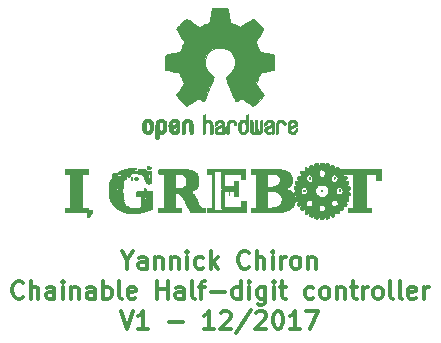
<source format=gto>
G04 #@! TF.FileFunction,Legend,Top*
%FSLAX46Y46*%
G04 Gerber Fmt 4.6, Leading zero omitted, Abs format (unit mm)*
G04 Created by KiCad (PCBNEW 4.0.7) date 12/02/17 18:35:54*
%MOMM*%
%LPD*%
G01*
G04 APERTURE LIST*
%ADD10C,0.100000*%
%ADD11C,0.300000*%
%ADD12C,0.010000*%
G04 APERTURE END LIST*
D10*
D11*
X114178571Y-80414286D02*
X114178571Y-81128571D01*
X113678571Y-79628571D02*
X114178571Y-80414286D01*
X114678571Y-79628571D01*
X115821428Y-81128571D02*
X115821428Y-80342857D01*
X115749999Y-80200000D01*
X115607142Y-80128571D01*
X115321428Y-80128571D01*
X115178571Y-80200000D01*
X115821428Y-81057143D02*
X115678571Y-81128571D01*
X115321428Y-81128571D01*
X115178571Y-81057143D01*
X115107142Y-80914286D01*
X115107142Y-80771429D01*
X115178571Y-80628571D01*
X115321428Y-80557143D01*
X115678571Y-80557143D01*
X115821428Y-80485714D01*
X116535714Y-80128571D02*
X116535714Y-81128571D01*
X116535714Y-80271429D02*
X116607142Y-80200000D01*
X116750000Y-80128571D01*
X116964285Y-80128571D01*
X117107142Y-80200000D01*
X117178571Y-80342857D01*
X117178571Y-81128571D01*
X117892857Y-80128571D02*
X117892857Y-81128571D01*
X117892857Y-80271429D02*
X117964285Y-80200000D01*
X118107143Y-80128571D01*
X118321428Y-80128571D01*
X118464285Y-80200000D01*
X118535714Y-80342857D01*
X118535714Y-81128571D01*
X119250000Y-81128571D02*
X119250000Y-80128571D01*
X119250000Y-79628571D02*
X119178571Y-79700000D01*
X119250000Y-79771429D01*
X119321428Y-79700000D01*
X119250000Y-79628571D01*
X119250000Y-79771429D01*
X120607143Y-81057143D02*
X120464286Y-81128571D01*
X120178572Y-81128571D01*
X120035714Y-81057143D01*
X119964286Y-80985714D01*
X119892857Y-80842857D01*
X119892857Y-80414286D01*
X119964286Y-80271429D01*
X120035714Y-80200000D01*
X120178572Y-80128571D01*
X120464286Y-80128571D01*
X120607143Y-80200000D01*
X121250000Y-81128571D02*
X121250000Y-79628571D01*
X121392857Y-80557143D02*
X121821428Y-81128571D01*
X121821428Y-80128571D02*
X121250000Y-80700000D01*
X124464286Y-80985714D02*
X124392857Y-81057143D01*
X124178571Y-81128571D01*
X124035714Y-81128571D01*
X123821429Y-81057143D01*
X123678571Y-80914286D01*
X123607143Y-80771429D01*
X123535714Y-80485714D01*
X123535714Y-80271429D01*
X123607143Y-79985714D01*
X123678571Y-79842857D01*
X123821429Y-79700000D01*
X124035714Y-79628571D01*
X124178571Y-79628571D01*
X124392857Y-79700000D01*
X124464286Y-79771429D01*
X125107143Y-81128571D02*
X125107143Y-79628571D01*
X125750000Y-81128571D02*
X125750000Y-80342857D01*
X125678571Y-80200000D01*
X125535714Y-80128571D01*
X125321429Y-80128571D01*
X125178571Y-80200000D01*
X125107143Y-80271429D01*
X126464286Y-81128571D02*
X126464286Y-80128571D01*
X126464286Y-79628571D02*
X126392857Y-79700000D01*
X126464286Y-79771429D01*
X126535714Y-79700000D01*
X126464286Y-79628571D01*
X126464286Y-79771429D01*
X127178572Y-81128571D02*
X127178572Y-80128571D01*
X127178572Y-80414286D02*
X127250000Y-80271429D01*
X127321429Y-80200000D01*
X127464286Y-80128571D01*
X127607143Y-80128571D01*
X128321429Y-81128571D02*
X128178571Y-81057143D01*
X128107143Y-80985714D01*
X128035714Y-80842857D01*
X128035714Y-80414286D01*
X128107143Y-80271429D01*
X128178571Y-80200000D01*
X128321429Y-80128571D01*
X128535714Y-80128571D01*
X128678571Y-80200000D01*
X128750000Y-80271429D01*
X128821429Y-80414286D01*
X128821429Y-80842857D01*
X128750000Y-80985714D01*
X128678571Y-81057143D01*
X128535714Y-81128571D01*
X128321429Y-81128571D01*
X129464286Y-80128571D02*
X129464286Y-81128571D01*
X129464286Y-80271429D02*
X129535714Y-80200000D01*
X129678572Y-80128571D01*
X129892857Y-80128571D01*
X130035714Y-80200000D01*
X130107143Y-80342857D01*
X130107143Y-81128571D01*
X105357143Y-83535714D02*
X105285714Y-83607143D01*
X105071428Y-83678571D01*
X104928571Y-83678571D01*
X104714286Y-83607143D01*
X104571428Y-83464286D01*
X104500000Y-83321429D01*
X104428571Y-83035714D01*
X104428571Y-82821429D01*
X104500000Y-82535714D01*
X104571428Y-82392857D01*
X104714286Y-82250000D01*
X104928571Y-82178571D01*
X105071428Y-82178571D01*
X105285714Y-82250000D01*
X105357143Y-82321429D01*
X106000000Y-83678571D02*
X106000000Y-82178571D01*
X106642857Y-83678571D02*
X106642857Y-82892857D01*
X106571428Y-82750000D01*
X106428571Y-82678571D01*
X106214286Y-82678571D01*
X106071428Y-82750000D01*
X106000000Y-82821429D01*
X108000000Y-83678571D02*
X108000000Y-82892857D01*
X107928571Y-82750000D01*
X107785714Y-82678571D01*
X107500000Y-82678571D01*
X107357143Y-82750000D01*
X108000000Y-83607143D02*
X107857143Y-83678571D01*
X107500000Y-83678571D01*
X107357143Y-83607143D01*
X107285714Y-83464286D01*
X107285714Y-83321429D01*
X107357143Y-83178571D01*
X107500000Y-83107143D01*
X107857143Y-83107143D01*
X108000000Y-83035714D01*
X108714286Y-83678571D02*
X108714286Y-82678571D01*
X108714286Y-82178571D02*
X108642857Y-82250000D01*
X108714286Y-82321429D01*
X108785714Y-82250000D01*
X108714286Y-82178571D01*
X108714286Y-82321429D01*
X109428572Y-82678571D02*
X109428572Y-83678571D01*
X109428572Y-82821429D02*
X109500000Y-82750000D01*
X109642858Y-82678571D01*
X109857143Y-82678571D01*
X110000000Y-82750000D01*
X110071429Y-82892857D01*
X110071429Y-83678571D01*
X111428572Y-83678571D02*
X111428572Y-82892857D01*
X111357143Y-82750000D01*
X111214286Y-82678571D01*
X110928572Y-82678571D01*
X110785715Y-82750000D01*
X111428572Y-83607143D02*
X111285715Y-83678571D01*
X110928572Y-83678571D01*
X110785715Y-83607143D01*
X110714286Y-83464286D01*
X110714286Y-83321429D01*
X110785715Y-83178571D01*
X110928572Y-83107143D01*
X111285715Y-83107143D01*
X111428572Y-83035714D01*
X112142858Y-83678571D02*
X112142858Y-82178571D01*
X112142858Y-82750000D02*
X112285715Y-82678571D01*
X112571429Y-82678571D01*
X112714286Y-82750000D01*
X112785715Y-82821429D01*
X112857144Y-82964286D01*
X112857144Y-83392857D01*
X112785715Y-83535714D01*
X112714286Y-83607143D01*
X112571429Y-83678571D01*
X112285715Y-83678571D01*
X112142858Y-83607143D01*
X113714287Y-83678571D02*
X113571429Y-83607143D01*
X113500001Y-83464286D01*
X113500001Y-82178571D01*
X114857143Y-83607143D02*
X114714286Y-83678571D01*
X114428572Y-83678571D01*
X114285715Y-83607143D01*
X114214286Y-83464286D01*
X114214286Y-82892857D01*
X114285715Y-82750000D01*
X114428572Y-82678571D01*
X114714286Y-82678571D01*
X114857143Y-82750000D01*
X114928572Y-82892857D01*
X114928572Y-83035714D01*
X114214286Y-83178571D01*
X116714286Y-83678571D02*
X116714286Y-82178571D01*
X116714286Y-82892857D02*
X117571429Y-82892857D01*
X117571429Y-83678571D02*
X117571429Y-82178571D01*
X118928572Y-83678571D02*
X118928572Y-82892857D01*
X118857143Y-82750000D01*
X118714286Y-82678571D01*
X118428572Y-82678571D01*
X118285715Y-82750000D01*
X118928572Y-83607143D02*
X118785715Y-83678571D01*
X118428572Y-83678571D01*
X118285715Y-83607143D01*
X118214286Y-83464286D01*
X118214286Y-83321429D01*
X118285715Y-83178571D01*
X118428572Y-83107143D01*
X118785715Y-83107143D01*
X118928572Y-83035714D01*
X119857144Y-83678571D02*
X119714286Y-83607143D01*
X119642858Y-83464286D01*
X119642858Y-82178571D01*
X120214286Y-82678571D02*
X120785715Y-82678571D01*
X120428572Y-83678571D02*
X120428572Y-82392857D01*
X120500000Y-82250000D01*
X120642858Y-82178571D01*
X120785715Y-82178571D01*
X121285715Y-83107143D02*
X122428572Y-83107143D01*
X123785715Y-83678571D02*
X123785715Y-82178571D01*
X123785715Y-83607143D02*
X123642858Y-83678571D01*
X123357144Y-83678571D01*
X123214286Y-83607143D01*
X123142858Y-83535714D01*
X123071429Y-83392857D01*
X123071429Y-82964286D01*
X123142858Y-82821429D01*
X123214286Y-82750000D01*
X123357144Y-82678571D01*
X123642858Y-82678571D01*
X123785715Y-82750000D01*
X124500001Y-83678571D02*
X124500001Y-82678571D01*
X124500001Y-82178571D02*
X124428572Y-82250000D01*
X124500001Y-82321429D01*
X124571429Y-82250000D01*
X124500001Y-82178571D01*
X124500001Y-82321429D01*
X125857144Y-82678571D02*
X125857144Y-83892857D01*
X125785715Y-84035714D01*
X125714287Y-84107143D01*
X125571430Y-84178571D01*
X125357144Y-84178571D01*
X125214287Y-84107143D01*
X125857144Y-83607143D02*
X125714287Y-83678571D01*
X125428573Y-83678571D01*
X125285715Y-83607143D01*
X125214287Y-83535714D01*
X125142858Y-83392857D01*
X125142858Y-82964286D01*
X125214287Y-82821429D01*
X125285715Y-82750000D01*
X125428573Y-82678571D01*
X125714287Y-82678571D01*
X125857144Y-82750000D01*
X126571430Y-83678571D02*
X126571430Y-82678571D01*
X126571430Y-82178571D02*
X126500001Y-82250000D01*
X126571430Y-82321429D01*
X126642858Y-82250000D01*
X126571430Y-82178571D01*
X126571430Y-82321429D01*
X127071430Y-82678571D02*
X127642859Y-82678571D01*
X127285716Y-82178571D02*
X127285716Y-83464286D01*
X127357144Y-83607143D01*
X127500002Y-83678571D01*
X127642859Y-83678571D01*
X129928573Y-83607143D02*
X129785716Y-83678571D01*
X129500002Y-83678571D01*
X129357144Y-83607143D01*
X129285716Y-83535714D01*
X129214287Y-83392857D01*
X129214287Y-82964286D01*
X129285716Y-82821429D01*
X129357144Y-82750000D01*
X129500002Y-82678571D01*
X129785716Y-82678571D01*
X129928573Y-82750000D01*
X130785716Y-83678571D02*
X130642858Y-83607143D01*
X130571430Y-83535714D01*
X130500001Y-83392857D01*
X130500001Y-82964286D01*
X130571430Y-82821429D01*
X130642858Y-82750000D01*
X130785716Y-82678571D01*
X131000001Y-82678571D01*
X131142858Y-82750000D01*
X131214287Y-82821429D01*
X131285716Y-82964286D01*
X131285716Y-83392857D01*
X131214287Y-83535714D01*
X131142858Y-83607143D01*
X131000001Y-83678571D01*
X130785716Y-83678571D01*
X131928573Y-82678571D02*
X131928573Y-83678571D01*
X131928573Y-82821429D02*
X132000001Y-82750000D01*
X132142859Y-82678571D01*
X132357144Y-82678571D01*
X132500001Y-82750000D01*
X132571430Y-82892857D01*
X132571430Y-83678571D01*
X133071430Y-82678571D02*
X133642859Y-82678571D01*
X133285716Y-82178571D02*
X133285716Y-83464286D01*
X133357144Y-83607143D01*
X133500002Y-83678571D01*
X133642859Y-83678571D01*
X134142859Y-83678571D02*
X134142859Y-82678571D01*
X134142859Y-82964286D02*
X134214287Y-82821429D01*
X134285716Y-82750000D01*
X134428573Y-82678571D01*
X134571430Y-82678571D01*
X135285716Y-83678571D02*
X135142858Y-83607143D01*
X135071430Y-83535714D01*
X135000001Y-83392857D01*
X135000001Y-82964286D01*
X135071430Y-82821429D01*
X135142858Y-82750000D01*
X135285716Y-82678571D01*
X135500001Y-82678571D01*
X135642858Y-82750000D01*
X135714287Y-82821429D01*
X135785716Y-82964286D01*
X135785716Y-83392857D01*
X135714287Y-83535714D01*
X135642858Y-83607143D01*
X135500001Y-83678571D01*
X135285716Y-83678571D01*
X136642859Y-83678571D02*
X136500001Y-83607143D01*
X136428573Y-83464286D01*
X136428573Y-82178571D01*
X137428573Y-83678571D02*
X137285715Y-83607143D01*
X137214287Y-83464286D01*
X137214287Y-82178571D01*
X138571429Y-83607143D02*
X138428572Y-83678571D01*
X138142858Y-83678571D01*
X138000001Y-83607143D01*
X137928572Y-83464286D01*
X137928572Y-82892857D01*
X138000001Y-82750000D01*
X138142858Y-82678571D01*
X138428572Y-82678571D01*
X138571429Y-82750000D01*
X138642858Y-82892857D01*
X138642858Y-83035714D01*
X137928572Y-83178571D01*
X139285715Y-83678571D02*
X139285715Y-82678571D01*
X139285715Y-82964286D02*
X139357143Y-82821429D01*
X139428572Y-82750000D01*
X139571429Y-82678571D01*
X139714286Y-82678571D01*
X113642859Y-84728571D02*
X114142859Y-86228571D01*
X114642859Y-84728571D01*
X115928573Y-86228571D02*
X115071430Y-86228571D01*
X115500002Y-86228571D02*
X115500002Y-84728571D01*
X115357145Y-84942857D01*
X115214287Y-85085714D01*
X115071430Y-85157143D01*
X117714287Y-85657143D02*
X118857144Y-85657143D01*
X121500001Y-86228571D02*
X120642858Y-86228571D01*
X121071430Y-86228571D02*
X121071430Y-84728571D01*
X120928573Y-84942857D01*
X120785715Y-85085714D01*
X120642858Y-85157143D01*
X122071429Y-84871429D02*
X122142858Y-84800000D01*
X122285715Y-84728571D01*
X122642858Y-84728571D01*
X122785715Y-84800000D01*
X122857144Y-84871429D01*
X122928572Y-85014286D01*
X122928572Y-85157143D01*
X122857144Y-85371429D01*
X122000001Y-86228571D01*
X122928572Y-86228571D01*
X124642857Y-84657143D02*
X123357143Y-86585714D01*
X125071429Y-84871429D02*
X125142858Y-84800000D01*
X125285715Y-84728571D01*
X125642858Y-84728571D01*
X125785715Y-84800000D01*
X125857144Y-84871429D01*
X125928572Y-85014286D01*
X125928572Y-85157143D01*
X125857144Y-85371429D01*
X125000001Y-86228571D01*
X125928572Y-86228571D01*
X126857143Y-84728571D02*
X127000000Y-84728571D01*
X127142857Y-84800000D01*
X127214286Y-84871429D01*
X127285715Y-85014286D01*
X127357143Y-85300000D01*
X127357143Y-85657143D01*
X127285715Y-85942857D01*
X127214286Y-86085714D01*
X127142857Y-86157143D01*
X127000000Y-86228571D01*
X126857143Y-86228571D01*
X126714286Y-86157143D01*
X126642857Y-86085714D01*
X126571429Y-85942857D01*
X126500000Y-85657143D01*
X126500000Y-85300000D01*
X126571429Y-85014286D01*
X126642857Y-84871429D01*
X126714286Y-84800000D01*
X126857143Y-84728571D01*
X128785714Y-86228571D02*
X127928571Y-86228571D01*
X128357143Y-86228571D02*
X128357143Y-84728571D01*
X128214286Y-84942857D01*
X128071428Y-85085714D01*
X127928571Y-85157143D01*
X129285714Y-84728571D02*
X130285714Y-84728571D01*
X129642857Y-86228571D01*
D12*
G36*
X130805333Y-72296083D02*
X130806706Y-72362757D01*
X130813967Y-72397474D01*
X130831822Y-72410592D01*
X130858250Y-72412500D01*
X130894035Y-72406964D01*
X130908685Y-72382057D01*
X130911166Y-72338416D01*
X130915902Y-72287356D01*
X130934388Y-72266754D01*
X130953500Y-72264333D01*
X130988876Y-72249366D01*
X130995833Y-72222000D01*
X131004120Y-72192822D01*
X131036472Y-72181050D01*
X131069916Y-72179666D01*
X131120976Y-72184402D01*
X131141578Y-72202888D01*
X131144000Y-72222000D01*
X131158967Y-72257376D01*
X131186333Y-72264333D01*
X131211725Y-72269905D01*
X131224388Y-72293556D01*
X131228485Y-72345687D01*
X131228666Y-72370166D01*
X131230382Y-72432977D01*
X131239137Y-72464312D01*
X131260346Y-72474997D01*
X131281583Y-72476000D01*
X131324142Y-72464959D01*
X131334500Y-72444250D01*
X131352146Y-72418392D01*
X131376833Y-72412500D01*
X131412209Y-72397532D01*
X131419166Y-72370166D01*
X131427453Y-72340989D01*
X131459805Y-72329217D01*
X131493250Y-72327833D01*
X131544309Y-72332568D01*
X131564911Y-72351055D01*
X131567333Y-72370166D01*
X131582300Y-72405542D01*
X131609666Y-72412500D01*
X131635058Y-72418072D01*
X131647722Y-72441722D01*
X131651818Y-72493854D01*
X131652000Y-72518333D01*
X131654228Y-72581812D01*
X131663689Y-72613472D01*
X131684541Y-72623713D01*
X131694333Y-72624166D01*
X131728809Y-72637401D01*
X131736666Y-72655916D01*
X131748096Y-72684084D01*
X131757833Y-72687666D01*
X131776611Y-72670522D01*
X131779000Y-72655916D01*
X131796646Y-72630059D01*
X131821333Y-72624166D01*
X131856709Y-72609199D01*
X131863666Y-72581833D01*
X131871953Y-72552656D01*
X131904305Y-72540883D01*
X131937750Y-72539500D01*
X131988809Y-72544235D01*
X132009411Y-72562722D01*
X132011833Y-72581833D01*
X132026800Y-72617209D01*
X132054166Y-72624166D01*
X132088642Y-72637401D01*
X132096500Y-72655916D01*
X132100240Y-72661620D01*
X132113186Y-72666610D01*
X132137924Y-72670931D01*
X132177041Y-72674631D01*
X132233123Y-72677755D01*
X132308758Y-72680350D01*
X132406533Y-72682464D01*
X132529033Y-72684142D01*
X132678846Y-72685430D01*
X132858558Y-72686376D01*
X133070757Y-72687026D01*
X133318028Y-72687426D01*
X133602960Y-72687623D01*
X133862013Y-72687666D01*
X135627527Y-72687666D01*
X135630115Y-73174500D01*
X135632703Y-73661333D01*
X135229166Y-73661333D01*
X135229166Y-73089833D01*
X134340166Y-73089833D01*
X134340166Y-75989666D01*
X134763500Y-75989666D01*
X134763500Y-76307166D01*
X132879666Y-76307166D01*
X132879666Y-75989666D01*
X133303000Y-75989666D01*
X133303000Y-73089833D01*
X132879666Y-73089833D01*
X132733635Y-73090220D01*
X132624769Y-73091639D01*
X132547904Y-73094477D01*
X132497877Y-73099122D01*
X132469524Y-73105962D01*
X132457681Y-73115382D01*
X132456333Y-73121583D01*
X132439390Y-73149645D01*
X132424583Y-73153333D01*
X132396401Y-73163843D01*
X132392833Y-73172768D01*
X132385851Y-73208241D01*
X132379985Y-73225685D01*
X132378930Y-73243247D01*
X132397685Y-73253432D01*
X132443944Y-73258112D01*
X132517568Y-73259166D01*
X132596149Y-73260275D01*
X132641410Y-73265289D01*
X132662339Y-73276738D01*
X132667928Y-73297151D01*
X132668000Y-73301500D01*
X132681234Y-73335976D01*
X132699750Y-73343833D01*
X132721826Y-73357814D01*
X132730923Y-73404158D01*
X132731500Y-73428500D01*
X132726257Y-73487371D01*
X132708877Y-73511630D01*
X132699750Y-73513166D01*
X132671687Y-73530109D01*
X132668000Y-73544916D01*
X132650353Y-73570773D01*
X132625666Y-73576666D01*
X132594679Y-73586645D01*
X132583770Y-73623774D01*
X132583333Y-73640166D01*
X132583333Y-73703666D01*
X132879666Y-73703666D01*
X132879666Y-73820083D01*
X132877829Y-73887360D01*
X132869884Y-73922407D01*
X132852185Y-73935258D01*
X132837333Y-73936500D01*
X132801746Y-73951650D01*
X132795000Y-73977069D01*
X132786710Y-74014124D01*
X132776631Y-74024694D01*
X132756595Y-74048359D01*
X132743454Y-74079375D01*
X132737781Y-74107391D01*
X132749613Y-74121507D01*
X132788140Y-74126455D01*
X132835906Y-74127000D01*
X132902960Y-74130314D01*
X132935970Y-74141815D01*
X132943166Y-74158750D01*
X132960813Y-74184607D01*
X132985500Y-74190500D01*
X133011954Y-74196732D01*
X133024464Y-74222610D01*
X133027817Y-74278907D01*
X133027833Y-74285750D01*
X133023678Y-74348530D01*
X133009549Y-74377127D01*
X132996083Y-74381000D01*
X132968021Y-74397943D01*
X132964333Y-74412750D01*
X132948268Y-74436232D01*
X132896997Y-74444442D01*
X132890250Y-74444500D01*
X132844729Y-74446533D01*
X132823174Y-74460314D01*
X132816623Y-74497363D01*
X132816166Y-74539750D01*
X132817748Y-74598275D01*
X132828466Y-74625989D01*
X132857282Y-74634412D01*
X132890250Y-74635000D01*
X132945043Y-74641884D01*
X132964199Y-74663858D01*
X132964333Y-74666750D01*
X132981276Y-74694812D01*
X132996083Y-74698500D01*
X133017010Y-74710965D01*
X133026542Y-74753350D01*
X133027833Y-74793750D01*
X133025992Y-74852320D01*
X133015364Y-74880061D01*
X132988289Y-74888461D01*
X132964333Y-74889000D01*
X132913920Y-74898466D01*
X132900833Y-74920750D01*
X132886852Y-74942826D01*
X132840507Y-74951923D01*
X132816166Y-74952500D01*
X132761617Y-74955388D01*
X132737372Y-74969011D01*
X132731530Y-75000808D01*
X132731500Y-75005416D01*
X132741421Y-75046911D01*
X132773833Y-75058333D01*
X132809209Y-75073300D01*
X132816166Y-75100666D01*
X132829401Y-75135142D01*
X132847916Y-75143000D01*
X132867063Y-75153451D01*
X132876921Y-75190125D01*
X132879666Y-75259416D01*
X132879666Y-75375833D01*
X132731500Y-75375833D01*
X132654091Y-75376611D01*
X132609788Y-75381142D01*
X132589367Y-75392720D01*
X132583603Y-75414639D01*
X132583333Y-75428750D01*
X132593255Y-75470245D01*
X132625666Y-75481666D01*
X132661042Y-75496633D01*
X132668000Y-75524000D01*
X132681234Y-75558476D01*
X132699750Y-75566333D01*
X132725285Y-75584733D01*
X132731500Y-75619250D01*
X132720459Y-75661809D01*
X132699750Y-75672166D01*
X132676267Y-75688231D01*
X132668057Y-75739502D01*
X132668000Y-75746250D01*
X132668000Y-75820333D01*
X132551583Y-75820333D01*
X132484306Y-75818495D01*
X132449258Y-75810551D01*
X132436408Y-75792851D01*
X132435166Y-75778000D01*
X132421931Y-75743523D01*
X132403416Y-75735666D01*
X132382489Y-75748132D01*
X132372957Y-75790517D01*
X132371666Y-75830916D01*
X132374436Y-75890440D01*
X132385937Y-75918587D01*
X132410958Y-75926130D01*
X132414000Y-75926166D01*
X132441696Y-75933266D01*
X132453936Y-75961963D01*
X132456333Y-76010833D01*
X132452783Y-76066225D01*
X132438434Y-76090706D01*
X132414000Y-76095500D01*
X132378623Y-76110467D01*
X132371666Y-76137833D01*
X132366613Y-76162297D01*
X132344766Y-76175042D01*
X132296092Y-76179715D01*
X132255250Y-76180166D01*
X132187973Y-76178329D01*
X132152925Y-76170384D01*
X132140074Y-76152685D01*
X132138833Y-76137833D01*
X132125598Y-76103357D01*
X132107083Y-76095500D01*
X132080994Y-76113017D01*
X132075333Y-76136069D01*
X132063235Y-76174981D01*
X132048875Y-76187315D01*
X132041450Y-76196633D01*
X132059458Y-76199662D01*
X132080446Y-76207301D01*
X132091767Y-76234033D01*
X132096107Y-76289193D01*
X132096500Y-76328333D01*
X132096500Y-76455333D01*
X131937750Y-76455333D01*
X131854013Y-76453670D01*
X131804861Y-76447659D01*
X131782637Y-76435771D01*
X131779000Y-76423583D01*
X131760067Y-76398376D01*
X131715500Y-76391833D01*
X131652000Y-76391833D01*
X131652000Y-76529416D01*
X131649880Y-76606589D01*
X131642306Y-76649482D01*
X131627455Y-76665992D01*
X131620250Y-76667000D01*
X131594392Y-76684646D01*
X131588500Y-76709333D01*
X131576097Y-76742529D01*
X131535583Y-76751666D01*
X131494088Y-76741744D01*
X131482666Y-76709333D01*
X131469431Y-76674857D01*
X131450916Y-76667000D01*
X131422854Y-76650056D01*
X131419166Y-76635250D01*
X131406701Y-76614323D01*
X131364315Y-76604790D01*
X131323916Y-76603500D01*
X131228666Y-76603500D01*
X131228666Y-76709333D01*
X131226437Y-76772812D01*
X131216977Y-76804472D01*
X131196124Y-76814713D01*
X131186333Y-76815166D01*
X131150957Y-76830133D01*
X131144000Y-76857500D01*
X131135712Y-76886677D01*
X131103361Y-76898449D01*
X131069916Y-76899833D01*
X131020263Y-76896556D01*
X130999900Y-76878070D01*
X130995842Y-76831388D01*
X130995833Y-76825750D01*
X130991097Y-76774690D01*
X130972611Y-76754088D01*
X130953500Y-76751666D01*
X130918123Y-76736699D01*
X130911166Y-76709333D01*
X130898764Y-76676137D01*
X130858250Y-76667000D01*
X130822464Y-76672535D01*
X130807814Y-76697442D01*
X130805333Y-76741083D01*
X130800597Y-76792143D01*
X130782111Y-76812745D01*
X130763000Y-76815166D01*
X130727623Y-76830133D01*
X130720666Y-76857500D01*
X130715613Y-76881964D01*
X130693766Y-76894708D01*
X130645092Y-76899381D01*
X130604250Y-76899833D01*
X130487833Y-76899833D01*
X130487833Y-76825750D01*
X130483097Y-76774690D01*
X130464611Y-76754088D01*
X130445500Y-76751666D01*
X130410123Y-76736699D01*
X130403166Y-76709333D01*
X130394302Y-76674938D01*
X130382000Y-76667000D01*
X130364802Y-76684728D01*
X130360833Y-76709333D01*
X130347598Y-76743809D01*
X130329083Y-76751666D01*
X130301021Y-76768609D01*
X130297333Y-76783416D01*
X130279686Y-76809273D01*
X130255000Y-76815166D01*
X130219623Y-76830133D01*
X130212666Y-76857500D01*
X130200264Y-76890696D01*
X130159750Y-76899833D01*
X130118254Y-76889911D01*
X130106833Y-76857500D01*
X130096522Y-76826189D01*
X130058523Y-76815479D01*
X130045015Y-76815166D01*
X129998628Y-76807607D01*
X129975820Y-76776293D01*
X129969354Y-76752142D01*
X129963580Y-76691774D01*
X129969099Y-76646308D01*
X129972471Y-76616345D01*
X129949546Y-76604868D01*
X129917759Y-76603500D01*
X129866726Y-76612545D01*
X129852833Y-76635250D01*
X129835890Y-76663312D01*
X129821083Y-76667000D01*
X129795226Y-76684646D01*
X129789333Y-76709333D01*
X129776931Y-76742529D01*
X129736416Y-76751666D01*
X129694921Y-76741744D01*
X129683500Y-76709333D01*
X129675290Y-76680246D01*
X129643169Y-76668440D01*
X129608827Y-76667000D01*
X129534154Y-76667000D01*
X129548250Y-76529416D01*
X129562346Y-76391833D01*
X129485339Y-76391833D01*
X129429399Y-76398190D01*
X129408725Y-76418729D01*
X129408333Y-76423583D01*
X129391390Y-76451645D01*
X129376583Y-76455333D01*
X129350726Y-76472979D01*
X129344833Y-76497666D01*
X129332431Y-76530862D01*
X129291916Y-76540000D01*
X129250421Y-76530078D01*
X129239000Y-76497666D01*
X129225494Y-76462965D01*
X129206665Y-76455333D01*
X129191066Y-76449244D01*
X129182641Y-76425808D01*
X129180441Y-76377269D01*
X129183518Y-76295874D01*
X129184658Y-76275416D01*
X129194986Y-76095500D01*
X129121743Y-76095500D01*
X129071036Y-76100354D01*
X129050755Y-76119247D01*
X129048500Y-76137833D01*
X129040212Y-76167010D01*
X129007861Y-76178782D01*
X128974416Y-76180166D01*
X128923356Y-76175431D01*
X128902754Y-76156944D01*
X128900333Y-76137833D01*
X128885366Y-76102457D01*
X128858000Y-76095500D01*
X128830303Y-76088399D01*
X128818063Y-76059702D01*
X128817743Y-76053166D01*
X130276166Y-76053166D01*
X130293894Y-76070364D01*
X130318500Y-76074333D01*
X130349486Y-76084312D01*
X130360396Y-76121441D01*
X130360833Y-76137833D01*
X130370299Y-76188246D01*
X130392583Y-76201333D01*
X130418440Y-76218979D01*
X130424333Y-76243666D01*
X130427238Y-76262934D01*
X130441061Y-76275268D01*
X130473465Y-76282201D01*
X130532112Y-76285267D01*
X130624663Y-76285996D01*
X130636000Y-76286000D01*
X130847666Y-76286000D01*
X130847666Y-76211916D01*
X130854551Y-76157123D01*
X130876525Y-76137967D01*
X130879416Y-76137833D01*
X130897852Y-76128079D01*
X130907750Y-76093504D01*
X130911104Y-76026135D01*
X130911166Y-76010833D01*
X130908728Y-75937090D01*
X130900084Y-75897497D01*
X130883242Y-75884083D01*
X130879416Y-75883833D01*
X130851354Y-75866890D01*
X130847666Y-75852083D01*
X130830723Y-75824021D01*
X130815916Y-75820333D01*
X130790059Y-75802686D01*
X130784166Y-75778000D01*
X130780631Y-75756907D01*
X130764348Y-75744266D01*
X130726803Y-75737947D01*
X130659479Y-75735822D01*
X130614833Y-75735666D01*
X130530464Y-75736550D01*
X130479899Y-75740621D01*
X130454624Y-75750007D01*
X130446123Y-75766838D01*
X130445500Y-75778000D01*
X130430532Y-75813376D01*
X130403166Y-75820333D01*
X130377774Y-75825905D01*
X130365111Y-75849556D01*
X130361014Y-75901687D01*
X130360833Y-75926166D01*
X130358604Y-75989645D01*
X130349144Y-76021305D01*
X130328291Y-76031547D01*
X130318500Y-76032000D01*
X130284104Y-76040864D01*
X130276166Y-76053166D01*
X128817743Y-76053166D01*
X128815666Y-76010833D01*
X128819216Y-75955441D01*
X128833565Y-75930960D01*
X128858000Y-75926166D01*
X128891196Y-75913764D01*
X128900333Y-75873250D01*
X128889293Y-75830690D01*
X128868583Y-75820333D01*
X128842726Y-75802686D01*
X128836833Y-75778000D01*
X128821866Y-75742623D01*
X128794500Y-75735666D01*
X128759123Y-75750633D01*
X128752166Y-75778000D01*
X128743879Y-75807177D01*
X128711527Y-75818949D01*
X128678083Y-75820333D01*
X128627023Y-75815597D01*
X128606421Y-75797111D01*
X128604000Y-75778000D01*
X128590765Y-75743523D01*
X128572250Y-75735666D01*
X128550173Y-75721685D01*
X128541076Y-75675341D01*
X128540500Y-75651000D01*
X128545742Y-75592128D01*
X128556355Y-75577313D01*
X129273660Y-75577313D01*
X129277167Y-75656291D01*
X129285889Y-75731929D01*
X129300360Y-75770444D01*
X129315042Y-75778000D01*
X129341394Y-75794985D01*
X129344833Y-75809750D01*
X129352029Y-75824884D01*
X129378350Y-75834462D01*
X129430892Y-75839604D01*
X129516752Y-75841430D01*
X129545916Y-75841500D01*
X129641771Y-75840363D01*
X129702431Y-75836207D01*
X129734995Y-75827911D01*
X129746557Y-75814354D01*
X129747000Y-75809750D01*
X129764646Y-75783892D01*
X129789333Y-75778000D01*
X129810512Y-75774431D01*
X129823164Y-75758022D01*
X129829448Y-75720217D01*
X129831527Y-75652458D01*
X129831666Y-75610397D01*
X129832091Y-75587500D01*
X131376833Y-75587500D01*
X131379271Y-75661243D01*
X131387915Y-75700835D01*
X131404757Y-75714249D01*
X131408583Y-75714500D01*
X131436645Y-75731443D01*
X131440333Y-75746250D01*
X131457276Y-75774312D01*
X131472083Y-75778000D01*
X131500145Y-75794943D01*
X131503833Y-75809750D01*
X131511809Y-75826040D01*
X131540747Y-75835817D01*
X131598164Y-75840489D01*
X131673166Y-75841500D01*
X131760050Y-75840004D01*
X131812192Y-75834578D01*
X131837109Y-75823812D01*
X131842500Y-75809750D01*
X131860146Y-75783892D01*
X131884833Y-75778000D01*
X131919309Y-75764765D01*
X131927166Y-75746250D01*
X131944483Y-75719409D01*
X131964208Y-75714500D01*
X131987743Y-75706092D01*
X131998794Y-75674267D01*
X132001250Y-75619250D01*
X131997980Y-75558730D01*
X131985603Y-75530313D01*
X131964208Y-75524000D01*
X131938088Y-75513037D01*
X131927867Y-75473830D01*
X131927166Y-75449916D01*
X131922431Y-75398856D01*
X131903944Y-75378254D01*
X131884833Y-75375833D01*
X131850357Y-75362598D01*
X131842500Y-75344083D01*
X131834184Y-75327336D01*
X131804132Y-75317505D01*
X131744690Y-75313060D01*
X131683750Y-75312333D01*
X131600013Y-75313996D01*
X131550861Y-75320006D01*
X131528637Y-75331895D01*
X131525000Y-75344083D01*
X131507353Y-75369940D01*
X131482666Y-75375833D01*
X131447290Y-75390800D01*
X131440333Y-75418166D01*
X131427098Y-75452642D01*
X131408583Y-75460500D01*
X131390147Y-75470253D01*
X131380249Y-75504828D01*
X131376895Y-75572197D01*
X131376833Y-75587500D01*
X129832091Y-75587500D01*
X129833226Y-75526531D01*
X129837355Y-75456591D01*
X129843227Y-75413507D01*
X129844514Y-75409314D01*
X129843016Y-75382556D01*
X129812764Y-75375833D01*
X129776521Y-75363120D01*
X129768166Y-75344083D01*
X129760190Y-75327792D01*
X129731252Y-75318016D01*
X129673835Y-75313344D01*
X129598833Y-75312333D01*
X129511949Y-75313828D01*
X129459807Y-75319254D01*
X129434890Y-75330020D01*
X129429500Y-75344083D01*
X129411853Y-75369940D01*
X129387166Y-75375833D01*
X129351790Y-75390800D01*
X129344833Y-75418166D01*
X129332632Y-75452497D01*
X129315552Y-75460500D01*
X129290797Y-75471609D01*
X129277200Y-75508677D01*
X129273660Y-75577313D01*
X128556355Y-75577313D01*
X128563122Y-75567869D01*
X128572250Y-75566333D01*
X128598294Y-75548804D01*
X128604000Y-75525552D01*
X128620608Y-75487242D01*
X128641041Y-75475090D01*
X128667128Y-75467046D01*
X128652097Y-75463729D01*
X128641041Y-75462955D01*
X128609896Y-75443068D01*
X128604000Y-75418166D01*
X128598427Y-75392774D01*
X128574777Y-75380111D01*
X128522645Y-75376014D01*
X128498166Y-75375833D01*
X128431612Y-75372434D01*
X128399105Y-75360666D01*
X128392333Y-75344083D01*
X128380903Y-75315915D01*
X128371166Y-75312333D01*
X128355712Y-75330603D01*
X128349710Y-75370541D01*
X128342362Y-75450587D01*
X128323077Y-75504330D01*
X128294646Y-75523999D01*
X128294614Y-75524000D01*
X128275647Y-75538420D01*
X128266629Y-75585491D01*
X128265333Y-75629833D01*
X128263013Y-75693484D01*
X128253396Y-75725216D01*
X128232499Y-75735315D01*
X128224330Y-75735666D01*
X128197718Y-75741797D01*
X128190485Y-75767970D01*
X128195350Y-75809750D01*
X128199644Y-75860468D01*
X128187961Y-75881308D01*
X128172852Y-75883833D01*
X128143052Y-75899608D01*
X128138333Y-75915583D01*
X128120686Y-75941440D01*
X128096000Y-75947333D01*
X128060623Y-75962300D01*
X128053666Y-75989666D01*
X128045379Y-76018843D01*
X128013027Y-76030616D01*
X127979583Y-76032000D01*
X127924790Y-76038884D01*
X127905633Y-76060858D01*
X127905500Y-76063750D01*
X127888556Y-76091812D01*
X127873750Y-76095500D01*
X127847892Y-76113146D01*
X127842000Y-76137833D01*
X127836946Y-76162297D01*
X127815099Y-76175042D01*
X127766425Y-76179715D01*
X127725583Y-76180166D01*
X127655377Y-76183017D01*
X127619232Y-76193019D01*
X127609166Y-76211916D01*
X127597836Y-76231883D01*
X127558609Y-76241634D01*
X127503333Y-76243666D01*
X127436778Y-76247065D01*
X127404272Y-76258833D01*
X127397500Y-76275416D01*
X127393624Y-76281805D01*
X127380054Y-76287290D01*
X127353874Y-76291939D01*
X127312169Y-76295819D01*
X127252024Y-76298995D01*
X127170524Y-76301536D01*
X127064753Y-76303507D01*
X126931797Y-76304976D01*
X126768740Y-76306009D01*
X126572667Y-76306674D01*
X126340662Y-76307036D01*
X126069812Y-76307163D01*
X126011902Y-76307166D01*
X124626305Y-76307166D01*
X124630001Y-75989666D01*
X125069166Y-75989666D01*
X125069166Y-74529166D01*
X126021666Y-74529166D01*
X126021666Y-75989666D01*
X126201583Y-75989666D01*
X126291532Y-75988311D01*
X126346583Y-75983376D01*
X126374114Y-75973562D01*
X126381500Y-75957916D01*
X126388494Y-75943110D01*
X126414120Y-75933605D01*
X126465340Y-75928355D01*
X126549116Y-75926316D01*
X126593166Y-75926166D01*
X126689504Y-75925585D01*
X126751175Y-75922820D01*
X126785843Y-75916340D01*
X126801169Y-75904610D01*
X126804816Y-75886100D01*
X126804833Y-75883833D01*
X126813120Y-75854656D01*
X126845472Y-75842883D01*
X126878916Y-75841500D01*
X126933709Y-75834615D01*
X126952866Y-75812641D01*
X126953000Y-75809750D01*
X126969943Y-75781687D01*
X126984750Y-75778000D01*
X127012812Y-75761056D01*
X127016500Y-75746250D01*
X127034146Y-75720392D01*
X127058833Y-75714500D01*
X127094209Y-75699532D01*
X127101166Y-75672166D01*
X127110030Y-75637771D01*
X127122333Y-75629833D01*
X127137787Y-75611563D01*
X127143789Y-75571625D01*
X127151137Y-75491579D01*
X127170422Y-75437836D01*
X127198853Y-75418166D01*
X127198885Y-75418166D01*
X127214655Y-75407508D01*
X127223882Y-75371058D01*
X127227803Y-75302106D01*
X127228166Y-75259416D01*
X127227166Y-75178249D01*
X127222607Y-75130625D01*
X127212149Y-75107772D01*
X127193453Y-75100915D01*
X127185833Y-75100666D01*
X127160441Y-75095094D01*
X127147777Y-75071443D01*
X127143681Y-75019312D01*
X127143500Y-74994833D01*
X127142419Y-74973666D01*
X128265333Y-74973666D01*
X128268883Y-75029058D01*
X128283231Y-75053539D01*
X128307666Y-75058333D01*
X128343042Y-75073300D01*
X128350000Y-75100666D01*
X128358864Y-75135061D01*
X128371166Y-75143000D01*
X128388364Y-75125271D01*
X128392333Y-75100666D01*
X128406887Y-75065668D01*
X128436931Y-75058333D01*
X128469183Y-75049499D01*
X128468681Y-75024852D01*
X128457259Y-74984526D01*
X128455833Y-74971935D01*
X128438089Y-74956139D01*
X128413500Y-74952500D01*
X128379023Y-74939265D01*
X128371166Y-74920750D01*
X128352766Y-74895214D01*
X128318250Y-74889000D01*
X128284156Y-74893621D01*
X128269003Y-74915418D01*
X128265352Y-74966293D01*
X128265333Y-74973666D01*
X127142419Y-74973666D01*
X127140101Y-74928278D01*
X127128332Y-74895772D01*
X127111750Y-74889000D01*
X127085892Y-74871353D01*
X127080000Y-74846666D01*
X127066765Y-74812190D01*
X127048250Y-74804333D01*
X127020187Y-74787390D01*
X127016500Y-74772583D01*
X126999556Y-74744521D01*
X126984750Y-74740833D01*
X126958892Y-74723186D01*
X126953000Y-74698500D01*
X126944712Y-74669322D01*
X126912361Y-74657550D01*
X126878916Y-74656166D01*
X126824123Y-74649281D01*
X126804967Y-74627308D01*
X126804833Y-74624416D01*
X126798019Y-74609917D01*
X126773022Y-74600486D01*
X126723008Y-74595144D01*
X126641143Y-74592917D01*
X126582583Y-74592666D01*
X126481091Y-74591693D01*
X126415068Y-74588122D01*
X126377680Y-74580977D01*
X126362092Y-74569282D01*
X126360333Y-74560916D01*
X126352357Y-74544626D01*
X126323419Y-74534849D01*
X126266002Y-74530177D01*
X126191000Y-74529166D01*
X126021666Y-74529166D01*
X125069166Y-74529166D01*
X125069166Y-73089833D01*
X126021666Y-73089833D01*
X126021666Y-74190500D01*
X126265083Y-74190500D01*
X126371974Y-74189651D01*
X126443146Y-74186534D01*
X126485188Y-74180287D01*
X126504693Y-74170051D01*
X126508500Y-74158750D01*
X126517685Y-74140940D01*
X126550505Y-74131042D01*
X126614858Y-74127232D01*
X126646083Y-74127000D01*
X126723255Y-74124880D01*
X126766148Y-74117306D01*
X126782659Y-74102455D01*
X126783666Y-74095250D01*
X126797647Y-74073173D01*
X126843992Y-74064076D01*
X126868333Y-74063500D01*
X126923725Y-74059949D01*
X126948206Y-74045601D01*
X126953000Y-74021166D01*
X126966234Y-73986690D01*
X126984750Y-73978833D01*
X127008232Y-73962768D01*
X127016442Y-73911497D01*
X127016500Y-73904750D01*
X127023384Y-73849956D01*
X127045358Y-73830800D01*
X127048250Y-73830666D01*
X127062461Y-73824016D01*
X127071819Y-73799590D01*
X127077237Y-73750681D01*
X127079632Y-73670578D01*
X127080000Y-73597833D01*
X127079093Y-73493614D01*
X127075762Y-73424991D01*
X127069092Y-73385256D01*
X127058169Y-73367698D01*
X127048250Y-73365000D01*
X127020187Y-73348056D01*
X127016500Y-73333250D01*
X126998853Y-73307392D01*
X126974166Y-73301500D01*
X126938790Y-73286532D01*
X126931833Y-73259166D01*
X126918598Y-73224690D01*
X126900083Y-73216833D01*
X126872021Y-73199890D01*
X126868333Y-73185083D01*
X126852268Y-73161600D01*
X126800997Y-73153390D01*
X126794250Y-73153333D01*
X126739456Y-73146448D01*
X126720300Y-73124474D01*
X126720166Y-73121583D01*
X126714626Y-73109663D01*
X126694245Y-73101079D01*
X126653386Y-73095317D01*
X126586410Y-73091864D01*
X126487676Y-73090210D01*
X126370916Y-73089833D01*
X126021666Y-73089833D01*
X125069166Y-73089833D01*
X124629958Y-73089833D01*
X124629958Y-72687666D01*
X125907895Y-72687666D01*
X126174899Y-72687764D01*
X126402602Y-72688107D01*
X126594040Y-72688770D01*
X126752245Y-72689830D01*
X126880252Y-72691361D01*
X126981092Y-72693440D01*
X127057801Y-72696140D01*
X127113411Y-72699538D01*
X127150957Y-72703709D01*
X127173470Y-72708728D01*
X127183986Y-72714671D01*
X127185833Y-72719416D01*
X127193514Y-72735289D01*
X127221475Y-72745005D01*
X127277090Y-72749863D01*
X127365750Y-72751166D01*
X127453230Y-72751954D01*
X127506665Y-72755616D01*
X127534333Y-72764099D01*
X127544509Y-72779352D01*
X127545666Y-72793500D01*
X127553953Y-72822677D01*
X127586305Y-72834449D01*
X127619750Y-72835833D01*
X127674543Y-72842718D01*
X127693699Y-72864691D01*
X127693833Y-72867583D01*
X127710776Y-72895645D01*
X127725583Y-72899333D01*
X127751440Y-72916979D01*
X127757333Y-72941666D01*
X127765620Y-72970843D01*
X127797972Y-72982616D01*
X127831416Y-72984000D01*
X127886209Y-72990884D01*
X127905366Y-73012858D01*
X127905500Y-73015750D01*
X127921951Y-73043823D01*
X127936290Y-73047500D01*
X127961817Y-73066915D01*
X127980314Y-73118170D01*
X127980979Y-73121583D01*
X127998001Y-73172249D01*
X128021410Y-73195368D01*
X128024272Y-73195666D01*
X128046669Y-73215315D01*
X128053666Y-73269750D01*
X128060551Y-73324543D01*
X128082525Y-73343699D01*
X128085416Y-73343833D01*
X128098866Y-73350078D01*
X128108001Y-73373059D01*
X128113587Y-73419142D01*
X128116388Y-73494693D01*
X128117166Y-73606080D01*
X128117166Y-73608416D01*
X128116417Y-73720496D01*
X128113659Y-73796627D01*
X128108129Y-73843177D01*
X128099063Y-73866511D01*
X128085696Y-73872998D01*
X128085416Y-73873000D01*
X128061933Y-73889064D01*
X128053724Y-73940336D01*
X128053666Y-73947083D01*
X128046781Y-74001876D01*
X128024808Y-74021032D01*
X128021916Y-74021166D01*
X127993854Y-74038109D01*
X127990166Y-74052916D01*
X127972520Y-74078773D01*
X127947833Y-74084666D01*
X127912457Y-74099633D01*
X127905500Y-74127000D01*
X127892265Y-74161476D01*
X127873750Y-74169333D01*
X127845687Y-74186276D01*
X127842000Y-74201083D01*
X127828019Y-74223160D01*
X127781674Y-74232257D01*
X127757333Y-74232833D01*
X127698462Y-74238076D01*
X127674203Y-74255455D01*
X127672666Y-74264583D01*
X127661336Y-74284549D01*
X127622109Y-74294301D01*
X127566833Y-74296333D01*
X127506461Y-74300140D01*
X127468142Y-74309875D01*
X127461000Y-74317500D01*
X127479778Y-74330754D01*
X127526687Y-74338126D01*
X127545666Y-74338666D01*
X127601058Y-74342216D01*
X127625539Y-74356565D01*
X127630333Y-74381000D01*
X127640312Y-74411986D01*
X127677441Y-74422896D01*
X127693833Y-74423333D01*
X127744246Y-74432799D01*
X127757333Y-74455083D01*
X127773398Y-74478566D01*
X127824669Y-74486775D01*
X127831416Y-74486833D01*
X127886209Y-74493718D01*
X127905366Y-74515691D01*
X127905500Y-74518583D01*
X127921564Y-74542066D01*
X127972836Y-74550275D01*
X127979583Y-74550333D01*
X128030643Y-74555068D01*
X128051245Y-74573555D01*
X128053666Y-74592666D01*
X128066901Y-74627142D01*
X128085416Y-74635000D01*
X128113478Y-74651943D01*
X128117166Y-74666750D01*
X128132899Y-74694839D01*
X128146561Y-74698500D01*
X128170218Y-74717445D01*
X128188408Y-74765510D01*
X128189853Y-74772583D01*
X128205777Y-74828469D01*
X128222436Y-74844323D01*
X128236268Y-74822226D01*
X128243711Y-74764260D01*
X128244166Y-74740833D01*
X128244166Y-74635000D01*
X128318250Y-74635000D01*
X128369309Y-74630264D01*
X128389911Y-74611777D01*
X128392333Y-74592666D01*
X128405568Y-74558190D01*
X128424083Y-74550333D01*
X128449619Y-74531933D01*
X128452927Y-74513556D01*
X128849937Y-74513556D01*
X128851714Y-74583183D01*
X128858144Y-74644606D01*
X128869091Y-74685271D01*
X128877248Y-74694332D01*
X128896524Y-74719073D01*
X128900333Y-74742597D01*
X128916142Y-74776700D01*
X128942666Y-74783166D01*
X128977142Y-74796401D01*
X128985000Y-74814916D01*
X128994185Y-74832725D01*
X129027005Y-74842624D01*
X129091358Y-74846434D01*
X129122583Y-74846666D01*
X129199755Y-74844547D01*
X129242648Y-74836973D01*
X129259159Y-74822122D01*
X129260166Y-74814916D01*
X129277109Y-74786854D01*
X129291916Y-74783166D01*
X129317773Y-74765520D01*
X129323666Y-74740833D01*
X129338633Y-74705457D01*
X129366000Y-74698500D01*
X129387644Y-74694750D01*
X129400344Y-74677653D01*
X129406438Y-74638436D01*
X129408266Y-74568326D01*
X129408333Y-74539750D01*
X129407812Y-74497416D01*
X130064500Y-74497416D01*
X130065057Y-74590716D01*
X130067908Y-74649580D01*
X130074825Y-74681902D01*
X130087578Y-74695575D01*
X130107937Y-74698494D01*
X130109602Y-74698500D01*
X130138971Y-74703714D01*
X130147714Y-74727381D01*
X130142683Y-74772583D01*
X130137982Y-74822463D01*
X130149102Y-74843205D01*
X130171664Y-74846666D01*
X130205240Y-74860248D01*
X130212666Y-74878416D01*
X130230313Y-74904273D01*
X130255000Y-74910166D01*
X130290376Y-74925133D01*
X130297333Y-74952500D01*
X130310568Y-74986976D01*
X130329083Y-74994833D01*
X130357145Y-75011776D01*
X130360833Y-75026583D01*
X130367336Y-75040525D01*
X130391238Y-75049808D01*
X130439131Y-75055292D01*
X130517604Y-75057836D01*
X130604250Y-75058333D01*
X130711141Y-75057485D01*
X130782312Y-75054367D01*
X130824355Y-75048120D01*
X130843859Y-75037884D01*
X130847666Y-75026583D01*
X130866598Y-75001376D01*
X130911166Y-74994833D01*
X130957646Y-74988180D01*
X130974011Y-74963427D01*
X130974666Y-74952500D01*
X130989633Y-74917123D01*
X131017000Y-74910166D01*
X131051476Y-74896931D01*
X131059333Y-74878416D01*
X131076778Y-74852047D01*
X131098559Y-74846666D01*
X131121459Y-74841455D01*
X131131024Y-74818938D01*
X131130088Y-74768791D01*
X131127616Y-74740833D01*
X131123757Y-74676944D01*
X131129640Y-74644969D01*
X131147500Y-74635163D01*
X131151890Y-74635000D01*
X131181745Y-74624355D01*
X131186333Y-74613833D01*
X131170226Y-74593281D01*
X131165166Y-74592666D01*
X131149255Y-74574552D01*
X131144000Y-74539750D01*
X131800166Y-74539750D01*
X131804321Y-74602530D01*
X131818450Y-74631127D01*
X131831916Y-74635000D01*
X131855399Y-74651064D01*
X131863609Y-74702336D01*
X131863666Y-74709083D01*
X131866943Y-74758736D01*
X131885429Y-74779099D01*
X131932111Y-74783157D01*
X131937750Y-74783166D01*
X131992543Y-74790051D01*
X132011699Y-74812025D01*
X132011833Y-74814916D01*
X132024298Y-74835843D01*
X132066684Y-74845375D01*
X132107083Y-74846666D01*
X132169863Y-74842511D01*
X132198460Y-74828383D01*
X132202333Y-74814916D01*
X132216540Y-74792678D01*
X132263449Y-74783661D01*
X132285669Y-74783166D01*
X132369005Y-74783166D01*
X132356983Y-74709083D01*
X132352689Y-74658365D01*
X132364371Y-74637525D01*
X132379480Y-74635000D01*
X132401715Y-74625015D01*
X132412061Y-74589005D01*
X132414000Y-74539750D01*
X132410381Y-74478397D01*
X132397331Y-74449848D01*
X132379480Y-74444500D01*
X132357219Y-74436051D01*
X132352754Y-74403722D01*
X132356983Y-74370416D01*
X132361684Y-74320536D01*
X132350564Y-74299794D01*
X132328002Y-74296333D01*
X132294426Y-74282751D01*
X132287000Y-74264583D01*
X132279024Y-74248292D01*
X132250086Y-74238516D01*
X132192668Y-74233844D01*
X132117666Y-74232833D01*
X132030783Y-74234328D01*
X131978641Y-74239754D01*
X131953723Y-74250520D01*
X131948333Y-74264583D01*
X131930686Y-74290440D01*
X131906000Y-74296333D01*
X131876822Y-74304620D01*
X131865050Y-74336972D01*
X131863666Y-74370416D01*
X131856781Y-74425209D01*
X131834808Y-74444366D01*
X131831916Y-74444500D01*
X131810989Y-74456965D01*
X131801457Y-74499350D01*
X131800166Y-74539750D01*
X131144000Y-74539750D01*
X131151245Y-74499971D01*
X131165166Y-74486833D01*
X131185718Y-74470726D01*
X131186333Y-74465666D01*
X131169189Y-74446888D01*
X131154583Y-74444500D01*
X131134616Y-74433170D01*
X131124865Y-74393943D01*
X131122833Y-74338666D01*
X131119434Y-74272112D01*
X131107666Y-74239605D01*
X131091083Y-74232833D01*
X131063021Y-74215890D01*
X131059333Y-74201083D01*
X131041686Y-74175226D01*
X131017000Y-74169333D01*
X130981623Y-74154366D01*
X130974666Y-74127000D01*
X130961431Y-74092523D01*
X130942916Y-74084666D01*
X130914854Y-74067723D01*
X130911166Y-74052916D01*
X130899836Y-74032950D01*
X130860609Y-74023198D01*
X130805333Y-74021166D01*
X130741854Y-74018937D01*
X130710194Y-74009477D01*
X130699952Y-73988624D01*
X130699500Y-73978833D01*
X130690635Y-73944438D01*
X130678333Y-73936500D01*
X130661135Y-73954228D01*
X130657166Y-73978833D01*
X130653169Y-74001080D01*
X130635142Y-74013826D01*
X130594034Y-74019655D01*
X130520794Y-74021154D01*
X130509000Y-74021166D01*
X130428498Y-74023033D01*
X130382425Y-74029747D01*
X130362993Y-74042976D01*
X130360833Y-74052916D01*
X130344768Y-74076399D01*
X130293497Y-74084609D01*
X130286750Y-74084666D01*
X130237097Y-74087943D01*
X130216733Y-74106429D01*
X130212675Y-74153111D01*
X130212666Y-74158750D01*
X130207931Y-74209809D01*
X130189444Y-74230411D01*
X130170333Y-74232833D01*
X130135857Y-74246068D01*
X130128000Y-74264583D01*
X130111056Y-74292645D01*
X130096250Y-74296333D01*
X130081115Y-74303529D01*
X130071537Y-74329850D01*
X130066395Y-74382392D01*
X130064569Y-74468252D01*
X130064500Y-74497416D01*
X129407812Y-74497416D01*
X129407333Y-74458583D01*
X129402774Y-74410959D01*
X129392316Y-74388105D01*
X129373620Y-74381248D01*
X129366000Y-74381000D01*
X129330623Y-74366032D01*
X129323666Y-74338666D01*
X129310431Y-74304190D01*
X129291916Y-74296333D01*
X129263854Y-74279390D01*
X129260166Y-74264583D01*
X129250981Y-74246774D01*
X129218161Y-74236875D01*
X129153807Y-74233065D01*
X129122583Y-74232833D01*
X129045410Y-74234952D01*
X129002517Y-74242526D01*
X128986007Y-74257377D01*
X128985000Y-74264583D01*
X128967353Y-74290440D01*
X128942666Y-74296333D01*
X128907290Y-74311300D01*
X128900333Y-74338666D01*
X128889287Y-74373020D01*
X128873875Y-74380996D01*
X128860882Y-74399908D01*
X128852948Y-74448279D01*
X128849937Y-74513556D01*
X128452927Y-74513556D01*
X128455833Y-74497416D01*
X128450298Y-74461631D01*
X128425390Y-74446981D01*
X128381750Y-74444500D01*
X128326956Y-74437615D01*
X128307800Y-74415641D01*
X128307666Y-74412750D01*
X128290723Y-74384687D01*
X128275916Y-74381000D01*
X128254989Y-74368534D01*
X128245457Y-74326149D01*
X128244166Y-74285750D01*
X128246936Y-74226226D01*
X128258437Y-74198079D01*
X128283458Y-74190536D01*
X128286500Y-74190500D01*
X128320976Y-74177265D01*
X128328833Y-74158750D01*
X128347765Y-74133543D01*
X128392333Y-74127000D01*
X128442746Y-74117533D01*
X128455833Y-74095250D01*
X128472776Y-74067187D01*
X128487583Y-74063500D01*
X128515751Y-74052070D01*
X128519333Y-74042333D01*
X128500940Y-74027471D01*
X128456623Y-74021168D01*
X128455833Y-74021166D01*
X128409353Y-74014514D01*
X128392988Y-73989761D01*
X128392333Y-73978833D01*
X128379098Y-73944357D01*
X128360583Y-73936500D01*
X128338506Y-73922519D01*
X128329409Y-73876174D01*
X128328833Y-73851833D01*
X128334076Y-73792962D01*
X128351455Y-73768703D01*
X128360583Y-73767166D01*
X128388645Y-73750223D01*
X128392333Y-73735416D01*
X128403663Y-73715450D01*
X128442890Y-73705698D01*
X128498166Y-73703666D01*
X128561645Y-73701437D01*
X128593305Y-73691977D01*
X128603547Y-73671124D01*
X128604000Y-73661333D01*
X128617234Y-73626857D01*
X128635750Y-73619000D01*
X128663917Y-73607570D01*
X128667500Y-73597833D01*
X128650355Y-73579054D01*
X128635750Y-73576666D01*
X128607687Y-73559723D01*
X128604000Y-73544916D01*
X128587056Y-73516854D01*
X128572250Y-73513166D01*
X128550173Y-73499185D01*
X128541076Y-73452841D01*
X128540500Y-73428500D01*
X128542110Y-73410410D01*
X129272875Y-73410410D01*
X129274966Y-73508071D01*
X129279647Y-73592541D01*
X129298373Y-73616051D01*
X129313083Y-73619000D01*
X129338940Y-73636646D01*
X129344833Y-73661333D01*
X129359800Y-73696709D01*
X129387166Y-73703666D01*
X129421642Y-73716901D01*
X129429500Y-73735416D01*
X129437475Y-73751707D01*
X129466413Y-73761483D01*
X129523831Y-73766155D01*
X129598833Y-73767166D01*
X129768166Y-73767166D01*
X129768166Y-73693083D01*
X129775051Y-73638290D01*
X129797025Y-73619133D01*
X129799916Y-73619000D01*
X129816663Y-73610684D01*
X129826494Y-73580632D01*
X129830939Y-73521190D01*
X129831287Y-73492000D01*
X131376833Y-73492000D01*
X131379271Y-73565743D01*
X131387915Y-73605335D01*
X131404757Y-73618749D01*
X131408583Y-73619000D01*
X131434440Y-73636646D01*
X131440333Y-73661333D01*
X131455300Y-73696709D01*
X131482666Y-73703666D01*
X131517142Y-73716901D01*
X131525000Y-73735416D01*
X131533315Y-73752163D01*
X131563367Y-73761994D01*
X131622809Y-73766439D01*
X131683750Y-73767166D01*
X131767486Y-73765503D01*
X131816638Y-73759493D01*
X131838862Y-73747604D01*
X131842500Y-73735416D01*
X131860146Y-73709559D01*
X131884833Y-73703666D01*
X131914010Y-73695379D01*
X131925782Y-73663027D01*
X131927166Y-73629583D01*
X131931679Y-73578832D01*
X131949893Y-73558236D01*
X131971764Y-73555500D01*
X132004016Y-73546666D01*
X132003514Y-73522018D01*
X131993940Y-73476381D01*
X131990666Y-73426768D01*
X131980978Y-73377632D01*
X131958916Y-73365000D01*
X131930854Y-73348056D01*
X131927166Y-73333250D01*
X131909520Y-73307392D01*
X131884833Y-73301500D01*
X131849457Y-73286532D01*
X131842500Y-73259166D01*
X131829265Y-73224690D01*
X131810750Y-73216833D01*
X131782687Y-73199890D01*
X131779000Y-73185083D01*
X131767670Y-73165116D01*
X131728443Y-73155365D01*
X131673166Y-73153333D01*
X131606612Y-73156732D01*
X131574105Y-73168500D01*
X131567333Y-73185083D01*
X131550390Y-73213145D01*
X131535583Y-73216833D01*
X131509726Y-73234479D01*
X131503833Y-73259166D01*
X131490598Y-73293642D01*
X131472083Y-73301500D01*
X131444021Y-73318443D01*
X131440333Y-73333250D01*
X131423390Y-73361312D01*
X131408583Y-73365000D01*
X131390147Y-73374753D01*
X131380249Y-73409328D01*
X131376895Y-73476697D01*
X131376833Y-73492000D01*
X129831287Y-73492000D01*
X129831666Y-73460250D01*
X129830666Y-73379083D01*
X129826107Y-73331459D01*
X129815649Y-73308605D01*
X129796953Y-73301748D01*
X129789333Y-73301500D01*
X129753957Y-73286532D01*
X129747000Y-73259166D01*
X129737021Y-73228179D01*
X129699891Y-73217270D01*
X129683500Y-73216833D01*
X129633086Y-73207367D01*
X129620000Y-73185083D01*
X129601067Y-73159876D01*
X129556500Y-73153333D01*
X129506086Y-73162799D01*
X129493000Y-73185083D01*
X129476935Y-73208566D01*
X129425663Y-73216775D01*
X129418916Y-73216833D01*
X129367856Y-73221568D01*
X129347254Y-73240055D01*
X129344833Y-73259166D01*
X129329844Y-73294827D01*
X129307791Y-73301493D01*
X129288819Y-73311975D01*
X129277337Y-73346663D01*
X129272875Y-73410410D01*
X128542110Y-73410410D01*
X128545742Y-73369628D01*
X128563122Y-73345369D01*
X128572250Y-73343833D01*
X128598107Y-73326186D01*
X128604000Y-73301500D01*
X128607997Y-73279252D01*
X128626024Y-73266507D01*
X128667131Y-73260677D01*
X128740372Y-73259178D01*
X128752166Y-73259166D01*
X128837724Y-73256436D01*
X128884611Y-73246423D01*
X128896245Y-73226394D01*
X128876042Y-73193614D01*
X128858000Y-73174500D01*
X128830624Y-73133710D01*
X128817848Y-73074108D01*
X128816062Y-73026333D01*
X130276166Y-73026333D01*
X130293894Y-73043530D01*
X130318500Y-73047500D01*
X130343891Y-73053072D01*
X130356555Y-73076722D01*
X130360652Y-73128854D01*
X130360833Y-73153333D01*
X130362220Y-73215984D01*
X130370750Y-73247225D01*
X130392975Y-73257978D01*
X130424333Y-73259166D01*
X130470813Y-73265819D01*
X130487178Y-73290572D01*
X130487833Y-73301500D01*
X130491830Y-73323747D01*
X130509857Y-73336492D01*
X130550965Y-73342322D01*
X130624205Y-73343821D01*
X130636000Y-73343833D01*
X130713866Y-73342691D01*
X130758474Y-73337540D01*
X130778877Y-73325795D01*
X130784125Y-73304869D01*
X130784166Y-73301500D01*
X130797401Y-73267023D01*
X130815916Y-73259166D01*
X130843978Y-73242223D01*
X130847666Y-73227416D01*
X130864609Y-73199354D01*
X130879416Y-73195666D01*
X130895707Y-73187690D01*
X130905483Y-73158752D01*
X130910155Y-73101335D01*
X130911166Y-73026333D01*
X130909671Y-72939449D01*
X130904245Y-72887307D01*
X130893479Y-72862390D01*
X130879416Y-72857000D01*
X130851354Y-72840056D01*
X130847666Y-72825250D01*
X130831601Y-72801767D01*
X130780330Y-72793557D01*
X130773583Y-72793500D01*
X130718790Y-72786615D01*
X130699633Y-72764641D01*
X130699500Y-72761750D01*
X130687034Y-72740823D01*
X130644649Y-72731290D01*
X130604250Y-72730000D01*
X130541469Y-72734155D01*
X130512872Y-72748283D01*
X130509000Y-72761750D01*
X130491353Y-72787607D01*
X130466666Y-72793500D01*
X130432190Y-72806734D01*
X130424333Y-72825250D01*
X130407390Y-72853312D01*
X130392583Y-72857000D01*
X130369100Y-72873064D01*
X130360890Y-72924336D01*
X130360833Y-72931083D01*
X130356097Y-72982143D01*
X130337611Y-73002745D01*
X130318500Y-73005166D01*
X130284104Y-73014030D01*
X130276166Y-73026333D01*
X128816062Y-73026333D01*
X128815666Y-73015750D01*
X128815666Y-72899333D01*
X129188089Y-72899333D01*
X129179328Y-72761750D01*
X129176084Y-72686536D01*
X129179511Y-72644507D01*
X129191244Y-72626813D01*
X129204784Y-72624166D01*
X129233282Y-72606520D01*
X129239000Y-72581833D01*
X129251402Y-72548637D01*
X129291916Y-72539500D01*
X129333411Y-72549421D01*
X129344833Y-72581833D01*
X129353120Y-72611010D01*
X129385472Y-72622782D01*
X129418916Y-72624166D01*
X129473709Y-72631051D01*
X129492866Y-72653025D01*
X129493000Y-72655916D01*
X129510161Y-72683290D01*
X129527673Y-72687666D01*
X129545941Y-72682314D01*
X129554214Y-72660255D01*
X129553837Y-72612491D01*
X129548250Y-72550083D01*
X129541652Y-72476192D01*
X129542294Y-72434904D01*
X129552146Y-72416818D01*
X129573178Y-72412533D01*
X129577077Y-72412500D01*
X129612856Y-72397828D01*
X129620000Y-72370166D01*
X129628287Y-72340989D01*
X129660638Y-72329217D01*
X129694083Y-72327833D01*
X129745143Y-72332568D01*
X129765745Y-72351055D01*
X129768166Y-72370166D01*
X129783133Y-72405542D01*
X129810500Y-72412500D01*
X129844976Y-72425734D01*
X129852833Y-72444250D01*
X129871331Y-72469205D01*
X129917759Y-72476000D01*
X129961919Y-72471953D01*
X129973766Y-72454436D01*
X129969099Y-72433191D01*
X129962845Y-72379665D01*
X129971228Y-72323406D01*
X129990206Y-72279868D01*
X130013265Y-72264333D01*
X130037644Y-72246704D01*
X130043333Y-72222000D01*
X130048492Y-72197339D01*
X130070710Y-72184607D01*
X130120102Y-72180051D01*
X130157394Y-72179666D01*
X130223324Y-72180863D01*
X130258742Y-72189016D01*
X130275466Y-72210969D01*
X130285318Y-72253565D01*
X130285353Y-72253749D01*
X130303300Y-72306402D01*
X130328612Y-72327773D01*
X130330042Y-72327833D01*
X130355002Y-72345453D01*
X130360833Y-72370166D01*
X130369697Y-72404561D01*
X130382000Y-72412500D01*
X130399197Y-72394771D01*
X130403166Y-72370166D01*
X130418133Y-72334790D01*
X130445500Y-72327833D01*
X130474677Y-72319546D01*
X130486449Y-72287194D01*
X130487833Y-72253750D01*
X130487833Y-72179666D01*
X130805333Y-72179666D01*
X130805333Y-72296083D01*
X130805333Y-72296083D01*
G37*
X130805333Y-72296083D02*
X130806706Y-72362757D01*
X130813967Y-72397474D01*
X130831822Y-72410592D01*
X130858250Y-72412500D01*
X130894035Y-72406964D01*
X130908685Y-72382057D01*
X130911166Y-72338416D01*
X130915902Y-72287356D01*
X130934388Y-72266754D01*
X130953500Y-72264333D01*
X130988876Y-72249366D01*
X130995833Y-72222000D01*
X131004120Y-72192822D01*
X131036472Y-72181050D01*
X131069916Y-72179666D01*
X131120976Y-72184402D01*
X131141578Y-72202888D01*
X131144000Y-72222000D01*
X131158967Y-72257376D01*
X131186333Y-72264333D01*
X131211725Y-72269905D01*
X131224388Y-72293556D01*
X131228485Y-72345687D01*
X131228666Y-72370166D01*
X131230382Y-72432977D01*
X131239137Y-72464312D01*
X131260346Y-72474997D01*
X131281583Y-72476000D01*
X131324142Y-72464959D01*
X131334500Y-72444250D01*
X131352146Y-72418392D01*
X131376833Y-72412500D01*
X131412209Y-72397532D01*
X131419166Y-72370166D01*
X131427453Y-72340989D01*
X131459805Y-72329217D01*
X131493250Y-72327833D01*
X131544309Y-72332568D01*
X131564911Y-72351055D01*
X131567333Y-72370166D01*
X131582300Y-72405542D01*
X131609666Y-72412500D01*
X131635058Y-72418072D01*
X131647722Y-72441722D01*
X131651818Y-72493854D01*
X131652000Y-72518333D01*
X131654228Y-72581812D01*
X131663689Y-72613472D01*
X131684541Y-72623713D01*
X131694333Y-72624166D01*
X131728809Y-72637401D01*
X131736666Y-72655916D01*
X131748096Y-72684084D01*
X131757833Y-72687666D01*
X131776611Y-72670522D01*
X131779000Y-72655916D01*
X131796646Y-72630059D01*
X131821333Y-72624166D01*
X131856709Y-72609199D01*
X131863666Y-72581833D01*
X131871953Y-72552656D01*
X131904305Y-72540883D01*
X131937750Y-72539500D01*
X131988809Y-72544235D01*
X132009411Y-72562722D01*
X132011833Y-72581833D01*
X132026800Y-72617209D01*
X132054166Y-72624166D01*
X132088642Y-72637401D01*
X132096500Y-72655916D01*
X132100240Y-72661620D01*
X132113186Y-72666610D01*
X132137924Y-72670931D01*
X132177041Y-72674631D01*
X132233123Y-72677755D01*
X132308758Y-72680350D01*
X132406533Y-72682464D01*
X132529033Y-72684142D01*
X132678846Y-72685430D01*
X132858558Y-72686376D01*
X133070757Y-72687026D01*
X133318028Y-72687426D01*
X133602960Y-72687623D01*
X133862013Y-72687666D01*
X135627527Y-72687666D01*
X135630115Y-73174500D01*
X135632703Y-73661333D01*
X135229166Y-73661333D01*
X135229166Y-73089833D01*
X134340166Y-73089833D01*
X134340166Y-75989666D01*
X134763500Y-75989666D01*
X134763500Y-76307166D01*
X132879666Y-76307166D01*
X132879666Y-75989666D01*
X133303000Y-75989666D01*
X133303000Y-73089833D01*
X132879666Y-73089833D01*
X132733635Y-73090220D01*
X132624769Y-73091639D01*
X132547904Y-73094477D01*
X132497877Y-73099122D01*
X132469524Y-73105962D01*
X132457681Y-73115382D01*
X132456333Y-73121583D01*
X132439390Y-73149645D01*
X132424583Y-73153333D01*
X132396401Y-73163843D01*
X132392833Y-73172768D01*
X132385851Y-73208241D01*
X132379985Y-73225685D01*
X132378930Y-73243247D01*
X132397685Y-73253432D01*
X132443944Y-73258112D01*
X132517568Y-73259166D01*
X132596149Y-73260275D01*
X132641410Y-73265289D01*
X132662339Y-73276738D01*
X132667928Y-73297151D01*
X132668000Y-73301500D01*
X132681234Y-73335976D01*
X132699750Y-73343833D01*
X132721826Y-73357814D01*
X132730923Y-73404158D01*
X132731500Y-73428500D01*
X132726257Y-73487371D01*
X132708877Y-73511630D01*
X132699750Y-73513166D01*
X132671687Y-73530109D01*
X132668000Y-73544916D01*
X132650353Y-73570773D01*
X132625666Y-73576666D01*
X132594679Y-73586645D01*
X132583770Y-73623774D01*
X132583333Y-73640166D01*
X132583333Y-73703666D01*
X132879666Y-73703666D01*
X132879666Y-73820083D01*
X132877829Y-73887360D01*
X132869884Y-73922407D01*
X132852185Y-73935258D01*
X132837333Y-73936500D01*
X132801746Y-73951650D01*
X132795000Y-73977069D01*
X132786710Y-74014124D01*
X132776631Y-74024694D01*
X132756595Y-74048359D01*
X132743454Y-74079375D01*
X132737781Y-74107391D01*
X132749613Y-74121507D01*
X132788140Y-74126455D01*
X132835906Y-74127000D01*
X132902960Y-74130314D01*
X132935970Y-74141815D01*
X132943166Y-74158750D01*
X132960813Y-74184607D01*
X132985500Y-74190500D01*
X133011954Y-74196732D01*
X133024464Y-74222610D01*
X133027817Y-74278907D01*
X133027833Y-74285750D01*
X133023678Y-74348530D01*
X133009549Y-74377127D01*
X132996083Y-74381000D01*
X132968021Y-74397943D01*
X132964333Y-74412750D01*
X132948268Y-74436232D01*
X132896997Y-74444442D01*
X132890250Y-74444500D01*
X132844729Y-74446533D01*
X132823174Y-74460314D01*
X132816623Y-74497363D01*
X132816166Y-74539750D01*
X132817748Y-74598275D01*
X132828466Y-74625989D01*
X132857282Y-74634412D01*
X132890250Y-74635000D01*
X132945043Y-74641884D01*
X132964199Y-74663858D01*
X132964333Y-74666750D01*
X132981276Y-74694812D01*
X132996083Y-74698500D01*
X133017010Y-74710965D01*
X133026542Y-74753350D01*
X133027833Y-74793750D01*
X133025992Y-74852320D01*
X133015364Y-74880061D01*
X132988289Y-74888461D01*
X132964333Y-74889000D01*
X132913920Y-74898466D01*
X132900833Y-74920750D01*
X132886852Y-74942826D01*
X132840507Y-74951923D01*
X132816166Y-74952500D01*
X132761617Y-74955388D01*
X132737372Y-74969011D01*
X132731530Y-75000808D01*
X132731500Y-75005416D01*
X132741421Y-75046911D01*
X132773833Y-75058333D01*
X132809209Y-75073300D01*
X132816166Y-75100666D01*
X132829401Y-75135142D01*
X132847916Y-75143000D01*
X132867063Y-75153451D01*
X132876921Y-75190125D01*
X132879666Y-75259416D01*
X132879666Y-75375833D01*
X132731500Y-75375833D01*
X132654091Y-75376611D01*
X132609788Y-75381142D01*
X132589367Y-75392720D01*
X132583603Y-75414639D01*
X132583333Y-75428750D01*
X132593255Y-75470245D01*
X132625666Y-75481666D01*
X132661042Y-75496633D01*
X132668000Y-75524000D01*
X132681234Y-75558476D01*
X132699750Y-75566333D01*
X132725285Y-75584733D01*
X132731500Y-75619250D01*
X132720459Y-75661809D01*
X132699750Y-75672166D01*
X132676267Y-75688231D01*
X132668057Y-75739502D01*
X132668000Y-75746250D01*
X132668000Y-75820333D01*
X132551583Y-75820333D01*
X132484306Y-75818495D01*
X132449258Y-75810551D01*
X132436408Y-75792851D01*
X132435166Y-75778000D01*
X132421931Y-75743523D01*
X132403416Y-75735666D01*
X132382489Y-75748132D01*
X132372957Y-75790517D01*
X132371666Y-75830916D01*
X132374436Y-75890440D01*
X132385937Y-75918587D01*
X132410958Y-75926130D01*
X132414000Y-75926166D01*
X132441696Y-75933266D01*
X132453936Y-75961963D01*
X132456333Y-76010833D01*
X132452783Y-76066225D01*
X132438434Y-76090706D01*
X132414000Y-76095500D01*
X132378623Y-76110467D01*
X132371666Y-76137833D01*
X132366613Y-76162297D01*
X132344766Y-76175042D01*
X132296092Y-76179715D01*
X132255250Y-76180166D01*
X132187973Y-76178329D01*
X132152925Y-76170384D01*
X132140074Y-76152685D01*
X132138833Y-76137833D01*
X132125598Y-76103357D01*
X132107083Y-76095500D01*
X132080994Y-76113017D01*
X132075333Y-76136069D01*
X132063235Y-76174981D01*
X132048875Y-76187315D01*
X132041450Y-76196633D01*
X132059458Y-76199662D01*
X132080446Y-76207301D01*
X132091767Y-76234033D01*
X132096107Y-76289193D01*
X132096500Y-76328333D01*
X132096500Y-76455333D01*
X131937750Y-76455333D01*
X131854013Y-76453670D01*
X131804861Y-76447659D01*
X131782637Y-76435771D01*
X131779000Y-76423583D01*
X131760067Y-76398376D01*
X131715500Y-76391833D01*
X131652000Y-76391833D01*
X131652000Y-76529416D01*
X131649880Y-76606589D01*
X131642306Y-76649482D01*
X131627455Y-76665992D01*
X131620250Y-76667000D01*
X131594392Y-76684646D01*
X131588500Y-76709333D01*
X131576097Y-76742529D01*
X131535583Y-76751666D01*
X131494088Y-76741744D01*
X131482666Y-76709333D01*
X131469431Y-76674857D01*
X131450916Y-76667000D01*
X131422854Y-76650056D01*
X131419166Y-76635250D01*
X131406701Y-76614323D01*
X131364315Y-76604790D01*
X131323916Y-76603500D01*
X131228666Y-76603500D01*
X131228666Y-76709333D01*
X131226437Y-76772812D01*
X131216977Y-76804472D01*
X131196124Y-76814713D01*
X131186333Y-76815166D01*
X131150957Y-76830133D01*
X131144000Y-76857500D01*
X131135712Y-76886677D01*
X131103361Y-76898449D01*
X131069916Y-76899833D01*
X131020263Y-76896556D01*
X130999900Y-76878070D01*
X130995842Y-76831388D01*
X130995833Y-76825750D01*
X130991097Y-76774690D01*
X130972611Y-76754088D01*
X130953500Y-76751666D01*
X130918123Y-76736699D01*
X130911166Y-76709333D01*
X130898764Y-76676137D01*
X130858250Y-76667000D01*
X130822464Y-76672535D01*
X130807814Y-76697442D01*
X130805333Y-76741083D01*
X130800597Y-76792143D01*
X130782111Y-76812745D01*
X130763000Y-76815166D01*
X130727623Y-76830133D01*
X130720666Y-76857500D01*
X130715613Y-76881964D01*
X130693766Y-76894708D01*
X130645092Y-76899381D01*
X130604250Y-76899833D01*
X130487833Y-76899833D01*
X130487833Y-76825750D01*
X130483097Y-76774690D01*
X130464611Y-76754088D01*
X130445500Y-76751666D01*
X130410123Y-76736699D01*
X130403166Y-76709333D01*
X130394302Y-76674938D01*
X130382000Y-76667000D01*
X130364802Y-76684728D01*
X130360833Y-76709333D01*
X130347598Y-76743809D01*
X130329083Y-76751666D01*
X130301021Y-76768609D01*
X130297333Y-76783416D01*
X130279686Y-76809273D01*
X130255000Y-76815166D01*
X130219623Y-76830133D01*
X130212666Y-76857500D01*
X130200264Y-76890696D01*
X130159750Y-76899833D01*
X130118254Y-76889911D01*
X130106833Y-76857500D01*
X130096522Y-76826189D01*
X130058523Y-76815479D01*
X130045015Y-76815166D01*
X129998628Y-76807607D01*
X129975820Y-76776293D01*
X129969354Y-76752142D01*
X129963580Y-76691774D01*
X129969099Y-76646308D01*
X129972471Y-76616345D01*
X129949546Y-76604868D01*
X129917759Y-76603500D01*
X129866726Y-76612545D01*
X129852833Y-76635250D01*
X129835890Y-76663312D01*
X129821083Y-76667000D01*
X129795226Y-76684646D01*
X129789333Y-76709333D01*
X129776931Y-76742529D01*
X129736416Y-76751666D01*
X129694921Y-76741744D01*
X129683500Y-76709333D01*
X129675290Y-76680246D01*
X129643169Y-76668440D01*
X129608827Y-76667000D01*
X129534154Y-76667000D01*
X129548250Y-76529416D01*
X129562346Y-76391833D01*
X129485339Y-76391833D01*
X129429399Y-76398190D01*
X129408725Y-76418729D01*
X129408333Y-76423583D01*
X129391390Y-76451645D01*
X129376583Y-76455333D01*
X129350726Y-76472979D01*
X129344833Y-76497666D01*
X129332431Y-76530862D01*
X129291916Y-76540000D01*
X129250421Y-76530078D01*
X129239000Y-76497666D01*
X129225494Y-76462965D01*
X129206665Y-76455333D01*
X129191066Y-76449244D01*
X129182641Y-76425808D01*
X129180441Y-76377269D01*
X129183518Y-76295874D01*
X129184658Y-76275416D01*
X129194986Y-76095500D01*
X129121743Y-76095500D01*
X129071036Y-76100354D01*
X129050755Y-76119247D01*
X129048500Y-76137833D01*
X129040212Y-76167010D01*
X129007861Y-76178782D01*
X128974416Y-76180166D01*
X128923356Y-76175431D01*
X128902754Y-76156944D01*
X128900333Y-76137833D01*
X128885366Y-76102457D01*
X128858000Y-76095500D01*
X128830303Y-76088399D01*
X128818063Y-76059702D01*
X128817743Y-76053166D01*
X130276166Y-76053166D01*
X130293894Y-76070364D01*
X130318500Y-76074333D01*
X130349486Y-76084312D01*
X130360396Y-76121441D01*
X130360833Y-76137833D01*
X130370299Y-76188246D01*
X130392583Y-76201333D01*
X130418440Y-76218979D01*
X130424333Y-76243666D01*
X130427238Y-76262934D01*
X130441061Y-76275268D01*
X130473465Y-76282201D01*
X130532112Y-76285267D01*
X130624663Y-76285996D01*
X130636000Y-76286000D01*
X130847666Y-76286000D01*
X130847666Y-76211916D01*
X130854551Y-76157123D01*
X130876525Y-76137967D01*
X130879416Y-76137833D01*
X130897852Y-76128079D01*
X130907750Y-76093504D01*
X130911104Y-76026135D01*
X130911166Y-76010833D01*
X130908728Y-75937090D01*
X130900084Y-75897497D01*
X130883242Y-75884083D01*
X130879416Y-75883833D01*
X130851354Y-75866890D01*
X130847666Y-75852083D01*
X130830723Y-75824021D01*
X130815916Y-75820333D01*
X130790059Y-75802686D01*
X130784166Y-75778000D01*
X130780631Y-75756907D01*
X130764348Y-75744266D01*
X130726803Y-75737947D01*
X130659479Y-75735822D01*
X130614833Y-75735666D01*
X130530464Y-75736550D01*
X130479899Y-75740621D01*
X130454624Y-75750007D01*
X130446123Y-75766838D01*
X130445500Y-75778000D01*
X130430532Y-75813376D01*
X130403166Y-75820333D01*
X130377774Y-75825905D01*
X130365111Y-75849556D01*
X130361014Y-75901687D01*
X130360833Y-75926166D01*
X130358604Y-75989645D01*
X130349144Y-76021305D01*
X130328291Y-76031547D01*
X130318500Y-76032000D01*
X130284104Y-76040864D01*
X130276166Y-76053166D01*
X128817743Y-76053166D01*
X128815666Y-76010833D01*
X128819216Y-75955441D01*
X128833565Y-75930960D01*
X128858000Y-75926166D01*
X128891196Y-75913764D01*
X128900333Y-75873250D01*
X128889293Y-75830690D01*
X128868583Y-75820333D01*
X128842726Y-75802686D01*
X128836833Y-75778000D01*
X128821866Y-75742623D01*
X128794500Y-75735666D01*
X128759123Y-75750633D01*
X128752166Y-75778000D01*
X128743879Y-75807177D01*
X128711527Y-75818949D01*
X128678083Y-75820333D01*
X128627023Y-75815597D01*
X128606421Y-75797111D01*
X128604000Y-75778000D01*
X128590765Y-75743523D01*
X128572250Y-75735666D01*
X128550173Y-75721685D01*
X128541076Y-75675341D01*
X128540500Y-75651000D01*
X128545742Y-75592128D01*
X128556355Y-75577313D01*
X129273660Y-75577313D01*
X129277167Y-75656291D01*
X129285889Y-75731929D01*
X129300360Y-75770444D01*
X129315042Y-75778000D01*
X129341394Y-75794985D01*
X129344833Y-75809750D01*
X129352029Y-75824884D01*
X129378350Y-75834462D01*
X129430892Y-75839604D01*
X129516752Y-75841430D01*
X129545916Y-75841500D01*
X129641771Y-75840363D01*
X129702431Y-75836207D01*
X129734995Y-75827911D01*
X129746557Y-75814354D01*
X129747000Y-75809750D01*
X129764646Y-75783892D01*
X129789333Y-75778000D01*
X129810512Y-75774431D01*
X129823164Y-75758022D01*
X129829448Y-75720217D01*
X129831527Y-75652458D01*
X129831666Y-75610397D01*
X129832091Y-75587500D01*
X131376833Y-75587500D01*
X131379271Y-75661243D01*
X131387915Y-75700835D01*
X131404757Y-75714249D01*
X131408583Y-75714500D01*
X131436645Y-75731443D01*
X131440333Y-75746250D01*
X131457276Y-75774312D01*
X131472083Y-75778000D01*
X131500145Y-75794943D01*
X131503833Y-75809750D01*
X131511809Y-75826040D01*
X131540747Y-75835817D01*
X131598164Y-75840489D01*
X131673166Y-75841500D01*
X131760050Y-75840004D01*
X131812192Y-75834578D01*
X131837109Y-75823812D01*
X131842500Y-75809750D01*
X131860146Y-75783892D01*
X131884833Y-75778000D01*
X131919309Y-75764765D01*
X131927166Y-75746250D01*
X131944483Y-75719409D01*
X131964208Y-75714500D01*
X131987743Y-75706092D01*
X131998794Y-75674267D01*
X132001250Y-75619250D01*
X131997980Y-75558730D01*
X131985603Y-75530313D01*
X131964208Y-75524000D01*
X131938088Y-75513037D01*
X131927867Y-75473830D01*
X131927166Y-75449916D01*
X131922431Y-75398856D01*
X131903944Y-75378254D01*
X131884833Y-75375833D01*
X131850357Y-75362598D01*
X131842500Y-75344083D01*
X131834184Y-75327336D01*
X131804132Y-75317505D01*
X131744690Y-75313060D01*
X131683750Y-75312333D01*
X131600013Y-75313996D01*
X131550861Y-75320006D01*
X131528637Y-75331895D01*
X131525000Y-75344083D01*
X131507353Y-75369940D01*
X131482666Y-75375833D01*
X131447290Y-75390800D01*
X131440333Y-75418166D01*
X131427098Y-75452642D01*
X131408583Y-75460500D01*
X131390147Y-75470253D01*
X131380249Y-75504828D01*
X131376895Y-75572197D01*
X131376833Y-75587500D01*
X129832091Y-75587500D01*
X129833226Y-75526531D01*
X129837355Y-75456591D01*
X129843227Y-75413507D01*
X129844514Y-75409314D01*
X129843016Y-75382556D01*
X129812764Y-75375833D01*
X129776521Y-75363120D01*
X129768166Y-75344083D01*
X129760190Y-75327792D01*
X129731252Y-75318016D01*
X129673835Y-75313344D01*
X129598833Y-75312333D01*
X129511949Y-75313828D01*
X129459807Y-75319254D01*
X129434890Y-75330020D01*
X129429500Y-75344083D01*
X129411853Y-75369940D01*
X129387166Y-75375833D01*
X129351790Y-75390800D01*
X129344833Y-75418166D01*
X129332632Y-75452497D01*
X129315552Y-75460500D01*
X129290797Y-75471609D01*
X129277200Y-75508677D01*
X129273660Y-75577313D01*
X128556355Y-75577313D01*
X128563122Y-75567869D01*
X128572250Y-75566333D01*
X128598294Y-75548804D01*
X128604000Y-75525552D01*
X128620608Y-75487242D01*
X128641041Y-75475090D01*
X128667128Y-75467046D01*
X128652097Y-75463729D01*
X128641041Y-75462955D01*
X128609896Y-75443068D01*
X128604000Y-75418166D01*
X128598427Y-75392774D01*
X128574777Y-75380111D01*
X128522645Y-75376014D01*
X128498166Y-75375833D01*
X128431612Y-75372434D01*
X128399105Y-75360666D01*
X128392333Y-75344083D01*
X128380903Y-75315915D01*
X128371166Y-75312333D01*
X128355712Y-75330603D01*
X128349710Y-75370541D01*
X128342362Y-75450587D01*
X128323077Y-75504330D01*
X128294646Y-75523999D01*
X128294614Y-75524000D01*
X128275647Y-75538420D01*
X128266629Y-75585491D01*
X128265333Y-75629833D01*
X128263013Y-75693484D01*
X128253396Y-75725216D01*
X128232499Y-75735315D01*
X128224330Y-75735666D01*
X128197718Y-75741797D01*
X128190485Y-75767970D01*
X128195350Y-75809750D01*
X128199644Y-75860468D01*
X128187961Y-75881308D01*
X128172852Y-75883833D01*
X128143052Y-75899608D01*
X128138333Y-75915583D01*
X128120686Y-75941440D01*
X128096000Y-75947333D01*
X128060623Y-75962300D01*
X128053666Y-75989666D01*
X128045379Y-76018843D01*
X128013027Y-76030616D01*
X127979583Y-76032000D01*
X127924790Y-76038884D01*
X127905633Y-76060858D01*
X127905500Y-76063750D01*
X127888556Y-76091812D01*
X127873750Y-76095500D01*
X127847892Y-76113146D01*
X127842000Y-76137833D01*
X127836946Y-76162297D01*
X127815099Y-76175042D01*
X127766425Y-76179715D01*
X127725583Y-76180166D01*
X127655377Y-76183017D01*
X127619232Y-76193019D01*
X127609166Y-76211916D01*
X127597836Y-76231883D01*
X127558609Y-76241634D01*
X127503333Y-76243666D01*
X127436778Y-76247065D01*
X127404272Y-76258833D01*
X127397500Y-76275416D01*
X127393624Y-76281805D01*
X127380054Y-76287290D01*
X127353874Y-76291939D01*
X127312169Y-76295819D01*
X127252024Y-76298995D01*
X127170524Y-76301536D01*
X127064753Y-76303507D01*
X126931797Y-76304976D01*
X126768740Y-76306009D01*
X126572667Y-76306674D01*
X126340662Y-76307036D01*
X126069812Y-76307163D01*
X126011902Y-76307166D01*
X124626305Y-76307166D01*
X124630001Y-75989666D01*
X125069166Y-75989666D01*
X125069166Y-74529166D01*
X126021666Y-74529166D01*
X126021666Y-75989666D01*
X126201583Y-75989666D01*
X126291532Y-75988311D01*
X126346583Y-75983376D01*
X126374114Y-75973562D01*
X126381500Y-75957916D01*
X126388494Y-75943110D01*
X126414120Y-75933605D01*
X126465340Y-75928355D01*
X126549116Y-75926316D01*
X126593166Y-75926166D01*
X126689504Y-75925585D01*
X126751175Y-75922820D01*
X126785843Y-75916340D01*
X126801169Y-75904610D01*
X126804816Y-75886100D01*
X126804833Y-75883833D01*
X126813120Y-75854656D01*
X126845472Y-75842883D01*
X126878916Y-75841500D01*
X126933709Y-75834615D01*
X126952866Y-75812641D01*
X126953000Y-75809750D01*
X126969943Y-75781687D01*
X126984750Y-75778000D01*
X127012812Y-75761056D01*
X127016500Y-75746250D01*
X127034146Y-75720392D01*
X127058833Y-75714500D01*
X127094209Y-75699532D01*
X127101166Y-75672166D01*
X127110030Y-75637771D01*
X127122333Y-75629833D01*
X127137787Y-75611563D01*
X127143789Y-75571625D01*
X127151137Y-75491579D01*
X127170422Y-75437836D01*
X127198853Y-75418166D01*
X127198885Y-75418166D01*
X127214655Y-75407508D01*
X127223882Y-75371058D01*
X127227803Y-75302106D01*
X127228166Y-75259416D01*
X127227166Y-75178249D01*
X127222607Y-75130625D01*
X127212149Y-75107772D01*
X127193453Y-75100915D01*
X127185833Y-75100666D01*
X127160441Y-75095094D01*
X127147777Y-75071443D01*
X127143681Y-75019312D01*
X127143500Y-74994833D01*
X127142419Y-74973666D01*
X128265333Y-74973666D01*
X128268883Y-75029058D01*
X128283231Y-75053539D01*
X128307666Y-75058333D01*
X128343042Y-75073300D01*
X128350000Y-75100666D01*
X128358864Y-75135061D01*
X128371166Y-75143000D01*
X128388364Y-75125271D01*
X128392333Y-75100666D01*
X128406887Y-75065668D01*
X128436931Y-75058333D01*
X128469183Y-75049499D01*
X128468681Y-75024852D01*
X128457259Y-74984526D01*
X128455833Y-74971935D01*
X128438089Y-74956139D01*
X128413500Y-74952500D01*
X128379023Y-74939265D01*
X128371166Y-74920750D01*
X128352766Y-74895214D01*
X128318250Y-74889000D01*
X128284156Y-74893621D01*
X128269003Y-74915418D01*
X128265352Y-74966293D01*
X128265333Y-74973666D01*
X127142419Y-74973666D01*
X127140101Y-74928278D01*
X127128332Y-74895772D01*
X127111750Y-74889000D01*
X127085892Y-74871353D01*
X127080000Y-74846666D01*
X127066765Y-74812190D01*
X127048250Y-74804333D01*
X127020187Y-74787390D01*
X127016500Y-74772583D01*
X126999556Y-74744521D01*
X126984750Y-74740833D01*
X126958892Y-74723186D01*
X126953000Y-74698500D01*
X126944712Y-74669322D01*
X126912361Y-74657550D01*
X126878916Y-74656166D01*
X126824123Y-74649281D01*
X126804967Y-74627308D01*
X126804833Y-74624416D01*
X126798019Y-74609917D01*
X126773022Y-74600486D01*
X126723008Y-74595144D01*
X126641143Y-74592917D01*
X126582583Y-74592666D01*
X126481091Y-74591693D01*
X126415068Y-74588122D01*
X126377680Y-74580977D01*
X126362092Y-74569282D01*
X126360333Y-74560916D01*
X126352357Y-74544626D01*
X126323419Y-74534849D01*
X126266002Y-74530177D01*
X126191000Y-74529166D01*
X126021666Y-74529166D01*
X125069166Y-74529166D01*
X125069166Y-73089833D01*
X126021666Y-73089833D01*
X126021666Y-74190500D01*
X126265083Y-74190500D01*
X126371974Y-74189651D01*
X126443146Y-74186534D01*
X126485188Y-74180287D01*
X126504693Y-74170051D01*
X126508500Y-74158750D01*
X126517685Y-74140940D01*
X126550505Y-74131042D01*
X126614858Y-74127232D01*
X126646083Y-74127000D01*
X126723255Y-74124880D01*
X126766148Y-74117306D01*
X126782659Y-74102455D01*
X126783666Y-74095250D01*
X126797647Y-74073173D01*
X126843992Y-74064076D01*
X126868333Y-74063500D01*
X126923725Y-74059949D01*
X126948206Y-74045601D01*
X126953000Y-74021166D01*
X126966234Y-73986690D01*
X126984750Y-73978833D01*
X127008232Y-73962768D01*
X127016442Y-73911497D01*
X127016500Y-73904750D01*
X127023384Y-73849956D01*
X127045358Y-73830800D01*
X127048250Y-73830666D01*
X127062461Y-73824016D01*
X127071819Y-73799590D01*
X127077237Y-73750681D01*
X127079632Y-73670578D01*
X127080000Y-73597833D01*
X127079093Y-73493614D01*
X127075762Y-73424991D01*
X127069092Y-73385256D01*
X127058169Y-73367698D01*
X127048250Y-73365000D01*
X127020187Y-73348056D01*
X127016500Y-73333250D01*
X126998853Y-73307392D01*
X126974166Y-73301500D01*
X126938790Y-73286532D01*
X126931833Y-73259166D01*
X126918598Y-73224690D01*
X126900083Y-73216833D01*
X126872021Y-73199890D01*
X126868333Y-73185083D01*
X126852268Y-73161600D01*
X126800997Y-73153390D01*
X126794250Y-73153333D01*
X126739456Y-73146448D01*
X126720300Y-73124474D01*
X126720166Y-73121583D01*
X126714626Y-73109663D01*
X126694245Y-73101079D01*
X126653386Y-73095317D01*
X126586410Y-73091864D01*
X126487676Y-73090210D01*
X126370916Y-73089833D01*
X126021666Y-73089833D01*
X125069166Y-73089833D01*
X124629958Y-73089833D01*
X124629958Y-72687666D01*
X125907895Y-72687666D01*
X126174899Y-72687764D01*
X126402602Y-72688107D01*
X126594040Y-72688770D01*
X126752245Y-72689830D01*
X126880252Y-72691361D01*
X126981092Y-72693440D01*
X127057801Y-72696140D01*
X127113411Y-72699538D01*
X127150957Y-72703709D01*
X127173470Y-72708728D01*
X127183986Y-72714671D01*
X127185833Y-72719416D01*
X127193514Y-72735289D01*
X127221475Y-72745005D01*
X127277090Y-72749863D01*
X127365750Y-72751166D01*
X127453230Y-72751954D01*
X127506665Y-72755616D01*
X127534333Y-72764099D01*
X127544509Y-72779352D01*
X127545666Y-72793500D01*
X127553953Y-72822677D01*
X127586305Y-72834449D01*
X127619750Y-72835833D01*
X127674543Y-72842718D01*
X127693699Y-72864691D01*
X127693833Y-72867583D01*
X127710776Y-72895645D01*
X127725583Y-72899333D01*
X127751440Y-72916979D01*
X127757333Y-72941666D01*
X127765620Y-72970843D01*
X127797972Y-72982616D01*
X127831416Y-72984000D01*
X127886209Y-72990884D01*
X127905366Y-73012858D01*
X127905500Y-73015750D01*
X127921951Y-73043823D01*
X127936290Y-73047500D01*
X127961817Y-73066915D01*
X127980314Y-73118170D01*
X127980979Y-73121583D01*
X127998001Y-73172249D01*
X128021410Y-73195368D01*
X128024272Y-73195666D01*
X128046669Y-73215315D01*
X128053666Y-73269750D01*
X128060551Y-73324543D01*
X128082525Y-73343699D01*
X128085416Y-73343833D01*
X128098866Y-73350078D01*
X128108001Y-73373059D01*
X128113587Y-73419142D01*
X128116388Y-73494693D01*
X128117166Y-73606080D01*
X128117166Y-73608416D01*
X128116417Y-73720496D01*
X128113659Y-73796627D01*
X128108129Y-73843177D01*
X128099063Y-73866511D01*
X128085696Y-73872998D01*
X128085416Y-73873000D01*
X128061933Y-73889064D01*
X128053724Y-73940336D01*
X128053666Y-73947083D01*
X128046781Y-74001876D01*
X128024808Y-74021032D01*
X128021916Y-74021166D01*
X127993854Y-74038109D01*
X127990166Y-74052916D01*
X127972520Y-74078773D01*
X127947833Y-74084666D01*
X127912457Y-74099633D01*
X127905500Y-74127000D01*
X127892265Y-74161476D01*
X127873750Y-74169333D01*
X127845687Y-74186276D01*
X127842000Y-74201083D01*
X127828019Y-74223160D01*
X127781674Y-74232257D01*
X127757333Y-74232833D01*
X127698462Y-74238076D01*
X127674203Y-74255455D01*
X127672666Y-74264583D01*
X127661336Y-74284549D01*
X127622109Y-74294301D01*
X127566833Y-74296333D01*
X127506461Y-74300140D01*
X127468142Y-74309875D01*
X127461000Y-74317500D01*
X127479778Y-74330754D01*
X127526687Y-74338126D01*
X127545666Y-74338666D01*
X127601058Y-74342216D01*
X127625539Y-74356565D01*
X127630333Y-74381000D01*
X127640312Y-74411986D01*
X127677441Y-74422896D01*
X127693833Y-74423333D01*
X127744246Y-74432799D01*
X127757333Y-74455083D01*
X127773398Y-74478566D01*
X127824669Y-74486775D01*
X127831416Y-74486833D01*
X127886209Y-74493718D01*
X127905366Y-74515691D01*
X127905500Y-74518583D01*
X127921564Y-74542066D01*
X127972836Y-74550275D01*
X127979583Y-74550333D01*
X128030643Y-74555068D01*
X128051245Y-74573555D01*
X128053666Y-74592666D01*
X128066901Y-74627142D01*
X128085416Y-74635000D01*
X128113478Y-74651943D01*
X128117166Y-74666750D01*
X128132899Y-74694839D01*
X128146561Y-74698500D01*
X128170218Y-74717445D01*
X128188408Y-74765510D01*
X128189853Y-74772583D01*
X128205777Y-74828469D01*
X128222436Y-74844323D01*
X128236268Y-74822226D01*
X128243711Y-74764260D01*
X128244166Y-74740833D01*
X128244166Y-74635000D01*
X128318250Y-74635000D01*
X128369309Y-74630264D01*
X128389911Y-74611777D01*
X128392333Y-74592666D01*
X128405568Y-74558190D01*
X128424083Y-74550333D01*
X128449619Y-74531933D01*
X128452927Y-74513556D01*
X128849937Y-74513556D01*
X128851714Y-74583183D01*
X128858144Y-74644606D01*
X128869091Y-74685271D01*
X128877248Y-74694332D01*
X128896524Y-74719073D01*
X128900333Y-74742597D01*
X128916142Y-74776700D01*
X128942666Y-74783166D01*
X128977142Y-74796401D01*
X128985000Y-74814916D01*
X128994185Y-74832725D01*
X129027005Y-74842624D01*
X129091358Y-74846434D01*
X129122583Y-74846666D01*
X129199755Y-74844547D01*
X129242648Y-74836973D01*
X129259159Y-74822122D01*
X129260166Y-74814916D01*
X129277109Y-74786854D01*
X129291916Y-74783166D01*
X129317773Y-74765520D01*
X129323666Y-74740833D01*
X129338633Y-74705457D01*
X129366000Y-74698500D01*
X129387644Y-74694750D01*
X129400344Y-74677653D01*
X129406438Y-74638436D01*
X129408266Y-74568326D01*
X129408333Y-74539750D01*
X129407812Y-74497416D01*
X130064500Y-74497416D01*
X130065057Y-74590716D01*
X130067908Y-74649580D01*
X130074825Y-74681902D01*
X130087578Y-74695575D01*
X130107937Y-74698494D01*
X130109602Y-74698500D01*
X130138971Y-74703714D01*
X130147714Y-74727381D01*
X130142683Y-74772583D01*
X130137982Y-74822463D01*
X130149102Y-74843205D01*
X130171664Y-74846666D01*
X130205240Y-74860248D01*
X130212666Y-74878416D01*
X130230313Y-74904273D01*
X130255000Y-74910166D01*
X130290376Y-74925133D01*
X130297333Y-74952500D01*
X130310568Y-74986976D01*
X130329083Y-74994833D01*
X130357145Y-75011776D01*
X130360833Y-75026583D01*
X130367336Y-75040525D01*
X130391238Y-75049808D01*
X130439131Y-75055292D01*
X130517604Y-75057836D01*
X130604250Y-75058333D01*
X130711141Y-75057485D01*
X130782312Y-75054367D01*
X130824355Y-75048120D01*
X130843859Y-75037884D01*
X130847666Y-75026583D01*
X130866598Y-75001376D01*
X130911166Y-74994833D01*
X130957646Y-74988180D01*
X130974011Y-74963427D01*
X130974666Y-74952500D01*
X130989633Y-74917123D01*
X131017000Y-74910166D01*
X131051476Y-74896931D01*
X131059333Y-74878416D01*
X131076778Y-74852047D01*
X131098559Y-74846666D01*
X131121459Y-74841455D01*
X131131024Y-74818938D01*
X131130088Y-74768791D01*
X131127616Y-74740833D01*
X131123757Y-74676944D01*
X131129640Y-74644969D01*
X131147500Y-74635163D01*
X131151890Y-74635000D01*
X131181745Y-74624355D01*
X131186333Y-74613833D01*
X131170226Y-74593281D01*
X131165166Y-74592666D01*
X131149255Y-74574552D01*
X131144000Y-74539750D01*
X131800166Y-74539750D01*
X131804321Y-74602530D01*
X131818450Y-74631127D01*
X131831916Y-74635000D01*
X131855399Y-74651064D01*
X131863609Y-74702336D01*
X131863666Y-74709083D01*
X131866943Y-74758736D01*
X131885429Y-74779099D01*
X131932111Y-74783157D01*
X131937750Y-74783166D01*
X131992543Y-74790051D01*
X132011699Y-74812025D01*
X132011833Y-74814916D01*
X132024298Y-74835843D01*
X132066684Y-74845375D01*
X132107083Y-74846666D01*
X132169863Y-74842511D01*
X132198460Y-74828383D01*
X132202333Y-74814916D01*
X132216540Y-74792678D01*
X132263449Y-74783661D01*
X132285669Y-74783166D01*
X132369005Y-74783166D01*
X132356983Y-74709083D01*
X132352689Y-74658365D01*
X132364371Y-74637525D01*
X132379480Y-74635000D01*
X132401715Y-74625015D01*
X132412061Y-74589005D01*
X132414000Y-74539750D01*
X132410381Y-74478397D01*
X132397331Y-74449848D01*
X132379480Y-74444500D01*
X132357219Y-74436051D01*
X132352754Y-74403722D01*
X132356983Y-74370416D01*
X132361684Y-74320536D01*
X132350564Y-74299794D01*
X132328002Y-74296333D01*
X132294426Y-74282751D01*
X132287000Y-74264583D01*
X132279024Y-74248292D01*
X132250086Y-74238516D01*
X132192668Y-74233844D01*
X132117666Y-74232833D01*
X132030783Y-74234328D01*
X131978641Y-74239754D01*
X131953723Y-74250520D01*
X131948333Y-74264583D01*
X131930686Y-74290440D01*
X131906000Y-74296333D01*
X131876822Y-74304620D01*
X131865050Y-74336972D01*
X131863666Y-74370416D01*
X131856781Y-74425209D01*
X131834808Y-74444366D01*
X131831916Y-74444500D01*
X131810989Y-74456965D01*
X131801457Y-74499350D01*
X131800166Y-74539750D01*
X131144000Y-74539750D01*
X131151245Y-74499971D01*
X131165166Y-74486833D01*
X131185718Y-74470726D01*
X131186333Y-74465666D01*
X131169189Y-74446888D01*
X131154583Y-74444500D01*
X131134616Y-74433170D01*
X131124865Y-74393943D01*
X131122833Y-74338666D01*
X131119434Y-74272112D01*
X131107666Y-74239605D01*
X131091083Y-74232833D01*
X131063021Y-74215890D01*
X131059333Y-74201083D01*
X131041686Y-74175226D01*
X131017000Y-74169333D01*
X130981623Y-74154366D01*
X130974666Y-74127000D01*
X130961431Y-74092523D01*
X130942916Y-74084666D01*
X130914854Y-74067723D01*
X130911166Y-74052916D01*
X130899836Y-74032950D01*
X130860609Y-74023198D01*
X130805333Y-74021166D01*
X130741854Y-74018937D01*
X130710194Y-74009477D01*
X130699952Y-73988624D01*
X130699500Y-73978833D01*
X130690635Y-73944438D01*
X130678333Y-73936500D01*
X130661135Y-73954228D01*
X130657166Y-73978833D01*
X130653169Y-74001080D01*
X130635142Y-74013826D01*
X130594034Y-74019655D01*
X130520794Y-74021154D01*
X130509000Y-74021166D01*
X130428498Y-74023033D01*
X130382425Y-74029747D01*
X130362993Y-74042976D01*
X130360833Y-74052916D01*
X130344768Y-74076399D01*
X130293497Y-74084609D01*
X130286750Y-74084666D01*
X130237097Y-74087943D01*
X130216733Y-74106429D01*
X130212675Y-74153111D01*
X130212666Y-74158750D01*
X130207931Y-74209809D01*
X130189444Y-74230411D01*
X130170333Y-74232833D01*
X130135857Y-74246068D01*
X130128000Y-74264583D01*
X130111056Y-74292645D01*
X130096250Y-74296333D01*
X130081115Y-74303529D01*
X130071537Y-74329850D01*
X130066395Y-74382392D01*
X130064569Y-74468252D01*
X130064500Y-74497416D01*
X129407812Y-74497416D01*
X129407333Y-74458583D01*
X129402774Y-74410959D01*
X129392316Y-74388105D01*
X129373620Y-74381248D01*
X129366000Y-74381000D01*
X129330623Y-74366032D01*
X129323666Y-74338666D01*
X129310431Y-74304190D01*
X129291916Y-74296333D01*
X129263854Y-74279390D01*
X129260166Y-74264583D01*
X129250981Y-74246774D01*
X129218161Y-74236875D01*
X129153807Y-74233065D01*
X129122583Y-74232833D01*
X129045410Y-74234952D01*
X129002517Y-74242526D01*
X128986007Y-74257377D01*
X128985000Y-74264583D01*
X128967353Y-74290440D01*
X128942666Y-74296333D01*
X128907290Y-74311300D01*
X128900333Y-74338666D01*
X128889287Y-74373020D01*
X128873875Y-74380996D01*
X128860882Y-74399908D01*
X128852948Y-74448279D01*
X128849937Y-74513556D01*
X128452927Y-74513556D01*
X128455833Y-74497416D01*
X128450298Y-74461631D01*
X128425390Y-74446981D01*
X128381750Y-74444500D01*
X128326956Y-74437615D01*
X128307800Y-74415641D01*
X128307666Y-74412750D01*
X128290723Y-74384687D01*
X128275916Y-74381000D01*
X128254989Y-74368534D01*
X128245457Y-74326149D01*
X128244166Y-74285750D01*
X128246936Y-74226226D01*
X128258437Y-74198079D01*
X128283458Y-74190536D01*
X128286500Y-74190500D01*
X128320976Y-74177265D01*
X128328833Y-74158750D01*
X128347765Y-74133543D01*
X128392333Y-74127000D01*
X128442746Y-74117533D01*
X128455833Y-74095250D01*
X128472776Y-74067187D01*
X128487583Y-74063500D01*
X128515751Y-74052070D01*
X128519333Y-74042333D01*
X128500940Y-74027471D01*
X128456623Y-74021168D01*
X128455833Y-74021166D01*
X128409353Y-74014514D01*
X128392988Y-73989761D01*
X128392333Y-73978833D01*
X128379098Y-73944357D01*
X128360583Y-73936500D01*
X128338506Y-73922519D01*
X128329409Y-73876174D01*
X128328833Y-73851833D01*
X128334076Y-73792962D01*
X128351455Y-73768703D01*
X128360583Y-73767166D01*
X128388645Y-73750223D01*
X128392333Y-73735416D01*
X128403663Y-73715450D01*
X128442890Y-73705698D01*
X128498166Y-73703666D01*
X128561645Y-73701437D01*
X128593305Y-73691977D01*
X128603547Y-73671124D01*
X128604000Y-73661333D01*
X128617234Y-73626857D01*
X128635750Y-73619000D01*
X128663917Y-73607570D01*
X128667500Y-73597833D01*
X128650355Y-73579054D01*
X128635750Y-73576666D01*
X128607687Y-73559723D01*
X128604000Y-73544916D01*
X128587056Y-73516854D01*
X128572250Y-73513166D01*
X128550173Y-73499185D01*
X128541076Y-73452841D01*
X128540500Y-73428500D01*
X128542110Y-73410410D01*
X129272875Y-73410410D01*
X129274966Y-73508071D01*
X129279647Y-73592541D01*
X129298373Y-73616051D01*
X129313083Y-73619000D01*
X129338940Y-73636646D01*
X129344833Y-73661333D01*
X129359800Y-73696709D01*
X129387166Y-73703666D01*
X129421642Y-73716901D01*
X129429500Y-73735416D01*
X129437475Y-73751707D01*
X129466413Y-73761483D01*
X129523831Y-73766155D01*
X129598833Y-73767166D01*
X129768166Y-73767166D01*
X129768166Y-73693083D01*
X129775051Y-73638290D01*
X129797025Y-73619133D01*
X129799916Y-73619000D01*
X129816663Y-73610684D01*
X129826494Y-73580632D01*
X129830939Y-73521190D01*
X129831287Y-73492000D01*
X131376833Y-73492000D01*
X131379271Y-73565743D01*
X131387915Y-73605335D01*
X131404757Y-73618749D01*
X131408583Y-73619000D01*
X131434440Y-73636646D01*
X131440333Y-73661333D01*
X131455300Y-73696709D01*
X131482666Y-73703666D01*
X131517142Y-73716901D01*
X131525000Y-73735416D01*
X131533315Y-73752163D01*
X131563367Y-73761994D01*
X131622809Y-73766439D01*
X131683750Y-73767166D01*
X131767486Y-73765503D01*
X131816638Y-73759493D01*
X131838862Y-73747604D01*
X131842500Y-73735416D01*
X131860146Y-73709559D01*
X131884833Y-73703666D01*
X131914010Y-73695379D01*
X131925782Y-73663027D01*
X131927166Y-73629583D01*
X131931679Y-73578832D01*
X131949893Y-73558236D01*
X131971764Y-73555500D01*
X132004016Y-73546666D01*
X132003514Y-73522018D01*
X131993940Y-73476381D01*
X131990666Y-73426768D01*
X131980978Y-73377632D01*
X131958916Y-73365000D01*
X131930854Y-73348056D01*
X131927166Y-73333250D01*
X131909520Y-73307392D01*
X131884833Y-73301500D01*
X131849457Y-73286532D01*
X131842500Y-73259166D01*
X131829265Y-73224690D01*
X131810750Y-73216833D01*
X131782687Y-73199890D01*
X131779000Y-73185083D01*
X131767670Y-73165116D01*
X131728443Y-73155365D01*
X131673166Y-73153333D01*
X131606612Y-73156732D01*
X131574105Y-73168500D01*
X131567333Y-73185083D01*
X131550390Y-73213145D01*
X131535583Y-73216833D01*
X131509726Y-73234479D01*
X131503833Y-73259166D01*
X131490598Y-73293642D01*
X131472083Y-73301500D01*
X131444021Y-73318443D01*
X131440333Y-73333250D01*
X131423390Y-73361312D01*
X131408583Y-73365000D01*
X131390147Y-73374753D01*
X131380249Y-73409328D01*
X131376895Y-73476697D01*
X131376833Y-73492000D01*
X129831287Y-73492000D01*
X129831666Y-73460250D01*
X129830666Y-73379083D01*
X129826107Y-73331459D01*
X129815649Y-73308605D01*
X129796953Y-73301748D01*
X129789333Y-73301500D01*
X129753957Y-73286532D01*
X129747000Y-73259166D01*
X129737021Y-73228179D01*
X129699891Y-73217270D01*
X129683500Y-73216833D01*
X129633086Y-73207367D01*
X129620000Y-73185083D01*
X129601067Y-73159876D01*
X129556500Y-73153333D01*
X129506086Y-73162799D01*
X129493000Y-73185083D01*
X129476935Y-73208566D01*
X129425663Y-73216775D01*
X129418916Y-73216833D01*
X129367856Y-73221568D01*
X129347254Y-73240055D01*
X129344833Y-73259166D01*
X129329844Y-73294827D01*
X129307791Y-73301493D01*
X129288819Y-73311975D01*
X129277337Y-73346663D01*
X129272875Y-73410410D01*
X128542110Y-73410410D01*
X128545742Y-73369628D01*
X128563122Y-73345369D01*
X128572250Y-73343833D01*
X128598107Y-73326186D01*
X128604000Y-73301500D01*
X128607997Y-73279252D01*
X128626024Y-73266507D01*
X128667131Y-73260677D01*
X128740372Y-73259178D01*
X128752166Y-73259166D01*
X128837724Y-73256436D01*
X128884611Y-73246423D01*
X128896245Y-73226394D01*
X128876042Y-73193614D01*
X128858000Y-73174500D01*
X128830624Y-73133710D01*
X128817848Y-73074108D01*
X128816062Y-73026333D01*
X130276166Y-73026333D01*
X130293894Y-73043530D01*
X130318500Y-73047500D01*
X130343891Y-73053072D01*
X130356555Y-73076722D01*
X130360652Y-73128854D01*
X130360833Y-73153333D01*
X130362220Y-73215984D01*
X130370750Y-73247225D01*
X130392975Y-73257978D01*
X130424333Y-73259166D01*
X130470813Y-73265819D01*
X130487178Y-73290572D01*
X130487833Y-73301500D01*
X130491830Y-73323747D01*
X130509857Y-73336492D01*
X130550965Y-73342322D01*
X130624205Y-73343821D01*
X130636000Y-73343833D01*
X130713866Y-73342691D01*
X130758474Y-73337540D01*
X130778877Y-73325795D01*
X130784125Y-73304869D01*
X130784166Y-73301500D01*
X130797401Y-73267023D01*
X130815916Y-73259166D01*
X130843978Y-73242223D01*
X130847666Y-73227416D01*
X130864609Y-73199354D01*
X130879416Y-73195666D01*
X130895707Y-73187690D01*
X130905483Y-73158752D01*
X130910155Y-73101335D01*
X130911166Y-73026333D01*
X130909671Y-72939449D01*
X130904245Y-72887307D01*
X130893479Y-72862390D01*
X130879416Y-72857000D01*
X130851354Y-72840056D01*
X130847666Y-72825250D01*
X130831601Y-72801767D01*
X130780330Y-72793557D01*
X130773583Y-72793500D01*
X130718790Y-72786615D01*
X130699633Y-72764641D01*
X130699500Y-72761750D01*
X130687034Y-72740823D01*
X130644649Y-72731290D01*
X130604250Y-72730000D01*
X130541469Y-72734155D01*
X130512872Y-72748283D01*
X130509000Y-72761750D01*
X130491353Y-72787607D01*
X130466666Y-72793500D01*
X130432190Y-72806734D01*
X130424333Y-72825250D01*
X130407390Y-72853312D01*
X130392583Y-72857000D01*
X130369100Y-72873064D01*
X130360890Y-72924336D01*
X130360833Y-72931083D01*
X130356097Y-72982143D01*
X130337611Y-73002745D01*
X130318500Y-73005166D01*
X130284104Y-73014030D01*
X130276166Y-73026333D01*
X128816062Y-73026333D01*
X128815666Y-73015750D01*
X128815666Y-72899333D01*
X129188089Y-72899333D01*
X129179328Y-72761750D01*
X129176084Y-72686536D01*
X129179511Y-72644507D01*
X129191244Y-72626813D01*
X129204784Y-72624166D01*
X129233282Y-72606520D01*
X129239000Y-72581833D01*
X129251402Y-72548637D01*
X129291916Y-72539500D01*
X129333411Y-72549421D01*
X129344833Y-72581833D01*
X129353120Y-72611010D01*
X129385472Y-72622782D01*
X129418916Y-72624166D01*
X129473709Y-72631051D01*
X129492866Y-72653025D01*
X129493000Y-72655916D01*
X129510161Y-72683290D01*
X129527673Y-72687666D01*
X129545941Y-72682314D01*
X129554214Y-72660255D01*
X129553837Y-72612491D01*
X129548250Y-72550083D01*
X129541652Y-72476192D01*
X129542294Y-72434904D01*
X129552146Y-72416818D01*
X129573178Y-72412533D01*
X129577077Y-72412500D01*
X129612856Y-72397828D01*
X129620000Y-72370166D01*
X129628287Y-72340989D01*
X129660638Y-72329217D01*
X129694083Y-72327833D01*
X129745143Y-72332568D01*
X129765745Y-72351055D01*
X129768166Y-72370166D01*
X129783133Y-72405542D01*
X129810500Y-72412500D01*
X129844976Y-72425734D01*
X129852833Y-72444250D01*
X129871331Y-72469205D01*
X129917759Y-72476000D01*
X129961919Y-72471953D01*
X129973766Y-72454436D01*
X129969099Y-72433191D01*
X129962845Y-72379665D01*
X129971228Y-72323406D01*
X129990206Y-72279868D01*
X130013265Y-72264333D01*
X130037644Y-72246704D01*
X130043333Y-72222000D01*
X130048492Y-72197339D01*
X130070710Y-72184607D01*
X130120102Y-72180051D01*
X130157394Y-72179666D01*
X130223324Y-72180863D01*
X130258742Y-72189016D01*
X130275466Y-72210969D01*
X130285318Y-72253565D01*
X130285353Y-72253749D01*
X130303300Y-72306402D01*
X130328612Y-72327773D01*
X130330042Y-72327833D01*
X130355002Y-72345453D01*
X130360833Y-72370166D01*
X130369697Y-72404561D01*
X130382000Y-72412500D01*
X130399197Y-72394771D01*
X130403166Y-72370166D01*
X130418133Y-72334790D01*
X130445500Y-72327833D01*
X130474677Y-72319546D01*
X130486449Y-72287194D01*
X130487833Y-72253750D01*
X130487833Y-72179666D01*
X130805333Y-72179666D01*
X130805333Y-72296083D01*
G36*
X110802833Y-73089833D02*
X110294833Y-73089833D01*
X110294833Y-75989666D01*
X110802833Y-75989666D01*
X110802833Y-76137833D01*
X110982750Y-76137833D01*
X111069967Y-76138457D01*
X111123222Y-76141804D01*
X111150884Y-76150087D01*
X111161321Y-76165518D01*
X111162899Y-76185458D01*
X111166536Y-76238727D01*
X111175103Y-76305328D01*
X111176252Y-76312458D01*
X111182145Y-76364338D01*
X111173352Y-76386864D01*
X111145121Y-76391832D01*
X111144269Y-76391833D01*
X111113407Y-76399173D01*
X111100870Y-76429010D01*
X111099166Y-76465916D01*
X111093959Y-76517702D01*
X111074790Y-76538238D01*
X111060499Y-76540000D01*
X111033984Y-76548528D01*
X111028616Y-76581532D01*
X111031151Y-76603500D01*
X111033027Y-76648508D01*
X111015553Y-76665326D01*
X110995735Y-76667000D01*
X110958778Y-76680744D01*
X110951000Y-76709333D01*
X110945946Y-76733797D01*
X110924099Y-76746542D01*
X110875425Y-76751215D01*
X110834583Y-76751666D01*
X110718166Y-76751666D01*
X110718166Y-76656416D01*
X110722321Y-76593636D01*
X110736450Y-76565039D01*
X110749916Y-76561166D01*
X110768352Y-76551413D01*
X110778250Y-76516838D01*
X110781604Y-76449468D01*
X110781666Y-76434166D01*
X110781666Y-76307166D01*
X108897833Y-76307166D01*
X108898017Y-76259541D01*
X108900626Y-76211038D01*
X108907061Y-76140831D01*
X108911548Y-76100791D01*
X108924896Y-75989666D01*
X109342333Y-75989666D01*
X109342333Y-73089833D01*
X108919000Y-73089833D01*
X108919000Y-72687666D01*
X110802833Y-72687666D01*
X110802833Y-73089833D01*
X110802833Y-73089833D01*
G37*
X110802833Y-73089833D02*
X110294833Y-73089833D01*
X110294833Y-75989666D01*
X110802833Y-75989666D01*
X110802833Y-76137833D01*
X110982750Y-76137833D01*
X111069967Y-76138457D01*
X111123222Y-76141804D01*
X111150884Y-76150087D01*
X111161321Y-76165518D01*
X111162899Y-76185458D01*
X111166536Y-76238727D01*
X111175103Y-76305328D01*
X111176252Y-76312458D01*
X111182145Y-76364338D01*
X111173352Y-76386864D01*
X111145121Y-76391832D01*
X111144269Y-76391833D01*
X111113407Y-76399173D01*
X111100870Y-76429010D01*
X111099166Y-76465916D01*
X111093959Y-76517702D01*
X111074790Y-76538238D01*
X111060499Y-76540000D01*
X111033984Y-76548528D01*
X111028616Y-76581532D01*
X111031151Y-76603500D01*
X111033027Y-76648508D01*
X111015553Y-76665326D01*
X110995735Y-76667000D01*
X110958778Y-76680744D01*
X110951000Y-76709333D01*
X110945946Y-76733797D01*
X110924099Y-76746542D01*
X110875425Y-76751215D01*
X110834583Y-76751666D01*
X110718166Y-76751666D01*
X110718166Y-76656416D01*
X110722321Y-76593636D01*
X110736450Y-76565039D01*
X110749916Y-76561166D01*
X110768352Y-76551413D01*
X110778250Y-76516838D01*
X110781604Y-76449468D01*
X110781666Y-76434166D01*
X110781666Y-76307166D01*
X108897833Y-76307166D01*
X108898017Y-76259541D01*
X108900626Y-76211038D01*
X108907061Y-76140831D01*
X108911548Y-76100791D01*
X108924896Y-75989666D01*
X109342333Y-75989666D01*
X109342333Y-73089833D01*
X108919000Y-73089833D01*
X108919000Y-72687666D01*
X110802833Y-72687666D01*
X110802833Y-73089833D01*
G36*
X114909166Y-72677083D02*
X114905735Y-72708488D01*
X114888224Y-72724156D01*
X114845806Y-72729498D01*
X114803333Y-72730000D01*
X114736778Y-72733398D01*
X114704272Y-72745167D01*
X114697500Y-72761750D01*
X114679099Y-72787285D01*
X114644583Y-72793500D01*
X114602023Y-72782459D01*
X114591666Y-72761750D01*
X114580237Y-72733582D01*
X114570500Y-72730000D01*
X114551721Y-72747144D01*
X114549333Y-72761750D01*
X114532390Y-72789812D01*
X114517583Y-72793500D01*
X114489415Y-72804929D01*
X114485833Y-72814666D01*
X114506526Y-72822684D01*
X114566776Y-72828932D01*
X114663835Y-72833262D01*
X114794959Y-72835523D01*
X114876085Y-72835833D01*
X115266338Y-72835833D01*
X115254316Y-72761750D01*
X115242294Y-72687666D01*
X115446147Y-72687666D01*
X115542753Y-72688778D01*
X115604129Y-72692848D01*
X115637334Y-72700976D01*
X115649431Y-72714261D01*
X115650000Y-72719416D01*
X115666943Y-72747478D01*
X115681750Y-72751166D01*
X115707607Y-72768813D01*
X115713500Y-72793500D01*
X115717428Y-72815584D01*
X115735199Y-72828319D01*
X115775789Y-72834222D01*
X115848173Y-72835811D01*
X115864436Y-72835833D01*
X116015372Y-72835833D01*
X116003350Y-72909916D01*
X115999471Y-72961806D01*
X116012102Y-72982512D01*
X116021747Y-72984000D01*
X116046408Y-72966375D01*
X116052166Y-72941666D01*
X116064398Y-72908615D01*
X116105731Y-72899333D01*
X116159296Y-72899333D01*
X116153783Y-73386166D01*
X116151803Y-73542269D01*
X116149563Y-73661076D01*
X116146620Y-73747625D01*
X116142527Y-73806952D01*
X116136840Y-73844096D01*
X116129114Y-73864093D01*
X116118905Y-73871980D01*
X116110801Y-73873000D01*
X116079237Y-73887696D01*
X116073333Y-73904750D01*
X116062881Y-73923897D01*
X116026207Y-73933754D01*
X115956916Y-73936500D01*
X115886710Y-73933649D01*
X115850565Y-73923647D01*
X115840500Y-73904750D01*
X115822853Y-73878892D01*
X115798166Y-73873000D01*
X115768989Y-73864712D01*
X115757217Y-73832361D01*
X115755833Y-73798916D01*
X115748948Y-73744123D01*
X115726974Y-73724967D01*
X115724083Y-73724833D01*
X115704116Y-73713503D01*
X115694365Y-73674276D01*
X115692333Y-73619000D01*
X115690104Y-73555520D01*
X115680644Y-73523861D01*
X115659791Y-73513619D01*
X115650000Y-73513166D01*
X115620822Y-73504879D01*
X115609050Y-73472527D01*
X115607666Y-73439083D01*
X115600781Y-73384290D01*
X115578808Y-73365133D01*
X115575916Y-73365000D01*
X115547854Y-73348056D01*
X115544166Y-73333250D01*
X115527223Y-73305187D01*
X115512416Y-73301500D01*
X115486559Y-73283853D01*
X115480666Y-73259166D01*
X115465699Y-73223790D01*
X115438333Y-73216833D01*
X115403857Y-73203598D01*
X115396000Y-73185083D01*
X115379935Y-73161600D01*
X115328663Y-73153390D01*
X115321916Y-73153333D01*
X115267123Y-73146448D01*
X115247967Y-73124474D01*
X115247833Y-73121583D01*
X115236503Y-73101616D01*
X115231322Y-73100328D01*
X115879945Y-73100328D01*
X115885489Y-73103916D01*
X115911049Y-73131480D01*
X115928153Y-73193958D01*
X115935872Y-73284605D01*
X115933278Y-73396677D01*
X115930538Y-73431414D01*
X115925855Y-73501720D01*
X115929241Y-73539483D01*
X115942458Y-73554023D01*
X115953976Y-73555500D01*
X115982953Y-73537900D01*
X115988666Y-73513166D01*
X116001901Y-73478690D01*
X116020416Y-73470833D01*
X116035906Y-73463409D01*
X116045554Y-73436315D01*
X116050567Y-73382315D01*
X116052149Y-73294176D01*
X116052166Y-73280333D01*
X116052166Y-73089833D01*
X115951625Y-73092288D01*
X115900851Y-73095294D01*
X115879945Y-73100328D01*
X115231322Y-73100328D01*
X115197276Y-73091865D01*
X115142000Y-73089833D01*
X115078520Y-73087604D01*
X115046861Y-73078144D01*
X115036619Y-73057291D01*
X115036166Y-73047500D01*
X115033832Y-73030217D01*
X115022333Y-73018409D01*
X114994922Y-73011039D01*
X114944853Y-73007066D01*
X114865380Y-73005455D01*
X114761000Y-73005166D01*
X114648664Y-73005525D01*
X114571914Y-73007294D01*
X114524003Y-73011511D01*
X114498185Y-73019214D01*
X114487713Y-73031441D01*
X114485833Y-73047500D01*
X114477667Y-73076298D01*
X114445821Y-73089317D01*
X114406458Y-73092288D01*
X114364780Y-73095802D01*
X114355691Y-73101658D01*
X114361696Y-73103956D01*
X114389217Y-73130471D01*
X114410932Y-73185490D01*
X114421866Y-73255191D01*
X114422333Y-73272395D01*
X114404691Y-73295999D01*
X114380000Y-73301500D01*
X114345523Y-73314734D01*
X114337666Y-73333250D01*
X114321601Y-73356732D01*
X114270330Y-73364942D01*
X114263583Y-73365000D01*
X114208790Y-73358115D01*
X114189633Y-73336141D01*
X114189500Y-73333250D01*
X114171853Y-73307392D01*
X114147166Y-73301500D01*
X114111790Y-73286532D01*
X114104833Y-73259166D01*
X114095969Y-73224771D01*
X114083666Y-73216833D01*
X114066469Y-73234561D01*
X114062500Y-73259166D01*
X114047532Y-73294542D01*
X114020166Y-73301500D01*
X113986970Y-73313902D01*
X113977833Y-73354416D01*
X113987755Y-73395911D01*
X114020166Y-73407333D01*
X114053362Y-73419735D01*
X114062500Y-73460250D01*
X114053757Y-73500530D01*
X114019335Y-73512943D01*
X114009583Y-73513166D01*
X113967023Y-73502126D01*
X113956666Y-73481416D01*
X113945237Y-73453248D01*
X113935500Y-73449666D01*
X113916721Y-73466810D01*
X113914333Y-73481416D01*
X113896476Y-73507218D01*
X113869735Y-73513166D01*
X113837479Y-73522009D01*
X113837971Y-73546610D01*
X113845004Y-73591917D01*
X113842706Y-73654040D01*
X113833280Y-73719496D01*
X113818930Y-73774799D01*
X113801859Y-73806467D01*
X113795002Y-73809500D01*
X113782974Y-73817814D01*
X113774647Y-73846519D01*
X113769451Y-73901253D01*
X113766817Y-73987655D01*
X113766166Y-74095250D01*
X113765496Y-74212328D01*
X113763031Y-74293250D01*
X113758084Y-74344176D01*
X113749973Y-74371267D01*
X113738011Y-74380684D01*
X113734416Y-74381000D01*
X113715980Y-74390753D01*
X113706082Y-74425328D01*
X113702729Y-74492697D01*
X113702666Y-74508000D01*
X113705105Y-74581743D01*
X113713748Y-74621335D01*
X113730591Y-74634749D01*
X113734416Y-74635000D01*
X113746843Y-74640759D01*
X113755625Y-74661958D01*
X113761352Y-74704483D01*
X113764612Y-74774218D01*
X113765994Y-74877045D01*
X113766166Y-74952500D01*
X113766405Y-75074439D01*
X113767710Y-75160346D01*
X113770958Y-75216524D01*
X113777031Y-75249273D01*
X113786808Y-75264895D01*
X113801168Y-75269692D01*
X113810486Y-75270000D01*
X113836183Y-75273590D01*
X113846885Y-75291408D01*
X113845566Y-75334027D01*
X113840250Y-75375833D01*
X113833151Y-75438375D01*
X113836293Y-75469784D01*
X113852649Y-75480631D01*
X113870013Y-75481666D01*
X113900394Y-75489252D01*
X113912717Y-75519746D01*
X113914333Y-75555750D01*
X113921218Y-75610543D01*
X113943191Y-75629699D01*
X113946083Y-75629833D01*
X113969566Y-75645898D01*
X113977775Y-75697169D01*
X113977833Y-75703916D01*
X113984718Y-75758709D01*
X114006691Y-75777866D01*
X114009583Y-75778000D01*
X114037645Y-75794943D01*
X114041333Y-75809750D01*
X114057398Y-75833232D01*
X114108669Y-75841442D01*
X114115416Y-75841500D01*
X114166476Y-75846235D01*
X114187078Y-75864722D01*
X114189500Y-75883833D01*
X114204674Y-75919461D01*
X114229568Y-75926166D01*
X114269006Y-75940899D01*
X114281821Y-75957916D01*
X114296572Y-75973344D01*
X114331376Y-75983056D01*
X114393525Y-75988135D01*
X114490309Y-75989664D01*
X114495752Y-75989666D01*
X114589394Y-75990301D01*
X114648549Y-75993304D01*
X114681057Y-76000320D01*
X114694760Y-76012993D01*
X114697500Y-76032000D01*
X114710734Y-76066476D01*
X114729250Y-76074333D01*
X114755107Y-76056686D01*
X114761000Y-76032000D01*
X114763905Y-76012732D01*
X114777728Y-76000398D01*
X114810132Y-75993464D01*
X114868778Y-75990399D01*
X114961330Y-75989670D01*
X114972666Y-75989666D01*
X115071371Y-75988617D01*
X115134741Y-75984773D01*
X115169740Y-75977090D01*
X115183331Y-75964524D01*
X115184333Y-75957916D01*
X115200398Y-75934433D01*
X115251669Y-75926224D01*
X115258416Y-75926166D01*
X115332500Y-75926166D01*
X115332500Y-75100666D01*
X115565333Y-75100666D01*
X115565333Y-75185333D01*
X115568883Y-75240725D01*
X115583231Y-75265206D01*
X115607666Y-75270000D01*
X115626552Y-75272786D01*
X115638800Y-75286136D01*
X115645837Y-75317533D01*
X115649088Y-75374462D01*
X115649979Y-75464407D01*
X115650000Y-75492250D01*
X115651922Y-75593980D01*
X115657325Y-75667988D01*
X115665662Y-75708536D01*
X115671166Y-75714500D01*
X115682024Y-75694922D01*
X115689527Y-75642451D01*
X115692333Y-75566477D01*
X115692333Y-75566333D01*
X115694200Y-75485831D01*
X115700914Y-75439758D01*
X115714143Y-75420326D01*
X115724083Y-75418166D01*
X115740830Y-75409850D01*
X115750661Y-75379799D01*
X115755105Y-75320357D01*
X115755833Y-75259416D01*
X115755833Y-75100666D01*
X115565333Y-75100666D01*
X115332500Y-75100666D01*
X115332500Y-74952500D01*
X114914620Y-74952500D01*
X114900693Y-74847515D01*
X114895213Y-74762000D01*
X115628833Y-74762000D01*
X115645977Y-74780778D01*
X115660583Y-74783166D01*
X115688751Y-74771737D01*
X115692333Y-74762000D01*
X115675189Y-74743221D01*
X115660583Y-74740833D01*
X115632415Y-74752262D01*
X115628833Y-74762000D01*
X114895213Y-74762000D01*
X114894684Y-74753751D01*
X114903069Y-74683047D01*
X114924478Y-74642260D01*
X114943211Y-74635000D01*
X114967097Y-74617362D01*
X114972666Y-74592666D01*
X114974947Y-74575587D01*
X114986227Y-74563844D01*
X115013159Y-74556443D01*
X115062397Y-74552387D01*
X115140596Y-74550682D01*
X115254409Y-74550333D01*
X115538712Y-74550333D01*
X115540583Y-74536222D01*
X115657055Y-74536222D01*
X115659961Y-74548805D01*
X115671166Y-74550333D01*
X115688589Y-74542588D01*
X115685277Y-74536222D01*
X115660157Y-74533688D01*
X115657055Y-74536222D01*
X115540583Y-74536222D01*
X115552752Y-74444500D01*
X115562559Y-74382014D01*
X115576257Y-74350753D01*
X115602771Y-74339907D01*
X115640145Y-74338666D01*
X115690898Y-74343505D01*
X115711222Y-74362343D01*
X115713500Y-74381000D01*
X115726021Y-74415323D01*
X115743568Y-74423333D01*
X115768675Y-74441662D01*
X115787363Y-74485848D01*
X115787583Y-74486833D01*
X115801530Y-74550333D01*
X116011515Y-74550333D01*
X116107399Y-74550923D01*
X116168648Y-74553725D01*
X116202951Y-74560292D01*
X116218001Y-74572173D01*
X116221489Y-74590919D01*
X116221500Y-74592666D01*
X116234734Y-74627142D01*
X116253250Y-74635000D01*
X116281974Y-74649298D01*
X116286016Y-74661458D01*
X116286434Y-74688439D01*
X116287138Y-74752455D01*
X116288081Y-74848211D01*
X116289211Y-74970410D01*
X116290480Y-75113755D01*
X116291838Y-75272951D01*
X116292560Y-75359958D01*
X116293981Y-75546409D01*
X116294700Y-75694845D01*
X116294507Y-75809580D01*
X116293191Y-75894930D01*
X116290542Y-75955210D01*
X116286349Y-75994735D01*
X116280403Y-76017819D01*
X116272492Y-76028778D01*
X116262406Y-76031926D01*
X116259794Y-76032000D01*
X116227750Y-76046419D01*
X116221500Y-76063750D01*
X116205435Y-76087232D01*
X116154163Y-76095442D01*
X116147416Y-76095500D01*
X116096356Y-76100235D01*
X116075754Y-76118722D01*
X116073333Y-76137833D01*
X116068280Y-76162297D01*
X116046432Y-76175042D01*
X115997758Y-76179715D01*
X115956916Y-76180166D01*
X115886710Y-76183017D01*
X115850565Y-76193019D01*
X115840500Y-76211916D01*
X115829170Y-76231883D01*
X115789943Y-76241634D01*
X115734666Y-76243666D01*
X115668112Y-76247065D01*
X115635605Y-76258833D01*
X115628833Y-76275416D01*
X115621152Y-76291289D01*
X115593191Y-76301005D01*
X115537576Y-76305863D01*
X115448916Y-76307166D01*
X115361435Y-76307954D01*
X115308000Y-76311616D01*
X115280333Y-76320099D01*
X115270156Y-76335352D01*
X115269000Y-76349500D01*
X115267749Y-76361619D01*
X115261001Y-76371173D01*
X115244258Y-76378467D01*
X115213024Y-76383805D01*
X115162803Y-76387492D01*
X115089099Y-76389834D01*
X114987416Y-76391134D01*
X114853256Y-76391698D01*
X114682125Y-76391831D01*
X114644583Y-76391833D01*
X114465823Y-76391748D01*
X114324900Y-76391291D01*
X114217317Y-76390155D01*
X114138580Y-76388038D01*
X114084190Y-76384633D01*
X114049653Y-76379636D01*
X114030471Y-76372742D01*
X114022149Y-76363647D01*
X114020190Y-76352045D01*
X114020166Y-76349500D01*
X114015878Y-76326589D01*
X113996778Y-76313816D01*
X113953511Y-76308302D01*
X113882583Y-76307166D01*
X113805410Y-76305047D01*
X113762517Y-76297473D01*
X113746007Y-76282622D01*
X113745000Y-76275416D01*
X113728935Y-76251933D01*
X113677663Y-76243724D01*
X113670916Y-76243666D01*
X113616123Y-76236781D01*
X113596967Y-76214808D01*
X113596833Y-76211916D01*
X113582533Y-76192877D01*
X114357537Y-76192877D01*
X114386805Y-76196217D01*
X114401166Y-76196422D01*
X114439675Y-76194215D01*
X114444213Y-76188721D01*
X114438208Y-76186742D01*
X114384524Y-76183450D01*
X114364125Y-76186742D01*
X114357537Y-76192877D01*
X113582533Y-76192877D01*
X113577901Y-76186710D01*
X113533333Y-76180166D01*
X113486853Y-76173514D01*
X113470488Y-76148761D01*
X113469833Y-76137833D01*
X113461546Y-76108656D01*
X113429194Y-76096883D01*
X113395750Y-76095500D01*
X113340956Y-76088615D01*
X113321800Y-76066641D01*
X113321666Y-76063750D01*
X113304020Y-76037892D01*
X113279333Y-76032000D01*
X113243957Y-76017032D01*
X113237000Y-75989666D01*
X113222032Y-75954290D01*
X113194666Y-75947333D01*
X113160190Y-75934098D01*
X113152333Y-75915583D01*
X113135390Y-75887521D01*
X113120583Y-75883833D01*
X113092521Y-75866890D01*
X113088833Y-75852083D01*
X113071890Y-75824021D01*
X113057083Y-75820333D01*
X113031226Y-75802686D01*
X113025333Y-75778000D01*
X113010366Y-75742623D01*
X112983000Y-75735666D01*
X112948523Y-75722431D01*
X112940666Y-75703916D01*
X112923723Y-75675854D01*
X112908916Y-75672166D01*
X112885433Y-75656101D01*
X112877224Y-75604830D01*
X112877166Y-75598083D01*
X112872431Y-75547023D01*
X112853944Y-75526421D01*
X112834833Y-75524000D01*
X112805656Y-75515712D01*
X112793883Y-75483361D01*
X112792500Y-75449916D01*
X112785615Y-75395123D01*
X112763641Y-75375967D01*
X112760750Y-75375833D01*
X112740783Y-75364503D01*
X112731031Y-75325276D01*
X112729000Y-75270000D01*
X112726771Y-75206520D01*
X112717310Y-75174861D01*
X112696458Y-75164619D01*
X112686666Y-75164166D01*
X112666000Y-75160789D01*
X112653416Y-75145112D01*
X112646935Y-75108819D01*
X112644584Y-75043596D01*
X112644333Y-74986013D01*
X112641316Y-74882595D01*
X112632210Y-74820463D01*
X112618982Y-74799410D01*
X112608819Y-74776089D01*
X112601693Y-74720687D01*
X112597536Y-74643345D01*
X112596277Y-74554201D01*
X112597847Y-74463394D01*
X112602177Y-74381063D01*
X112609196Y-74317348D01*
X112618836Y-74282388D01*
X112622552Y-74278899D01*
X112632632Y-74255118D01*
X112635391Y-74232833D01*
X112750166Y-74232833D01*
X112750166Y-74391583D01*
X112751829Y-74475319D01*
X112757840Y-74524472D01*
X112769728Y-74546696D01*
X112781916Y-74550333D01*
X112807452Y-74568733D01*
X112813666Y-74603250D01*
X112802626Y-74645809D01*
X112781916Y-74656166D01*
X112753748Y-74667596D01*
X112750166Y-74677333D01*
X112768559Y-74692195D01*
X112812876Y-74698498D01*
X112813666Y-74698500D01*
X112877166Y-74698500D01*
X112877166Y-74232833D01*
X113194666Y-74232833D01*
X113194666Y-74391583D01*
X113195666Y-74472750D01*
X113200225Y-74520374D01*
X113210683Y-74543227D01*
X113229379Y-74550084D01*
X113237000Y-74550333D01*
X113266177Y-74558620D01*
X113277949Y-74590972D01*
X113279333Y-74624416D01*
X113283871Y-74673394D01*
X113295030Y-74697864D01*
X113297392Y-74698500D01*
X113305844Y-74679605D01*
X113307741Y-74631256D01*
X113305283Y-74592666D01*
X113300803Y-74530028D01*
X113305625Y-74498665D01*
X113323544Y-74487879D01*
X113342845Y-74486833D01*
X113372086Y-74483185D01*
X113382992Y-74464651D01*
X113379798Y-74419848D01*
X113376294Y-74396875D01*
X113363245Y-74340143D01*
X113347462Y-74304650D01*
X113341838Y-74299861D01*
X113323406Y-74275574D01*
X113321666Y-74262819D01*
X113302587Y-74239490D01*
X113258166Y-74232833D01*
X113194666Y-74232833D01*
X112877166Y-74232833D01*
X112750166Y-74232833D01*
X112635391Y-74232833D01*
X112639994Y-74195657D01*
X112643988Y-74107121D01*
X112644517Y-74056444D01*
X112644751Y-74042333D01*
X112750166Y-74042333D01*
X112768559Y-74057195D01*
X112812876Y-74063498D01*
X112813666Y-74063500D01*
X112858252Y-74057368D01*
X112877161Y-74042596D01*
X112877166Y-74042333D01*
X112864069Y-74031750D01*
X113268750Y-74031750D01*
X113274353Y-74098108D01*
X113290722Y-74126187D01*
X113295208Y-74127000D01*
X113313641Y-74106826D01*
X113321441Y-74047899D01*
X113321666Y-74031750D01*
X113316062Y-73965391D01*
X113299694Y-73937312D01*
X113295208Y-73936500D01*
X113276775Y-73956673D01*
X113268975Y-74015600D01*
X113268750Y-74031750D01*
X112864069Y-74031750D01*
X112858773Y-74027471D01*
X112814456Y-74021168D01*
X112813666Y-74021166D01*
X112769081Y-74027297D01*
X112750171Y-74042069D01*
X112750166Y-74042333D01*
X112644751Y-74042333D01*
X112647306Y-73888628D01*
X112655300Y-73760693D01*
X112668425Y-73673238D01*
X112686603Y-73626861D01*
X112700198Y-73619000D01*
X112725684Y-73601993D01*
X112729000Y-73587250D01*
X112745064Y-73563767D01*
X112796336Y-73555557D01*
X112803083Y-73555500D01*
X112852736Y-73552223D01*
X112873099Y-73533736D01*
X112877157Y-73487055D01*
X112877166Y-73481416D01*
X112884051Y-73426623D01*
X112906025Y-73407467D01*
X112908916Y-73407333D01*
X112934452Y-73388933D01*
X112940666Y-73354416D01*
X112929626Y-73311857D01*
X112908916Y-73301500D01*
X112887989Y-73289034D01*
X112878457Y-73246649D01*
X112877166Y-73206250D01*
X112879936Y-73146726D01*
X112891437Y-73118579D01*
X112916458Y-73111036D01*
X112919500Y-73111000D01*
X112953976Y-73097765D01*
X112961833Y-73079250D01*
X112977898Y-73055767D01*
X113029169Y-73047557D01*
X113035916Y-73047500D01*
X113086016Y-73051453D01*
X113106526Y-73069244D01*
X113110000Y-73100416D01*
X113100078Y-73141911D01*
X113067666Y-73153333D01*
X113033271Y-73162197D01*
X113025333Y-73174500D01*
X113044910Y-73185357D01*
X113097382Y-73192860D01*
X113173356Y-73195666D01*
X113173500Y-73195666D01*
X113254001Y-73197533D01*
X113300074Y-73204247D01*
X113319506Y-73217476D01*
X113321666Y-73227416D01*
X113329642Y-73243707D01*
X113358580Y-73253483D01*
X113415997Y-73258155D01*
X113491000Y-73259166D01*
X113577883Y-73257671D01*
X113630025Y-73252245D01*
X113654942Y-73241479D01*
X113660333Y-73227416D01*
X113677979Y-73201559D01*
X113702666Y-73195666D01*
X113737061Y-73186802D01*
X113745000Y-73174500D01*
X113977833Y-73174500D01*
X113993940Y-73195051D01*
X113999000Y-73195666D01*
X114019551Y-73179559D01*
X114020166Y-73174500D01*
X114126000Y-73174500D01*
X114144393Y-73189361D01*
X114188709Y-73195665D01*
X114189500Y-73195666D01*
X114234085Y-73189535D01*
X114252995Y-73174763D01*
X114253000Y-73174500D01*
X114234606Y-73159638D01*
X114190290Y-73153334D01*
X114189500Y-73153333D01*
X114144914Y-73159464D01*
X114126004Y-73174236D01*
X114126000Y-73174500D01*
X114020166Y-73174500D01*
X114004059Y-73153948D01*
X113999000Y-73153333D01*
X113978448Y-73169440D01*
X113977833Y-73174500D01*
X113745000Y-73174500D01*
X113727855Y-73155721D01*
X113713250Y-73153333D01*
X113685187Y-73136390D01*
X113681500Y-73121583D01*
X113670170Y-73101616D01*
X113630943Y-73091865D01*
X113575666Y-73089833D01*
X113509112Y-73093232D01*
X113476605Y-73105000D01*
X113469833Y-73121583D01*
X113459381Y-73140730D01*
X113422707Y-73150588D01*
X113353416Y-73153333D01*
X113286742Y-73151959D01*
X113252025Y-73144699D01*
X113238907Y-73126844D01*
X113237000Y-73100416D01*
X113246921Y-73058921D01*
X113279333Y-73047500D01*
X113313809Y-73034265D01*
X113321666Y-73015750D01*
X113338609Y-72987687D01*
X113353416Y-72984000D01*
X113379273Y-72966353D01*
X113385166Y-72941666D01*
X113393453Y-72912489D01*
X113425805Y-72900717D01*
X113459250Y-72899333D01*
X113514043Y-72892448D01*
X113533199Y-72870474D01*
X113533333Y-72867583D01*
X113552265Y-72842376D01*
X113596833Y-72835833D01*
X113643313Y-72829180D01*
X113659678Y-72804427D01*
X113660333Y-72793500D01*
X113665386Y-72769035D01*
X113687233Y-72756291D01*
X113735907Y-72751618D01*
X113776750Y-72751166D01*
X113846956Y-72748316D01*
X113883101Y-72738314D01*
X113893166Y-72719416D01*
X113900847Y-72703543D01*
X113928808Y-72693828D01*
X113984423Y-72688970D01*
X114073083Y-72687666D01*
X114163032Y-72686311D01*
X114218083Y-72681376D01*
X114245614Y-72671562D01*
X114253000Y-72655916D01*
X114258681Y-72643666D01*
X114279591Y-72634951D01*
X114321529Y-72629209D01*
X114390293Y-72625879D01*
X114491684Y-72624401D01*
X114581083Y-72624166D01*
X114909166Y-72624166D01*
X114909166Y-72677083D01*
X114909166Y-72677083D01*
G37*
X114909166Y-72677083D02*
X114905735Y-72708488D01*
X114888224Y-72724156D01*
X114845806Y-72729498D01*
X114803333Y-72730000D01*
X114736778Y-72733398D01*
X114704272Y-72745167D01*
X114697500Y-72761750D01*
X114679099Y-72787285D01*
X114644583Y-72793500D01*
X114602023Y-72782459D01*
X114591666Y-72761750D01*
X114580237Y-72733582D01*
X114570500Y-72730000D01*
X114551721Y-72747144D01*
X114549333Y-72761750D01*
X114532390Y-72789812D01*
X114517583Y-72793500D01*
X114489415Y-72804929D01*
X114485833Y-72814666D01*
X114506526Y-72822684D01*
X114566776Y-72828932D01*
X114663835Y-72833262D01*
X114794959Y-72835523D01*
X114876085Y-72835833D01*
X115266338Y-72835833D01*
X115254316Y-72761750D01*
X115242294Y-72687666D01*
X115446147Y-72687666D01*
X115542753Y-72688778D01*
X115604129Y-72692848D01*
X115637334Y-72700976D01*
X115649431Y-72714261D01*
X115650000Y-72719416D01*
X115666943Y-72747478D01*
X115681750Y-72751166D01*
X115707607Y-72768813D01*
X115713500Y-72793500D01*
X115717428Y-72815584D01*
X115735199Y-72828319D01*
X115775789Y-72834222D01*
X115848173Y-72835811D01*
X115864436Y-72835833D01*
X116015372Y-72835833D01*
X116003350Y-72909916D01*
X115999471Y-72961806D01*
X116012102Y-72982512D01*
X116021747Y-72984000D01*
X116046408Y-72966375D01*
X116052166Y-72941666D01*
X116064398Y-72908615D01*
X116105731Y-72899333D01*
X116159296Y-72899333D01*
X116153783Y-73386166D01*
X116151803Y-73542269D01*
X116149563Y-73661076D01*
X116146620Y-73747625D01*
X116142527Y-73806952D01*
X116136840Y-73844096D01*
X116129114Y-73864093D01*
X116118905Y-73871980D01*
X116110801Y-73873000D01*
X116079237Y-73887696D01*
X116073333Y-73904750D01*
X116062881Y-73923897D01*
X116026207Y-73933754D01*
X115956916Y-73936500D01*
X115886710Y-73933649D01*
X115850565Y-73923647D01*
X115840500Y-73904750D01*
X115822853Y-73878892D01*
X115798166Y-73873000D01*
X115768989Y-73864712D01*
X115757217Y-73832361D01*
X115755833Y-73798916D01*
X115748948Y-73744123D01*
X115726974Y-73724967D01*
X115724083Y-73724833D01*
X115704116Y-73713503D01*
X115694365Y-73674276D01*
X115692333Y-73619000D01*
X115690104Y-73555520D01*
X115680644Y-73523861D01*
X115659791Y-73513619D01*
X115650000Y-73513166D01*
X115620822Y-73504879D01*
X115609050Y-73472527D01*
X115607666Y-73439083D01*
X115600781Y-73384290D01*
X115578808Y-73365133D01*
X115575916Y-73365000D01*
X115547854Y-73348056D01*
X115544166Y-73333250D01*
X115527223Y-73305187D01*
X115512416Y-73301500D01*
X115486559Y-73283853D01*
X115480666Y-73259166D01*
X115465699Y-73223790D01*
X115438333Y-73216833D01*
X115403857Y-73203598D01*
X115396000Y-73185083D01*
X115379935Y-73161600D01*
X115328663Y-73153390D01*
X115321916Y-73153333D01*
X115267123Y-73146448D01*
X115247967Y-73124474D01*
X115247833Y-73121583D01*
X115236503Y-73101616D01*
X115231322Y-73100328D01*
X115879945Y-73100328D01*
X115885489Y-73103916D01*
X115911049Y-73131480D01*
X115928153Y-73193958D01*
X115935872Y-73284605D01*
X115933278Y-73396677D01*
X115930538Y-73431414D01*
X115925855Y-73501720D01*
X115929241Y-73539483D01*
X115942458Y-73554023D01*
X115953976Y-73555500D01*
X115982953Y-73537900D01*
X115988666Y-73513166D01*
X116001901Y-73478690D01*
X116020416Y-73470833D01*
X116035906Y-73463409D01*
X116045554Y-73436315D01*
X116050567Y-73382315D01*
X116052149Y-73294176D01*
X116052166Y-73280333D01*
X116052166Y-73089833D01*
X115951625Y-73092288D01*
X115900851Y-73095294D01*
X115879945Y-73100328D01*
X115231322Y-73100328D01*
X115197276Y-73091865D01*
X115142000Y-73089833D01*
X115078520Y-73087604D01*
X115046861Y-73078144D01*
X115036619Y-73057291D01*
X115036166Y-73047500D01*
X115033832Y-73030217D01*
X115022333Y-73018409D01*
X114994922Y-73011039D01*
X114944853Y-73007066D01*
X114865380Y-73005455D01*
X114761000Y-73005166D01*
X114648664Y-73005525D01*
X114571914Y-73007294D01*
X114524003Y-73011511D01*
X114498185Y-73019214D01*
X114487713Y-73031441D01*
X114485833Y-73047500D01*
X114477667Y-73076298D01*
X114445821Y-73089317D01*
X114406458Y-73092288D01*
X114364780Y-73095802D01*
X114355691Y-73101658D01*
X114361696Y-73103956D01*
X114389217Y-73130471D01*
X114410932Y-73185490D01*
X114421866Y-73255191D01*
X114422333Y-73272395D01*
X114404691Y-73295999D01*
X114380000Y-73301500D01*
X114345523Y-73314734D01*
X114337666Y-73333250D01*
X114321601Y-73356732D01*
X114270330Y-73364942D01*
X114263583Y-73365000D01*
X114208790Y-73358115D01*
X114189633Y-73336141D01*
X114189500Y-73333250D01*
X114171853Y-73307392D01*
X114147166Y-73301500D01*
X114111790Y-73286532D01*
X114104833Y-73259166D01*
X114095969Y-73224771D01*
X114083666Y-73216833D01*
X114066469Y-73234561D01*
X114062500Y-73259166D01*
X114047532Y-73294542D01*
X114020166Y-73301500D01*
X113986970Y-73313902D01*
X113977833Y-73354416D01*
X113987755Y-73395911D01*
X114020166Y-73407333D01*
X114053362Y-73419735D01*
X114062500Y-73460250D01*
X114053757Y-73500530D01*
X114019335Y-73512943D01*
X114009583Y-73513166D01*
X113967023Y-73502126D01*
X113956666Y-73481416D01*
X113945237Y-73453248D01*
X113935500Y-73449666D01*
X113916721Y-73466810D01*
X113914333Y-73481416D01*
X113896476Y-73507218D01*
X113869735Y-73513166D01*
X113837479Y-73522009D01*
X113837971Y-73546610D01*
X113845004Y-73591917D01*
X113842706Y-73654040D01*
X113833280Y-73719496D01*
X113818930Y-73774799D01*
X113801859Y-73806467D01*
X113795002Y-73809500D01*
X113782974Y-73817814D01*
X113774647Y-73846519D01*
X113769451Y-73901253D01*
X113766817Y-73987655D01*
X113766166Y-74095250D01*
X113765496Y-74212328D01*
X113763031Y-74293250D01*
X113758084Y-74344176D01*
X113749973Y-74371267D01*
X113738011Y-74380684D01*
X113734416Y-74381000D01*
X113715980Y-74390753D01*
X113706082Y-74425328D01*
X113702729Y-74492697D01*
X113702666Y-74508000D01*
X113705105Y-74581743D01*
X113713748Y-74621335D01*
X113730591Y-74634749D01*
X113734416Y-74635000D01*
X113746843Y-74640759D01*
X113755625Y-74661958D01*
X113761352Y-74704483D01*
X113764612Y-74774218D01*
X113765994Y-74877045D01*
X113766166Y-74952500D01*
X113766405Y-75074439D01*
X113767710Y-75160346D01*
X113770958Y-75216524D01*
X113777031Y-75249273D01*
X113786808Y-75264895D01*
X113801168Y-75269692D01*
X113810486Y-75270000D01*
X113836183Y-75273590D01*
X113846885Y-75291408D01*
X113845566Y-75334027D01*
X113840250Y-75375833D01*
X113833151Y-75438375D01*
X113836293Y-75469784D01*
X113852649Y-75480631D01*
X113870013Y-75481666D01*
X113900394Y-75489252D01*
X113912717Y-75519746D01*
X113914333Y-75555750D01*
X113921218Y-75610543D01*
X113943191Y-75629699D01*
X113946083Y-75629833D01*
X113969566Y-75645898D01*
X113977775Y-75697169D01*
X113977833Y-75703916D01*
X113984718Y-75758709D01*
X114006691Y-75777866D01*
X114009583Y-75778000D01*
X114037645Y-75794943D01*
X114041333Y-75809750D01*
X114057398Y-75833232D01*
X114108669Y-75841442D01*
X114115416Y-75841500D01*
X114166476Y-75846235D01*
X114187078Y-75864722D01*
X114189500Y-75883833D01*
X114204674Y-75919461D01*
X114229568Y-75926166D01*
X114269006Y-75940899D01*
X114281821Y-75957916D01*
X114296572Y-75973344D01*
X114331376Y-75983056D01*
X114393525Y-75988135D01*
X114490309Y-75989664D01*
X114495752Y-75989666D01*
X114589394Y-75990301D01*
X114648549Y-75993304D01*
X114681057Y-76000320D01*
X114694760Y-76012993D01*
X114697500Y-76032000D01*
X114710734Y-76066476D01*
X114729250Y-76074333D01*
X114755107Y-76056686D01*
X114761000Y-76032000D01*
X114763905Y-76012732D01*
X114777728Y-76000398D01*
X114810132Y-75993464D01*
X114868778Y-75990399D01*
X114961330Y-75989670D01*
X114972666Y-75989666D01*
X115071371Y-75988617D01*
X115134741Y-75984773D01*
X115169740Y-75977090D01*
X115183331Y-75964524D01*
X115184333Y-75957916D01*
X115200398Y-75934433D01*
X115251669Y-75926224D01*
X115258416Y-75926166D01*
X115332500Y-75926166D01*
X115332500Y-75100666D01*
X115565333Y-75100666D01*
X115565333Y-75185333D01*
X115568883Y-75240725D01*
X115583231Y-75265206D01*
X115607666Y-75270000D01*
X115626552Y-75272786D01*
X115638800Y-75286136D01*
X115645837Y-75317533D01*
X115649088Y-75374462D01*
X115649979Y-75464407D01*
X115650000Y-75492250D01*
X115651922Y-75593980D01*
X115657325Y-75667988D01*
X115665662Y-75708536D01*
X115671166Y-75714500D01*
X115682024Y-75694922D01*
X115689527Y-75642451D01*
X115692333Y-75566477D01*
X115692333Y-75566333D01*
X115694200Y-75485831D01*
X115700914Y-75439758D01*
X115714143Y-75420326D01*
X115724083Y-75418166D01*
X115740830Y-75409850D01*
X115750661Y-75379799D01*
X115755105Y-75320357D01*
X115755833Y-75259416D01*
X115755833Y-75100666D01*
X115565333Y-75100666D01*
X115332500Y-75100666D01*
X115332500Y-74952500D01*
X114914620Y-74952500D01*
X114900693Y-74847515D01*
X114895213Y-74762000D01*
X115628833Y-74762000D01*
X115645977Y-74780778D01*
X115660583Y-74783166D01*
X115688751Y-74771737D01*
X115692333Y-74762000D01*
X115675189Y-74743221D01*
X115660583Y-74740833D01*
X115632415Y-74752262D01*
X115628833Y-74762000D01*
X114895213Y-74762000D01*
X114894684Y-74753751D01*
X114903069Y-74683047D01*
X114924478Y-74642260D01*
X114943211Y-74635000D01*
X114967097Y-74617362D01*
X114972666Y-74592666D01*
X114974947Y-74575587D01*
X114986227Y-74563844D01*
X115013159Y-74556443D01*
X115062397Y-74552387D01*
X115140596Y-74550682D01*
X115254409Y-74550333D01*
X115538712Y-74550333D01*
X115540583Y-74536222D01*
X115657055Y-74536222D01*
X115659961Y-74548805D01*
X115671166Y-74550333D01*
X115688589Y-74542588D01*
X115685277Y-74536222D01*
X115660157Y-74533688D01*
X115657055Y-74536222D01*
X115540583Y-74536222D01*
X115552752Y-74444500D01*
X115562559Y-74382014D01*
X115576257Y-74350753D01*
X115602771Y-74339907D01*
X115640145Y-74338666D01*
X115690898Y-74343505D01*
X115711222Y-74362343D01*
X115713500Y-74381000D01*
X115726021Y-74415323D01*
X115743568Y-74423333D01*
X115768675Y-74441662D01*
X115787363Y-74485848D01*
X115787583Y-74486833D01*
X115801530Y-74550333D01*
X116011515Y-74550333D01*
X116107399Y-74550923D01*
X116168648Y-74553725D01*
X116202951Y-74560292D01*
X116218001Y-74572173D01*
X116221489Y-74590919D01*
X116221500Y-74592666D01*
X116234734Y-74627142D01*
X116253250Y-74635000D01*
X116281974Y-74649298D01*
X116286016Y-74661458D01*
X116286434Y-74688439D01*
X116287138Y-74752455D01*
X116288081Y-74848211D01*
X116289211Y-74970410D01*
X116290480Y-75113755D01*
X116291838Y-75272951D01*
X116292560Y-75359958D01*
X116293981Y-75546409D01*
X116294700Y-75694845D01*
X116294507Y-75809580D01*
X116293191Y-75894930D01*
X116290542Y-75955210D01*
X116286349Y-75994735D01*
X116280403Y-76017819D01*
X116272492Y-76028778D01*
X116262406Y-76031926D01*
X116259794Y-76032000D01*
X116227750Y-76046419D01*
X116221500Y-76063750D01*
X116205435Y-76087232D01*
X116154163Y-76095442D01*
X116147416Y-76095500D01*
X116096356Y-76100235D01*
X116075754Y-76118722D01*
X116073333Y-76137833D01*
X116068280Y-76162297D01*
X116046432Y-76175042D01*
X115997758Y-76179715D01*
X115956916Y-76180166D01*
X115886710Y-76183017D01*
X115850565Y-76193019D01*
X115840500Y-76211916D01*
X115829170Y-76231883D01*
X115789943Y-76241634D01*
X115734666Y-76243666D01*
X115668112Y-76247065D01*
X115635605Y-76258833D01*
X115628833Y-76275416D01*
X115621152Y-76291289D01*
X115593191Y-76301005D01*
X115537576Y-76305863D01*
X115448916Y-76307166D01*
X115361435Y-76307954D01*
X115308000Y-76311616D01*
X115280333Y-76320099D01*
X115270156Y-76335352D01*
X115269000Y-76349500D01*
X115267749Y-76361619D01*
X115261001Y-76371173D01*
X115244258Y-76378467D01*
X115213024Y-76383805D01*
X115162803Y-76387492D01*
X115089099Y-76389834D01*
X114987416Y-76391134D01*
X114853256Y-76391698D01*
X114682125Y-76391831D01*
X114644583Y-76391833D01*
X114465823Y-76391748D01*
X114324900Y-76391291D01*
X114217317Y-76390155D01*
X114138580Y-76388038D01*
X114084190Y-76384633D01*
X114049653Y-76379636D01*
X114030471Y-76372742D01*
X114022149Y-76363647D01*
X114020190Y-76352045D01*
X114020166Y-76349500D01*
X114015878Y-76326589D01*
X113996778Y-76313816D01*
X113953511Y-76308302D01*
X113882583Y-76307166D01*
X113805410Y-76305047D01*
X113762517Y-76297473D01*
X113746007Y-76282622D01*
X113745000Y-76275416D01*
X113728935Y-76251933D01*
X113677663Y-76243724D01*
X113670916Y-76243666D01*
X113616123Y-76236781D01*
X113596967Y-76214808D01*
X113596833Y-76211916D01*
X113582533Y-76192877D01*
X114357537Y-76192877D01*
X114386805Y-76196217D01*
X114401166Y-76196422D01*
X114439675Y-76194215D01*
X114444213Y-76188721D01*
X114438208Y-76186742D01*
X114384524Y-76183450D01*
X114364125Y-76186742D01*
X114357537Y-76192877D01*
X113582533Y-76192877D01*
X113577901Y-76186710D01*
X113533333Y-76180166D01*
X113486853Y-76173514D01*
X113470488Y-76148761D01*
X113469833Y-76137833D01*
X113461546Y-76108656D01*
X113429194Y-76096883D01*
X113395750Y-76095500D01*
X113340956Y-76088615D01*
X113321800Y-76066641D01*
X113321666Y-76063750D01*
X113304020Y-76037892D01*
X113279333Y-76032000D01*
X113243957Y-76017032D01*
X113237000Y-75989666D01*
X113222032Y-75954290D01*
X113194666Y-75947333D01*
X113160190Y-75934098D01*
X113152333Y-75915583D01*
X113135390Y-75887521D01*
X113120583Y-75883833D01*
X113092521Y-75866890D01*
X113088833Y-75852083D01*
X113071890Y-75824021D01*
X113057083Y-75820333D01*
X113031226Y-75802686D01*
X113025333Y-75778000D01*
X113010366Y-75742623D01*
X112983000Y-75735666D01*
X112948523Y-75722431D01*
X112940666Y-75703916D01*
X112923723Y-75675854D01*
X112908916Y-75672166D01*
X112885433Y-75656101D01*
X112877224Y-75604830D01*
X112877166Y-75598083D01*
X112872431Y-75547023D01*
X112853944Y-75526421D01*
X112834833Y-75524000D01*
X112805656Y-75515712D01*
X112793883Y-75483361D01*
X112792500Y-75449916D01*
X112785615Y-75395123D01*
X112763641Y-75375967D01*
X112760750Y-75375833D01*
X112740783Y-75364503D01*
X112731031Y-75325276D01*
X112729000Y-75270000D01*
X112726771Y-75206520D01*
X112717310Y-75174861D01*
X112696458Y-75164619D01*
X112686666Y-75164166D01*
X112666000Y-75160789D01*
X112653416Y-75145112D01*
X112646935Y-75108819D01*
X112644584Y-75043596D01*
X112644333Y-74986013D01*
X112641316Y-74882595D01*
X112632210Y-74820463D01*
X112618982Y-74799410D01*
X112608819Y-74776089D01*
X112601693Y-74720687D01*
X112597536Y-74643345D01*
X112596277Y-74554201D01*
X112597847Y-74463394D01*
X112602177Y-74381063D01*
X112609196Y-74317348D01*
X112618836Y-74282388D01*
X112622552Y-74278899D01*
X112632632Y-74255118D01*
X112635391Y-74232833D01*
X112750166Y-74232833D01*
X112750166Y-74391583D01*
X112751829Y-74475319D01*
X112757840Y-74524472D01*
X112769728Y-74546696D01*
X112781916Y-74550333D01*
X112807452Y-74568733D01*
X112813666Y-74603250D01*
X112802626Y-74645809D01*
X112781916Y-74656166D01*
X112753748Y-74667596D01*
X112750166Y-74677333D01*
X112768559Y-74692195D01*
X112812876Y-74698498D01*
X112813666Y-74698500D01*
X112877166Y-74698500D01*
X112877166Y-74232833D01*
X113194666Y-74232833D01*
X113194666Y-74391583D01*
X113195666Y-74472750D01*
X113200225Y-74520374D01*
X113210683Y-74543227D01*
X113229379Y-74550084D01*
X113237000Y-74550333D01*
X113266177Y-74558620D01*
X113277949Y-74590972D01*
X113279333Y-74624416D01*
X113283871Y-74673394D01*
X113295030Y-74697864D01*
X113297392Y-74698500D01*
X113305844Y-74679605D01*
X113307741Y-74631256D01*
X113305283Y-74592666D01*
X113300803Y-74530028D01*
X113305625Y-74498665D01*
X113323544Y-74487879D01*
X113342845Y-74486833D01*
X113372086Y-74483185D01*
X113382992Y-74464651D01*
X113379798Y-74419848D01*
X113376294Y-74396875D01*
X113363245Y-74340143D01*
X113347462Y-74304650D01*
X113341838Y-74299861D01*
X113323406Y-74275574D01*
X113321666Y-74262819D01*
X113302587Y-74239490D01*
X113258166Y-74232833D01*
X113194666Y-74232833D01*
X112877166Y-74232833D01*
X112750166Y-74232833D01*
X112635391Y-74232833D01*
X112639994Y-74195657D01*
X112643988Y-74107121D01*
X112644517Y-74056444D01*
X112644751Y-74042333D01*
X112750166Y-74042333D01*
X112768559Y-74057195D01*
X112812876Y-74063498D01*
X112813666Y-74063500D01*
X112858252Y-74057368D01*
X112877161Y-74042596D01*
X112877166Y-74042333D01*
X112864069Y-74031750D01*
X113268750Y-74031750D01*
X113274353Y-74098108D01*
X113290722Y-74126187D01*
X113295208Y-74127000D01*
X113313641Y-74106826D01*
X113321441Y-74047899D01*
X113321666Y-74031750D01*
X113316062Y-73965391D01*
X113299694Y-73937312D01*
X113295208Y-73936500D01*
X113276775Y-73956673D01*
X113268975Y-74015600D01*
X113268750Y-74031750D01*
X112864069Y-74031750D01*
X112858773Y-74027471D01*
X112814456Y-74021168D01*
X112813666Y-74021166D01*
X112769081Y-74027297D01*
X112750171Y-74042069D01*
X112750166Y-74042333D01*
X112644751Y-74042333D01*
X112647306Y-73888628D01*
X112655300Y-73760693D01*
X112668425Y-73673238D01*
X112686603Y-73626861D01*
X112700198Y-73619000D01*
X112725684Y-73601993D01*
X112729000Y-73587250D01*
X112745064Y-73563767D01*
X112796336Y-73555557D01*
X112803083Y-73555500D01*
X112852736Y-73552223D01*
X112873099Y-73533736D01*
X112877157Y-73487055D01*
X112877166Y-73481416D01*
X112884051Y-73426623D01*
X112906025Y-73407467D01*
X112908916Y-73407333D01*
X112934452Y-73388933D01*
X112940666Y-73354416D01*
X112929626Y-73311857D01*
X112908916Y-73301500D01*
X112887989Y-73289034D01*
X112878457Y-73246649D01*
X112877166Y-73206250D01*
X112879936Y-73146726D01*
X112891437Y-73118579D01*
X112916458Y-73111036D01*
X112919500Y-73111000D01*
X112953976Y-73097765D01*
X112961833Y-73079250D01*
X112977898Y-73055767D01*
X113029169Y-73047557D01*
X113035916Y-73047500D01*
X113086016Y-73051453D01*
X113106526Y-73069244D01*
X113110000Y-73100416D01*
X113100078Y-73141911D01*
X113067666Y-73153333D01*
X113033271Y-73162197D01*
X113025333Y-73174500D01*
X113044910Y-73185357D01*
X113097382Y-73192860D01*
X113173356Y-73195666D01*
X113173500Y-73195666D01*
X113254001Y-73197533D01*
X113300074Y-73204247D01*
X113319506Y-73217476D01*
X113321666Y-73227416D01*
X113329642Y-73243707D01*
X113358580Y-73253483D01*
X113415997Y-73258155D01*
X113491000Y-73259166D01*
X113577883Y-73257671D01*
X113630025Y-73252245D01*
X113654942Y-73241479D01*
X113660333Y-73227416D01*
X113677979Y-73201559D01*
X113702666Y-73195666D01*
X113737061Y-73186802D01*
X113745000Y-73174500D01*
X113977833Y-73174500D01*
X113993940Y-73195051D01*
X113999000Y-73195666D01*
X114019551Y-73179559D01*
X114020166Y-73174500D01*
X114126000Y-73174500D01*
X114144393Y-73189361D01*
X114188709Y-73195665D01*
X114189500Y-73195666D01*
X114234085Y-73189535D01*
X114252995Y-73174763D01*
X114253000Y-73174500D01*
X114234606Y-73159638D01*
X114190290Y-73153334D01*
X114189500Y-73153333D01*
X114144914Y-73159464D01*
X114126004Y-73174236D01*
X114126000Y-73174500D01*
X114020166Y-73174500D01*
X114004059Y-73153948D01*
X113999000Y-73153333D01*
X113978448Y-73169440D01*
X113977833Y-73174500D01*
X113745000Y-73174500D01*
X113727855Y-73155721D01*
X113713250Y-73153333D01*
X113685187Y-73136390D01*
X113681500Y-73121583D01*
X113670170Y-73101616D01*
X113630943Y-73091865D01*
X113575666Y-73089833D01*
X113509112Y-73093232D01*
X113476605Y-73105000D01*
X113469833Y-73121583D01*
X113459381Y-73140730D01*
X113422707Y-73150588D01*
X113353416Y-73153333D01*
X113286742Y-73151959D01*
X113252025Y-73144699D01*
X113238907Y-73126844D01*
X113237000Y-73100416D01*
X113246921Y-73058921D01*
X113279333Y-73047500D01*
X113313809Y-73034265D01*
X113321666Y-73015750D01*
X113338609Y-72987687D01*
X113353416Y-72984000D01*
X113379273Y-72966353D01*
X113385166Y-72941666D01*
X113393453Y-72912489D01*
X113425805Y-72900717D01*
X113459250Y-72899333D01*
X113514043Y-72892448D01*
X113533199Y-72870474D01*
X113533333Y-72867583D01*
X113552265Y-72842376D01*
X113596833Y-72835833D01*
X113643313Y-72829180D01*
X113659678Y-72804427D01*
X113660333Y-72793500D01*
X113665386Y-72769035D01*
X113687233Y-72756291D01*
X113735907Y-72751618D01*
X113776750Y-72751166D01*
X113846956Y-72748316D01*
X113883101Y-72738314D01*
X113893166Y-72719416D01*
X113900847Y-72703543D01*
X113928808Y-72693828D01*
X113984423Y-72688970D01*
X114073083Y-72687666D01*
X114163032Y-72686311D01*
X114218083Y-72681376D01*
X114245614Y-72671562D01*
X114253000Y-72655916D01*
X114258681Y-72643666D01*
X114279591Y-72634951D01*
X114321529Y-72629209D01*
X114390293Y-72625879D01*
X114491684Y-72624401D01*
X114581083Y-72624166D01*
X114909166Y-72624166D01*
X114909166Y-72677083D01*
G36*
X118336110Y-72687767D02*
X118559386Y-72688124D01*
X118746490Y-72688814D01*
X118900504Y-72689918D01*
X119024509Y-72691514D01*
X119121585Y-72693680D01*
X119194813Y-72696497D01*
X119247275Y-72700043D01*
X119282050Y-72704398D01*
X119302221Y-72709639D01*
X119310868Y-72715846D01*
X119311833Y-72719416D01*
X119320546Y-72736666D01*
X119351878Y-72746539D01*
X119413613Y-72750703D01*
X119460000Y-72751166D01*
X119537866Y-72752308D01*
X119582474Y-72757459D01*
X119602877Y-72769204D01*
X119608125Y-72790130D01*
X119608166Y-72793500D01*
X119616453Y-72822677D01*
X119648805Y-72834449D01*
X119682250Y-72835833D01*
X119737043Y-72842718D01*
X119756199Y-72864691D01*
X119756333Y-72867583D01*
X119773979Y-72893440D01*
X119798666Y-72899333D01*
X119834042Y-72914300D01*
X119841000Y-72941666D01*
X119850978Y-72972653D01*
X119888108Y-72983563D01*
X119904500Y-72984000D01*
X119954913Y-72993466D01*
X119968000Y-73015750D01*
X119983780Y-73043838D01*
X119997485Y-73047500D01*
X120030470Y-73066615D01*
X120049707Y-73117640D01*
X120052666Y-73155064D01*
X120066366Y-73188417D01*
X120084416Y-73195666D01*
X120107899Y-73211731D01*
X120116109Y-73263002D01*
X120116166Y-73269750D01*
X120123051Y-73324543D01*
X120145025Y-73343699D01*
X120147916Y-73343833D01*
X120159532Y-73349249D01*
X120167991Y-73369157D01*
X120173763Y-73409047D01*
X120177319Y-73474410D01*
X120179129Y-73570737D01*
X120179664Y-73703518D01*
X120179666Y-73714250D01*
X120179202Y-73849770D01*
X120177496Y-73948454D01*
X120174076Y-74015794D01*
X120168474Y-74057278D01*
X120160217Y-74078398D01*
X120148836Y-74084644D01*
X120147916Y-74084666D01*
X120122059Y-74102313D01*
X120116166Y-74127000D01*
X120102931Y-74161476D01*
X120084416Y-74169333D01*
X120059210Y-74188265D01*
X120052666Y-74232833D01*
X120046014Y-74279313D01*
X120021261Y-74295678D01*
X120010333Y-74296333D01*
X119974957Y-74311300D01*
X119968000Y-74338666D01*
X119958021Y-74369653D01*
X119920891Y-74380563D01*
X119904500Y-74381000D01*
X119854086Y-74390466D01*
X119841000Y-74412750D01*
X119827019Y-74434826D01*
X119780674Y-74443923D01*
X119756333Y-74444500D01*
X119700941Y-74448050D01*
X119676460Y-74462398D01*
X119671666Y-74486833D01*
X119666094Y-74512225D01*
X119642443Y-74524888D01*
X119590312Y-74528985D01*
X119565833Y-74529166D01*
X119503022Y-74530882D01*
X119471687Y-74539637D01*
X119461002Y-74560846D01*
X119460000Y-74582083D01*
X119465535Y-74617868D01*
X119490442Y-74632518D01*
X119534083Y-74635000D01*
X119588876Y-74641884D01*
X119608032Y-74663858D01*
X119608166Y-74666750D01*
X119625109Y-74694812D01*
X119639916Y-74698500D01*
X119665773Y-74716146D01*
X119671666Y-74740833D01*
X119686633Y-74776209D01*
X119714000Y-74783166D01*
X119748476Y-74796401D01*
X119756333Y-74814916D01*
X119774231Y-74840704D01*
X119801436Y-74846666D01*
X119830805Y-74851881D01*
X119839547Y-74875547D01*
X119834516Y-74920750D01*
X119829815Y-74970629D01*
X119840935Y-74991372D01*
X119863497Y-74994833D01*
X119891882Y-75003665D01*
X119903279Y-75037442D01*
X119904500Y-75068916D01*
X119911384Y-75123709D01*
X119933358Y-75142866D01*
X119936250Y-75143000D01*
X119961456Y-75161932D01*
X119968000Y-75206500D01*
X119974652Y-75252980D01*
X119999405Y-75269344D01*
X120010333Y-75270000D01*
X120039510Y-75278287D01*
X120051282Y-75310638D01*
X120052666Y-75344083D01*
X120059551Y-75398876D01*
X120081525Y-75418032D01*
X120084416Y-75418166D01*
X120107899Y-75434231D01*
X120116109Y-75485502D01*
X120116166Y-75492250D01*
X120123051Y-75547043D01*
X120145025Y-75566199D01*
X120147916Y-75566333D01*
X120171399Y-75582398D01*
X120179609Y-75633669D01*
X120179666Y-75640416D01*
X120184402Y-75691476D01*
X120202888Y-75712078D01*
X120222000Y-75714500D01*
X120252986Y-75724478D01*
X120263896Y-75761608D01*
X120264333Y-75778000D01*
X120273799Y-75828413D01*
X120296083Y-75841500D01*
X120321940Y-75859146D01*
X120327833Y-75883833D01*
X120342800Y-75919209D01*
X120370166Y-75926166D01*
X120404642Y-75939401D01*
X120412500Y-75957916D01*
X120420565Y-75974330D01*
X120449798Y-75984122D01*
X120507756Y-75988736D01*
X120578885Y-75989666D01*
X120745270Y-75989666D01*
X120758617Y-76100791D01*
X120766408Y-76174293D01*
X120771310Y-76237102D01*
X120772149Y-76259541D01*
X120772333Y-76307166D01*
X119438833Y-76307166D01*
X119438833Y-76243666D01*
X119429367Y-76193253D01*
X119407083Y-76180166D01*
X119383600Y-76164101D01*
X119375390Y-76112830D01*
X119375333Y-76106083D01*
X119370597Y-76055023D01*
X119352111Y-76034421D01*
X119333000Y-76032000D01*
X119303822Y-76023712D01*
X119292050Y-75991361D01*
X119290666Y-75957916D01*
X119283781Y-75903123D01*
X119261808Y-75883967D01*
X119258916Y-75883833D01*
X119235433Y-75867768D01*
X119227224Y-75816497D01*
X119227166Y-75809750D01*
X119222431Y-75758690D01*
X119203944Y-75738088D01*
X119184833Y-75735666D01*
X119155656Y-75727379D01*
X119143883Y-75695027D01*
X119142500Y-75661583D01*
X119135615Y-75606790D01*
X119113641Y-75587633D01*
X119110750Y-75587500D01*
X119085543Y-75568567D01*
X119079000Y-75524000D01*
X119069533Y-75473586D01*
X119047250Y-75460500D01*
X119023767Y-75444435D01*
X119015557Y-75393163D01*
X119015500Y-75386416D01*
X119010764Y-75335356D01*
X118992277Y-75314754D01*
X118973166Y-75312333D01*
X118938690Y-75299098D01*
X118930833Y-75280583D01*
X118912934Y-75254795D01*
X118885730Y-75248833D01*
X118856361Y-75243618D01*
X118847619Y-75219952D01*
X118852649Y-75174750D01*
X118857351Y-75124870D01*
X118846230Y-75104127D01*
X118823669Y-75100666D01*
X118795284Y-75091834D01*
X118783887Y-75058057D01*
X118782666Y-75026583D01*
X118775781Y-74971790D01*
X118753808Y-74952633D01*
X118750916Y-74952500D01*
X118722854Y-74935556D01*
X118719166Y-74920750D01*
X118701520Y-74894892D01*
X118676833Y-74889000D01*
X118641457Y-74874032D01*
X118634500Y-74846666D01*
X118624521Y-74815679D01*
X118587391Y-74804770D01*
X118571000Y-74804333D01*
X118520586Y-74794867D01*
X118507500Y-74772583D01*
X118498314Y-74754774D01*
X118465494Y-74744875D01*
X118401141Y-74741065D01*
X118369916Y-74740833D01*
X118232333Y-74740833D01*
X118232333Y-75989666D01*
X118740333Y-75989666D01*
X118740333Y-76307166D01*
X116771833Y-76307166D01*
X116771833Y-75989666D01*
X117278478Y-75989666D01*
X117278775Y-74539750D01*
X117279072Y-73089833D01*
X118232333Y-73089833D01*
X118232333Y-74338666D01*
X118539250Y-74338666D01*
X118661157Y-74338062D01*
X118746717Y-74335837D01*
X118801900Y-74331373D01*
X118832680Y-74324053D01*
X118845030Y-74313259D01*
X118846166Y-74306916D01*
X118863813Y-74281059D01*
X118888500Y-74275166D01*
X118923876Y-74260199D01*
X118930833Y-74232833D01*
X118945800Y-74197457D01*
X118973166Y-74190500D01*
X119007642Y-74177265D01*
X119015500Y-74158750D01*
X119032443Y-74130687D01*
X119047250Y-74127000D01*
X119075312Y-74110056D01*
X119079000Y-74095250D01*
X119095943Y-74067187D01*
X119110750Y-74063500D01*
X119122669Y-74057959D01*
X119131254Y-74037579D01*
X119137016Y-73996720D01*
X119140468Y-73929743D01*
X119142123Y-73831010D01*
X119142500Y-73714250D01*
X119141996Y-73583134D01*
X119140143Y-73488704D01*
X119136429Y-73425322D01*
X119130340Y-73387348D01*
X119121364Y-73369144D01*
X119110750Y-73365000D01*
X119082687Y-73348056D01*
X119079000Y-73333250D01*
X119061353Y-73307392D01*
X119036666Y-73301500D01*
X119001290Y-73286532D01*
X118994333Y-73259166D01*
X118982049Y-73224837D01*
X118964847Y-73216833D01*
X118932171Y-73199759D01*
X118923178Y-73185083D01*
X118893977Y-73161281D01*
X118846830Y-73153333D01*
X118796127Y-73144066D01*
X118782666Y-73121583D01*
X118776534Y-73108360D01*
X118753962Y-73099297D01*
X118708689Y-73093671D01*
X118634453Y-73090761D01*
X118524992Y-73089843D01*
X118507500Y-73089833D01*
X118232333Y-73089833D01*
X117279072Y-73089833D01*
X117067786Y-73089833D01*
X116971550Y-73089250D01*
X116909975Y-73086477D01*
X116875389Y-73079977D01*
X116860126Y-73068213D01*
X116856515Y-73049650D01*
X116856500Y-73047500D01*
X116842100Y-73012635D01*
X116811205Y-73005166D01*
X116786044Y-73002004D01*
X116774157Y-72985846D01*
X116772843Y-72946687D01*
X116778437Y-72883797D01*
X116788758Y-72816983D01*
X116802481Y-72769854D01*
X116813148Y-72755033D01*
X116833420Y-72730436D01*
X116835333Y-72717652D01*
X116840311Y-72711256D01*
X116857251Y-72705813D01*
X116889156Y-72701249D01*
X116939034Y-72697491D01*
X117009889Y-72694468D01*
X117104728Y-72692106D01*
X117226555Y-72690333D01*
X117378376Y-72689075D01*
X117563197Y-72688260D01*
X117784024Y-72687815D01*
X118043862Y-72687667D01*
X118073583Y-72687666D01*
X118336110Y-72687767D01*
X118336110Y-72687767D01*
G37*
X118336110Y-72687767D02*
X118559386Y-72688124D01*
X118746490Y-72688814D01*
X118900504Y-72689918D01*
X119024509Y-72691514D01*
X119121585Y-72693680D01*
X119194813Y-72696497D01*
X119247275Y-72700043D01*
X119282050Y-72704398D01*
X119302221Y-72709639D01*
X119310868Y-72715846D01*
X119311833Y-72719416D01*
X119320546Y-72736666D01*
X119351878Y-72746539D01*
X119413613Y-72750703D01*
X119460000Y-72751166D01*
X119537866Y-72752308D01*
X119582474Y-72757459D01*
X119602877Y-72769204D01*
X119608125Y-72790130D01*
X119608166Y-72793500D01*
X119616453Y-72822677D01*
X119648805Y-72834449D01*
X119682250Y-72835833D01*
X119737043Y-72842718D01*
X119756199Y-72864691D01*
X119756333Y-72867583D01*
X119773979Y-72893440D01*
X119798666Y-72899333D01*
X119834042Y-72914300D01*
X119841000Y-72941666D01*
X119850978Y-72972653D01*
X119888108Y-72983563D01*
X119904500Y-72984000D01*
X119954913Y-72993466D01*
X119968000Y-73015750D01*
X119983780Y-73043838D01*
X119997485Y-73047500D01*
X120030470Y-73066615D01*
X120049707Y-73117640D01*
X120052666Y-73155064D01*
X120066366Y-73188417D01*
X120084416Y-73195666D01*
X120107899Y-73211731D01*
X120116109Y-73263002D01*
X120116166Y-73269750D01*
X120123051Y-73324543D01*
X120145025Y-73343699D01*
X120147916Y-73343833D01*
X120159532Y-73349249D01*
X120167991Y-73369157D01*
X120173763Y-73409047D01*
X120177319Y-73474410D01*
X120179129Y-73570737D01*
X120179664Y-73703518D01*
X120179666Y-73714250D01*
X120179202Y-73849770D01*
X120177496Y-73948454D01*
X120174076Y-74015794D01*
X120168474Y-74057278D01*
X120160217Y-74078398D01*
X120148836Y-74084644D01*
X120147916Y-74084666D01*
X120122059Y-74102313D01*
X120116166Y-74127000D01*
X120102931Y-74161476D01*
X120084416Y-74169333D01*
X120059210Y-74188265D01*
X120052666Y-74232833D01*
X120046014Y-74279313D01*
X120021261Y-74295678D01*
X120010333Y-74296333D01*
X119974957Y-74311300D01*
X119968000Y-74338666D01*
X119958021Y-74369653D01*
X119920891Y-74380563D01*
X119904500Y-74381000D01*
X119854086Y-74390466D01*
X119841000Y-74412750D01*
X119827019Y-74434826D01*
X119780674Y-74443923D01*
X119756333Y-74444500D01*
X119700941Y-74448050D01*
X119676460Y-74462398D01*
X119671666Y-74486833D01*
X119666094Y-74512225D01*
X119642443Y-74524888D01*
X119590312Y-74528985D01*
X119565833Y-74529166D01*
X119503022Y-74530882D01*
X119471687Y-74539637D01*
X119461002Y-74560846D01*
X119460000Y-74582083D01*
X119465535Y-74617868D01*
X119490442Y-74632518D01*
X119534083Y-74635000D01*
X119588876Y-74641884D01*
X119608032Y-74663858D01*
X119608166Y-74666750D01*
X119625109Y-74694812D01*
X119639916Y-74698500D01*
X119665773Y-74716146D01*
X119671666Y-74740833D01*
X119686633Y-74776209D01*
X119714000Y-74783166D01*
X119748476Y-74796401D01*
X119756333Y-74814916D01*
X119774231Y-74840704D01*
X119801436Y-74846666D01*
X119830805Y-74851881D01*
X119839547Y-74875547D01*
X119834516Y-74920750D01*
X119829815Y-74970629D01*
X119840935Y-74991372D01*
X119863497Y-74994833D01*
X119891882Y-75003665D01*
X119903279Y-75037442D01*
X119904500Y-75068916D01*
X119911384Y-75123709D01*
X119933358Y-75142866D01*
X119936250Y-75143000D01*
X119961456Y-75161932D01*
X119968000Y-75206500D01*
X119974652Y-75252980D01*
X119999405Y-75269344D01*
X120010333Y-75270000D01*
X120039510Y-75278287D01*
X120051282Y-75310638D01*
X120052666Y-75344083D01*
X120059551Y-75398876D01*
X120081525Y-75418032D01*
X120084416Y-75418166D01*
X120107899Y-75434231D01*
X120116109Y-75485502D01*
X120116166Y-75492250D01*
X120123051Y-75547043D01*
X120145025Y-75566199D01*
X120147916Y-75566333D01*
X120171399Y-75582398D01*
X120179609Y-75633669D01*
X120179666Y-75640416D01*
X120184402Y-75691476D01*
X120202888Y-75712078D01*
X120222000Y-75714500D01*
X120252986Y-75724478D01*
X120263896Y-75761608D01*
X120264333Y-75778000D01*
X120273799Y-75828413D01*
X120296083Y-75841500D01*
X120321940Y-75859146D01*
X120327833Y-75883833D01*
X120342800Y-75919209D01*
X120370166Y-75926166D01*
X120404642Y-75939401D01*
X120412500Y-75957916D01*
X120420565Y-75974330D01*
X120449798Y-75984122D01*
X120507756Y-75988736D01*
X120578885Y-75989666D01*
X120745270Y-75989666D01*
X120758617Y-76100791D01*
X120766408Y-76174293D01*
X120771310Y-76237102D01*
X120772149Y-76259541D01*
X120772333Y-76307166D01*
X119438833Y-76307166D01*
X119438833Y-76243666D01*
X119429367Y-76193253D01*
X119407083Y-76180166D01*
X119383600Y-76164101D01*
X119375390Y-76112830D01*
X119375333Y-76106083D01*
X119370597Y-76055023D01*
X119352111Y-76034421D01*
X119333000Y-76032000D01*
X119303822Y-76023712D01*
X119292050Y-75991361D01*
X119290666Y-75957916D01*
X119283781Y-75903123D01*
X119261808Y-75883967D01*
X119258916Y-75883833D01*
X119235433Y-75867768D01*
X119227224Y-75816497D01*
X119227166Y-75809750D01*
X119222431Y-75758690D01*
X119203944Y-75738088D01*
X119184833Y-75735666D01*
X119155656Y-75727379D01*
X119143883Y-75695027D01*
X119142500Y-75661583D01*
X119135615Y-75606790D01*
X119113641Y-75587633D01*
X119110750Y-75587500D01*
X119085543Y-75568567D01*
X119079000Y-75524000D01*
X119069533Y-75473586D01*
X119047250Y-75460500D01*
X119023767Y-75444435D01*
X119015557Y-75393163D01*
X119015500Y-75386416D01*
X119010764Y-75335356D01*
X118992277Y-75314754D01*
X118973166Y-75312333D01*
X118938690Y-75299098D01*
X118930833Y-75280583D01*
X118912934Y-75254795D01*
X118885730Y-75248833D01*
X118856361Y-75243618D01*
X118847619Y-75219952D01*
X118852649Y-75174750D01*
X118857351Y-75124870D01*
X118846230Y-75104127D01*
X118823669Y-75100666D01*
X118795284Y-75091834D01*
X118783887Y-75058057D01*
X118782666Y-75026583D01*
X118775781Y-74971790D01*
X118753808Y-74952633D01*
X118750916Y-74952500D01*
X118722854Y-74935556D01*
X118719166Y-74920750D01*
X118701520Y-74894892D01*
X118676833Y-74889000D01*
X118641457Y-74874032D01*
X118634500Y-74846666D01*
X118624521Y-74815679D01*
X118587391Y-74804770D01*
X118571000Y-74804333D01*
X118520586Y-74794867D01*
X118507500Y-74772583D01*
X118498314Y-74754774D01*
X118465494Y-74744875D01*
X118401141Y-74741065D01*
X118369916Y-74740833D01*
X118232333Y-74740833D01*
X118232333Y-75989666D01*
X118740333Y-75989666D01*
X118740333Y-76307166D01*
X116771833Y-76307166D01*
X116771833Y-75989666D01*
X117278478Y-75989666D01*
X117278775Y-74539750D01*
X117279072Y-73089833D01*
X118232333Y-73089833D01*
X118232333Y-74338666D01*
X118539250Y-74338666D01*
X118661157Y-74338062D01*
X118746717Y-74335837D01*
X118801900Y-74331373D01*
X118832680Y-74324053D01*
X118845030Y-74313259D01*
X118846166Y-74306916D01*
X118863813Y-74281059D01*
X118888500Y-74275166D01*
X118923876Y-74260199D01*
X118930833Y-74232833D01*
X118945800Y-74197457D01*
X118973166Y-74190500D01*
X119007642Y-74177265D01*
X119015500Y-74158750D01*
X119032443Y-74130687D01*
X119047250Y-74127000D01*
X119075312Y-74110056D01*
X119079000Y-74095250D01*
X119095943Y-74067187D01*
X119110750Y-74063500D01*
X119122669Y-74057959D01*
X119131254Y-74037579D01*
X119137016Y-73996720D01*
X119140468Y-73929743D01*
X119142123Y-73831010D01*
X119142500Y-73714250D01*
X119141996Y-73583134D01*
X119140143Y-73488704D01*
X119136429Y-73425322D01*
X119130340Y-73387348D01*
X119121364Y-73369144D01*
X119110750Y-73365000D01*
X119082687Y-73348056D01*
X119079000Y-73333250D01*
X119061353Y-73307392D01*
X119036666Y-73301500D01*
X119001290Y-73286532D01*
X118994333Y-73259166D01*
X118982049Y-73224837D01*
X118964847Y-73216833D01*
X118932171Y-73199759D01*
X118923178Y-73185083D01*
X118893977Y-73161281D01*
X118846830Y-73153333D01*
X118796127Y-73144066D01*
X118782666Y-73121583D01*
X118776534Y-73108360D01*
X118753962Y-73099297D01*
X118708689Y-73093671D01*
X118634453Y-73090761D01*
X118524992Y-73089843D01*
X118507500Y-73089833D01*
X118232333Y-73089833D01*
X117279072Y-73089833D01*
X117067786Y-73089833D01*
X116971550Y-73089250D01*
X116909975Y-73086477D01*
X116875389Y-73079977D01*
X116860126Y-73068213D01*
X116856515Y-73049650D01*
X116856500Y-73047500D01*
X116842100Y-73012635D01*
X116811205Y-73005166D01*
X116786044Y-73002004D01*
X116774157Y-72985846D01*
X116772843Y-72946687D01*
X116778437Y-72883797D01*
X116788758Y-72816983D01*
X116802481Y-72769854D01*
X116813148Y-72755033D01*
X116833420Y-72730436D01*
X116835333Y-72717652D01*
X116840311Y-72711256D01*
X116857251Y-72705813D01*
X116889156Y-72701249D01*
X116939034Y-72697491D01*
X117009889Y-72694468D01*
X117104728Y-72692106D01*
X117226555Y-72690333D01*
X117378376Y-72689075D01*
X117563197Y-72688260D01*
X117784024Y-72687815D01*
X118043862Y-72687667D01*
X118073583Y-72687666D01*
X118336110Y-72687767D01*
G36*
X124148416Y-73576666D02*
X123756646Y-73576666D01*
X123770549Y-73333250D01*
X123784451Y-73089833D01*
X122338666Y-73089833D01*
X122338666Y-74127000D01*
X123212551Y-74127000D01*
X123183395Y-73703666D01*
X123576916Y-73703666D01*
X123576916Y-75016000D01*
X123183395Y-75016000D01*
X123212551Y-74592666D01*
X123114275Y-74590020D01*
X123029205Y-74587366D01*
X122942725Y-74584137D01*
X122926041Y-74583430D01*
X122864285Y-74584994D01*
X122819339Y-74593697D01*
X122811509Y-74597687D01*
X122783391Y-74603986D01*
X122775775Y-74597831D01*
X122749842Y-74588040D01*
X122696517Y-74583520D01*
X122662765Y-74583864D01*
X122576427Y-74586883D01*
X122481110Y-74589585D01*
X122449791Y-74590311D01*
X122338666Y-74592666D01*
X122338666Y-75926166D01*
X123778000Y-75926166D01*
X123778000Y-75418166D01*
X124222500Y-75418166D01*
X124222500Y-76307166D01*
X120905087Y-76307166D01*
X120891627Y-76208962D01*
X120883239Y-76134487D01*
X120878534Y-76066947D01*
X120878166Y-76050212D01*
X120878166Y-75989666D01*
X121322666Y-75989666D01*
X121322666Y-73089833D01*
X120880638Y-73089833D01*
X120881051Y-72888750D01*
X120881072Y-72878166D01*
X121047500Y-72878166D01*
X121067655Y-72887926D01*
X121124179Y-72895003D01*
X121211161Y-72898820D01*
X121264458Y-72899326D01*
X121481416Y-72899319D01*
X121474421Y-74343951D01*
X121473436Y-74592806D01*
X121472908Y-74833247D01*
X121472817Y-75061270D01*
X121473148Y-75272869D01*
X121473881Y-75464040D01*
X121475000Y-75630778D01*
X121476485Y-75769077D01*
X121478320Y-75874933D01*
X121480487Y-75944341D01*
X121481613Y-75963208D01*
X121495800Y-76137833D01*
X123989666Y-76137833D01*
X123989666Y-76084916D01*
X123982421Y-76045137D01*
X123968500Y-76032000D01*
X123949721Y-76049144D01*
X123947333Y-76063750D01*
X123943115Y-76071635D01*
X123928034Y-76078122D01*
X123898443Y-76083342D01*
X123850700Y-76087428D01*
X123781160Y-76090510D01*
X123686179Y-76092721D01*
X123562113Y-76094192D01*
X123405316Y-76095055D01*
X123212146Y-76095441D01*
X123068916Y-76095500D01*
X122850753Y-76095347D01*
X122671278Y-76094802D01*
X122526847Y-76093732D01*
X122413816Y-76092007D01*
X122328541Y-76089493D01*
X122267377Y-76086060D01*
X122226680Y-76081576D01*
X122202806Y-76075909D01*
X122192111Y-76068926D01*
X122190500Y-76063750D01*
X122174916Y-76035657D01*
X122161395Y-76032000D01*
X122147312Y-76027871D01*
X122135785Y-76012995D01*
X122126567Y-75983633D01*
X122119410Y-75936048D01*
X122114068Y-75866503D01*
X122110291Y-75771258D01*
X122107834Y-75646578D01*
X122106447Y-75488724D01*
X122105884Y-75293959D01*
X122105833Y-75193270D01*
X122105901Y-75001889D01*
X122106276Y-74848614D01*
X122107210Y-74729216D01*
X122108958Y-74639467D01*
X122111467Y-74582083D01*
X122783166Y-74582083D01*
X122793750Y-74592666D01*
X122804333Y-74582083D01*
X122793750Y-74571500D01*
X122783166Y-74582083D01*
X122111467Y-74582083D01*
X122111771Y-74575140D01*
X122115161Y-74539750D01*
X122783166Y-74539750D01*
X122793750Y-74550333D01*
X122804333Y-74539750D01*
X122793750Y-74529166D01*
X122783166Y-74539750D01*
X122115161Y-74539750D01*
X122115904Y-74532006D01*
X122121610Y-74505837D01*
X122129142Y-74492406D01*
X122138754Y-74487484D01*
X122148166Y-74486833D01*
X122182642Y-74473598D01*
X122190500Y-74455083D01*
X122783166Y-74455083D01*
X122793750Y-74465666D01*
X122804333Y-74455083D01*
X122793750Y-74444500D01*
X122783166Y-74455083D01*
X122190500Y-74455083D01*
X122195168Y-74445580D01*
X122212138Y-74438143D01*
X122245853Y-74432530D01*
X122300758Y-74428500D01*
X122381297Y-74425808D01*
X122491914Y-74424213D01*
X122637054Y-74423473D01*
X122772583Y-74423333D01*
X123354666Y-74423333D01*
X123354666Y-74635000D01*
X123355715Y-74733704D01*
X123359559Y-74797074D01*
X123367242Y-74832074D01*
X123379809Y-74845664D01*
X123386416Y-74846666D01*
X123396710Y-74841741D01*
X123404559Y-74823739D01*
X123410278Y-74787825D01*
X123414182Y-74729160D01*
X123416588Y-74642908D01*
X123417811Y-74524231D01*
X123418166Y-74368292D01*
X123418166Y-74359833D01*
X123417845Y-74201994D01*
X123416671Y-74081648D01*
X123414329Y-73993958D01*
X123410503Y-73934086D01*
X123404878Y-73897196D01*
X123397138Y-73878449D01*
X123386968Y-73873009D01*
X123386416Y-73873000D01*
X123372718Y-73879373D01*
X123363506Y-73902813D01*
X123357969Y-73949801D01*
X123355295Y-74026817D01*
X123354666Y-74126596D01*
X123354666Y-74380193D01*
X122772583Y-74380270D01*
X122600645Y-74380193D01*
X122466385Y-74379689D01*
X122365149Y-74378423D01*
X122292279Y-74376058D01*
X122243122Y-74372260D01*
X122213022Y-74366693D01*
X122197324Y-74359022D01*
X122191372Y-74348911D01*
X122190500Y-74338340D01*
X122175371Y-74303191D01*
X122148166Y-74296333D01*
X122136312Y-74295126D01*
X122126906Y-74288582D01*
X122119666Y-74272313D01*
X122114307Y-74241933D01*
X122110548Y-74193056D01*
X122108105Y-74121296D01*
X122106695Y-74022265D01*
X122106035Y-73891578D01*
X122105842Y-73724848D01*
X122105833Y-73640166D01*
X122105911Y-73456429D01*
X122106333Y-73310638D01*
X122107383Y-73198407D01*
X122109342Y-73115351D01*
X122112496Y-73057082D01*
X122117126Y-73019213D01*
X122123515Y-72997359D01*
X122131946Y-72987133D01*
X122142703Y-72984149D01*
X122148166Y-72984000D01*
X122183542Y-72969032D01*
X122190500Y-72941666D01*
X122191517Y-72931037D01*
X122197161Y-72922354D01*
X122211319Y-72915421D01*
X122237878Y-72910041D01*
X122280724Y-72906017D01*
X122343745Y-72903153D01*
X122430829Y-72901251D01*
X122545862Y-72900115D01*
X122692731Y-72899548D01*
X122875323Y-72899353D01*
X123026583Y-72899333D01*
X123236513Y-72899384D01*
X123407998Y-72899670D01*
X123544923Y-72900387D01*
X123651176Y-72901732D01*
X123730645Y-72903901D01*
X123787215Y-72907092D01*
X123824775Y-72911501D01*
X123847212Y-72917326D01*
X123858412Y-72924762D01*
X123862262Y-72934007D01*
X123862666Y-72941666D01*
X123877830Y-72977273D01*
X123903002Y-72984000D01*
X123921183Y-72986820D01*
X123932181Y-73000377D01*
X123937031Y-73032313D01*
X123936769Y-73090269D01*
X123932428Y-73181888D01*
X123931674Y-73195666D01*
X123927064Y-73292572D01*
X123926645Y-73354729D01*
X123931233Y-73389590D01*
X123941644Y-73404604D01*
X123954838Y-73407333D01*
X123969194Y-73402788D01*
X123979019Y-73384800D01*
X123985140Y-73346837D01*
X123988384Y-73282371D01*
X123989578Y-73184869D01*
X123989666Y-73132166D01*
X123989666Y-72857000D01*
X122518583Y-72857000D01*
X122195115Y-72857303D01*
X121910845Y-72858210D01*
X121666192Y-72859713D01*
X121461577Y-72861808D01*
X121297420Y-72864487D01*
X121174141Y-72867745D01*
X121092160Y-72871576D01*
X121051896Y-72875974D01*
X121047500Y-72878166D01*
X120881072Y-72878166D01*
X120881463Y-72687666D01*
X124148416Y-72687666D01*
X124148416Y-73576666D01*
X124148416Y-73576666D01*
G37*
X124148416Y-73576666D02*
X123756646Y-73576666D01*
X123770549Y-73333250D01*
X123784451Y-73089833D01*
X122338666Y-73089833D01*
X122338666Y-74127000D01*
X123212551Y-74127000D01*
X123183395Y-73703666D01*
X123576916Y-73703666D01*
X123576916Y-75016000D01*
X123183395Y-75016000D01*
X123212551Y-74592666D01*
X123114275Y-74590020D01*
X123029205Y-74587366D01*
X122942725Y-74584137D01*
X122926041Y-74583430D01*
X122864285Y-74584994D01*
X122819339Y-74593697D01*
X122811509Y-74597687D01*
X122783391Y-74603986D01*
X122775775Y-74597831D01*
X122749842Y-74588040D01*
X122696517Y-74583520D01*
X122662765Y-74583864D01*
X122576427Y-74586883D01*
X122481110Y-74589585D01*
X122449791Y-74590311D01*
X122338666Y-74592666D01*
X122338666Y-75926166D01*
X123778000Y-75926166D01*
X123778000Y-75418166D01*
X124222500Y-75418166D01*
X124222500Y-76307166D01*
X120905087Y-76307166D01*
X120891627Y-76208962D01*
X120883239Y-76134487D01*
X120878534Y-76066947D01*
X120878166Y-76050212D01*
X120878166Y-75989666D01*
X121322666Y-75989666D01*
X121322666Y-73089833D01*
X120880638Y-73089833D01*
X120881051Y-72888750D01*
X120881072Y-72878166D01*
X121047500Y-72878166D01*
X121067655Y-72887926D01*
X121124179Y-72895003D01*
X121211161Y-72898820D01*
X121264458Y-72899326D01*
X121481416Y-72899319D01*
X121474421Y-74343951D01*
X121473436Y-74592806D01*
X121472908Y-74833247D01*
X121472817Y-75061270D01*
X121473148Y-75272869D01*
X121473881Y-75464040D01*
X121475000Y-75630778D01*
X121476485Y-75769077D01*
X121478320Y-75874933D01*
X121480487Y-75944341D01*
X121481613Y-75963208D01*
X121495800Y-76137833D01*
X123989666Y-76137833D01*
X123989666Y-76084916D01*
X123982421Y-76045137D01*
X123968500Y-76032000D01*
X123949721Y-76049144D01*
X123947333Y-76063750D01*
X123943115Y-76071635D01*
X123928034Y-76078122D01*
X123898443Y-76083342D01*
X123850700Y-76087428D01*
X123781160Y-76090510D01*
X123686179Y-76092721D01*
X123562113Y-76094192D01*
X123405316Y-76095055D01*
X123212146Y-76095441D01*
X123068916Y-76095500D01*
X122850753Y-76095347D01*
X122671278Y-76094802D01*
X122526847Y-76093732D01*
X122413816Y-76092007D01*
X122328541Y-76089493D01*
X122267377Y-76086060D01*
X122226680Y-76081576D01*
X122202806Y-76075909D01*
X122192111Y-76068926D01*
X122190500Y-76063750D01*
X122174916Y-76035657D01*
X122161395Y-76032000D01*
X122147312Y-76027871D01*
X122135785Y-76012995D01*
X122126567Y-75983633D01*
X122119410Y-75936048D01*
X122114068Y-75866503D01*
X122110291Y-75771258D01*
X122107834Y-75646578D01*
X122106447Y-75488724D01*
X122105884Y-75293959D01*
X122105833Y-75193270D01*
X122105901Y-75001889D01*
X122106276Y-74848614D01*
X122107210Y-74729216D01*
X122108958Y-74639467D01*
X122111467Y-74582083D01*
X122783166Y-74582083D01*
X122793750Y-74592666D01*
X122804333Y-74582083D01*
X122793750Y-74571500D01*
X122783166Y-74582083D01*
X122111467Y-74582083D01*
X122111771Y-74575140D01*
X122115161Y-74539750D01*
X122783166Y-74539750D01*
X122793750Y-74550333D01*
X122804333Y-74539750D01*
X122793750Y-74529166D01*
X122783166Y-74539750D01*
X122115161Y-74539750D01*
X122115904Y-74532006D01*
X122121610Y-74505837D01*
X122129142Y-74492406D01*
X122138754Y-74487484D01*
X122148166Y-74486833D01*
X122182642Y-74473598D01*
X122190500Y-74455083D01*
X122783166Y-74455083D01*
X122793750Y-74465666D01*
X122804333Y-74455083D01*
X122793750Y-74444500D01*
X122783166Y-74455083D01*
X122190500Y-74455083D01*
X122195168Y-74445580D01*
X122212138Y-74438143D01*
X122245853Y-74432530D01*
X122300758Y-74428500D01*
X122381297Y-74425808D01*
X122491914Y-74424213D01*
X122637054Y-74423473D01*
X122772583Y-74423333D01*
X123354666Y-74423333D01*
X123354666Y-74635000D01*
X123355715Y-74733704D01*
X123359559Y-74797074D01*
X123367242Y-74832074D01*
X123379809Y-74845664D01*
X123386416Y-74846666D01*
X123396710Y-74841741D01*
X123404559Y-74823739D01*
X123410278Y-74787825D01*
X123414182Y-74729160D01*
X123416588Y-74642908D01*
X123417811Y-74524231D01*
X123418166Y-74368292D01*
X123418166Y-74359833D01*
X123417845Y-74201994D01*
X123416671Y-74081648D01*
X123414329Y-73993958D01*
X123410503Y-73934086D01*
X123404878Y-73897196D01*
X123397138Y-73878449D01*
X123386968Y-73873009D01*
X123386416Y-73873000D01*
X123372718Y-73879373D01*
X123363506Y-73902813D01*
X123357969Y-73949801D01*
X123355295Y-74026817D01*
X123354666Y-74126596D01*
X123354666Y-74380193D01*
X122772583Y-74380270D01*
X122600645Y-74380193D01*
X122466385Y-74379689D01*
X122365149Y-74378423D01*
X122292279Y-74376058D01*
X122243122Y-74372260D01*
X122213022Y-74366693D01*
X122197324Y-74359022D01*
X122191372Y-74348911D01*
X122190500Y-74338340D01*
X122175371Y-74303191D01*
X122148166Y-74296333D01*
X122136312Y-74295126D01*
X122126906Y-74288582D01*
X122119666Y-74272313D01*
X122114307Y-74241933D01*
X122110548Y-74193056D01*
X122108105Y-74121296D01*
X122106695Y-74022265D01*
X122106035Y-73891578D01*
X122105842Y-73724848D01*
X122105833Y-73640166D01*
X122105911Y-73456429D01*
X122106333Y-73310638D01*
X122107383Y-73198407D01*
X122109342Y-73115351D01*
X122112496Y-73057082D01*
X122117126Y-73019213D01*
X122123515Y-72997359D01*
X122131946Y-72987133D01*
X122142703Y-72984149D01*
X122148166Y-72984000D01*
X122183542Y-72969032D01*
X122190500Y-72941666D01*
X122191517Y-72931037D01*
X122197161Y-72922354D01*
X122211319Y-72915421D01*
X122237878Y-72910041D01*
X122280724Y-72906017D01*
X122343745Y-72903153D01*
X122430829Y-72901251D01*
X122545862Y-72900115D01*
X122692731Y-72899548D01*
X122875323Y-72899353D01*
X123026583Y-72899333D01*
X123236513Y-72899384D01*
X123407998Y-72899670D01*
X123544923Y-72900387D01*
X123651176Y-72901732D01*
X123730645Y-72903901D01*
X123787215Y-72907092D01*
X123824775Y-72911501D01*
X123847212Y-72917326D01*
X123858412Y-72924762D01*
X123862262Y-72934007D01*
X123862666Y-72941666D01*
X123877830Y-72977273D01*
X123903002Y-72984000D01*
X123921183Y-72986820D01*
X123932181Y-73000377D01*
X123937031Y-73032313D01*
X123936769Y-73090269D01*
X123932428Y-73181888D01*
X123931674Y-73195666D01*
X123927064Y-73292572D01*
X123926645Y-73354729D01*
X123931233Y-73389590D01*
X123941644Y-73404604D01*
X123954838Y-73407333D01*
X123969194Y-73402788D01*
X123979019Y-73384800D01*
X123985140Y-73346837D01*
X123988384Y-73282371D01*
X123989578Y-73184869D01*
X123989666Y-73132166D01*
X123989666Y-72857000D01*
X122518583Y-72857000D01*
X122195115Y-72857303D01*
X121910845Y-72858210D01*
X121666192Y-72859713D01*
X121461577Y-72861808D01*
X121297420Y-72864487D01*
X121174141Y-72867745D01*
X121092160Y-72871576D01*
X121051896Y-72875974D01*
X121047500Y-72878166D01*
X120881072Y-72878166D01*
X120881463Y-72687666D01*
X124148416Y-72687666D01*
X124148416Y-73576666D01*
G36*
X122798137Y-74841621D02*
X122801544Y-74896774D01*
X122797709Y-74926288D01*
X122791988Y-74931236D01*
X122788777Y-74900839D01*
X122788504Y-74878416D01*
X122790588Y-74837425D01*
X122795369Y-74831206D01*
X122798137Y-74841621D01*
X122798137Y-74841621D01*
G37*
X122798137Y-74841621D02*
X122801544Y-74896774D01*
X122797709Y-74926288D01*
X122791988Y-74931236D01*
X122788777Y-74900839D01*
X122788504Y-74878416D01*
X122790588Y-74837425D01*
X122795369Y-74831206D01*
X122798137Y-74841621D01*
G36*
X122804333Y-74772583D02*
X122793750Y-74783166D01*
X122783166Y-74772583D01*
X122793750Y-74762000D01*
X122804333Y-74772583D01*
X122804333Y-74772583D01*
G37*
X122804333Y-74772583D02*
X122793750Y-74783166D01*
X122783166Y-74772583D01*
X122793750Y-74762000D01*
X122804333Y-74772583D01*
G36*
X122804333Y-74730250D02*
X122793750Y-74740833D01*
X122783166Y-74730250D01*
X122793750Y-74719666D01*
X122804333Y-74730250D01*
X122804333Y-74730250D01*
G37*
X122804333Y-74730250D02*
X122793750Y-74740833D01*
X122783166Y-74730250D01*
X122793750Y-74719666D01*
X122804333Y-74730250D01*
G36*
X122804333Y-74687916D02*
X122793750Y-74698500D01*
X122783166Y-74687916D01*
X122793750Y-74677333D01*
X122804333Y-74687916D01*
X122804333Y-74687916D01*
G37*
X122804333Y-74687916D02*
X122793750Y-74698500D01*
X122783166Y-74687916D01*
X122793750Y-74677333D01*
X122804333Y-74687916D01*
G36*
X122804333Y-74645583D02*
X122793750Y-74656166D01*
X122783166Y-74645583D01*
X122793750Y-74635000D01*
X122804333Y-74645583D01*
X122804333Y-74645583D01*
G37*
X122804333Y-74645583D02*
X122793750Y-74656166D01*
X122783166Y-74645583D01*
X122793750Y-74635000D01*
X122804333Y-74645583D01*
G36*
X114557863Y-73564242D02*
X114570276Y-73598664D01*
X114570500Y-73608416D01*
X114561757Y-73648697D01*
X114527335Y-73661109D01*
X114517583Y-73661333D01*
X114477302Y-73652590D01*
X114464890Y-73618168D01*
X114464666Y-73608416D01*
X114473409Y-73568136D01*
X114507831Y-73555723D01*
X114517583Y-73555500D01*
X114557863Y-73564242D01*
X114557863Y-73564242D01*
G37*
X114557863Y-73564242D02*
X114570276Y-73598664D01*
X114570500Y-73608416D01*
X114561757Y-73648697D01*
X114527335Y-73661109D01*
X114517583Y-73661333D01*
X114477302Y-73652590D01*
X114464890Y-73618168D01*
X114464666Y-73608416D01*
X114473409Y-73568136D01*
X114507831Y-73555723D01*
X114517583Y-73555500D01*
X114557863Y-73564242D01*
G36*
X114919976Y-73354873D02*
X114930333Y-73375583D01*
X114947276Y-73403645D01*
X114962083Y-73407333D01*
X114990145Y-73424276D01*
X114993833Y-73439083D01*
X115010776Y-73467145D01*
X115025583Y-73470833D01*
X115051119Y-73489233D01*
X115057333Y-73523750D01*
X115047411Y-73565245D01*
X115015000Y-73576666D01*
X114979623Y-73591633D01*
X114972666Y-73619000D01*
X114964379Y-73648177D01*
X114932027Y-73659949D01*
X114898583Y-73661333D01*
X114847523Y-73656597D01*
X114826921Y-73638111D01*
X114824500Y-73619000D01*
X114809532Y-73583623D01*
X114782166Y-73576666D01*
X114749497Y-73564075D01*
X114740566Y-73523466D01*
X114753174Y-73454958D01*
X114774114Y-73417834D01*
X114795218Y-73407333D01*
X114821124Y-73390336D01*
X114824500Y-73375583D01*
X114842900Y-73350047D01*
X114877416Y-73343833D01*
X114919976Y-73354873D01*
X114919976Y-73354873D01*
G37*
X114919976Y-73354873D02*
X114930333Y-73375583D01*
X114947276Y-73403645D01*
X114962083Y-73407333D01*
X114990145Y-73424276D01*
X114993833Y-73439083D01*
X115010776Y-73467145D01*
X115025583Y-73470833D01*
X115051119Y-73489233D01*
X115057333Y-73523750D01*
X115047411Y-73565245D01*
X115015000Y-73576666D01*
X114979623Y-73591633D01*
X114972666Y-73619000D01*
X114964379Y-73648177D01*
X114932027Y-73659949D01*
X114898583Y-73661333D01*
X114847523Y-73656597D01*
X114826921Y-73638111D01*
X114824500Y-73619000D01*
X114809532Y-73583623D01*
X114782166Y-73576666D01*
X114749497Y-73564075D01*
X114740566Y-73523466D01*
X114753174Y-73454958D01*
X114774114Y-73417834D01*
X114795218Y-73407333D01*
X114821124Y-73390336D01*
X114824500Y-73375583D01*
X114842900Y-73350047D01*
X114877416Y-73343833D01*
X114919976Y-73354873D01*
G36*
X114557863Y-73416075D02*
X114570276Y-73450498D01*
X114570500Y-73460250D01*
X114561757Y-73500530D01*
X114527335Y-73512943D01*
X114517583Y-73513166D01*
X114477302Y-73504424D01*
X114464890Y-73470001D01*
X114464666Y-73460250D01*
X114473409Y-73419969D01*
X114507831Y-73407556D01*
X114517583Y-73407333D01*
X114557863Y-73416075D01*
X114557863Y-73416075D01*
G37*
X114557863Y-73416075D02*
X114570276Y-73450498D01*
X114570500Y-73460250D01*
X114561757Y-73500530D01*
X114527335Y-73512943D01*
X114517583Y-73513166D01*
X114477302Y-73504424D01*
X114464890Y-73470001D01*
X114464666Y-73460250D01*
X114473409Y-73419969D01*
X114507831Y-73407556D01*
X114517583Y-73407333D01*
X114557863Y-73416075D01*
G36*
X115192863Y-72696409D02*
X115205276Y-72730831D01*
X115205500Y-72740583D01*
X115196757Y-72780863D01*
X115162335Y-72793276D01*
X115152583Y-72793500D01*
X115112302Y-72784757D01*
X115099890Y-72750335D01*
X115099666Y-72740583D01*
X115108409Y-72700302D01*
X115142831Y-72687890D01*
X115152583Y-72687666D01*
X115192863Y-72696409D01*
X115192863Y-72696409D01*
G37*
X115192863Y-72696409D02*
X115205276Y-72730831D01*
X115205500Y-72740583D01*
X115196757Y-72780863D01*
X115162335Y-72793276D01*
X115152583Y-72793500D01*
X115112302Y-72784757D01*
X115099890Y-72750335D01*
X115099666Y-72740583D01*
X115108409Y-72700302D01*
X115142831Y-72687890D01*
X115152583Y-72687666D01*
X115192863Y-72696409D01*
G36*
X115999476Y-72423540D02*
X116009833Y-72444250D01*
X116026776Y-72472312D01*
X116041583Y-72476000D01*
X116069645Y-72492943D01*
X116073333Y-72507750D01*
X116090979Y-72533607D01*
X116115666Y-72539500D01*
X116148862Y-72551902D01*
X116158000Y-72592416D01*
X116148078Y-72633911D01*
X116115666Y-72645333D01*
X116080290Y-72660300D01*
X116073333Y-72687666D01*
X116068280Y-72712131D01*
X116046432Y-72724875D01*
X115997758Y-72729548D01*
X115956916Y-72730000D01*
X115840500Y-72730000D01*
X115840500Y-72603000D01*
X115842938Y-72529256D01*
X115851582Y-72489664D01*
X115868424Y-72476250D01*
X115872250Y-72476000D01*
X115900312Y-72459056D01*
X115904000Y-72444250D01*
X115922400Y-72418714D01*
X115956916Y-72412500D01*
X115999476Y-72423540D01*
X115999476Y-72423540D01*
G37*
X115999476Y-72423540D02*
X116009833Y-72444250D01*
X116026776Y-72472312D01*
X116041583Y-72476000D01*
X116069645Y-72492943D01*
X116073333Y-72507750D01*
X116090979Y-72533607D01*
X116115666Y-72539500D01*
X116148862Y-72551902D01*
X116158000Y-72592416D01*
X116148078Y-72633911D01*
X116115666Y-72645333D01*
X116080290Y-72660300D01*
X116073333Y-72687666D01*
X116068280Y-72712131D01*
X116046432Y-72724875D01*
X115997758Y-72729548D01*
X115956916Y-72730000D01*
X115840500Y-72730000D01*
X115840500Y-72603000D01*
X115842938Y-72529256D01*
X115851582Y-72489664D01*
X115868424Y-72476250D01*
X115872250Y-72476000D01*
X115900312Y-72459056D01*
X115904000Y-72444250D01*
X115922400Y-72418714D01*
X115956916Y-72412500D01*
X115999476Y-72423540D01*
G36*
X130644530Y-74495575D02*
X130656943Y-74529998D01*
X130657166Y-74539750D01*
X130648424Y-74580030D01*
X130614001Y-74592443D01*
X130604250Y-74592666D01*
X130563969Y-74583924D01*
X130551556Y-74549501D01*
X130551333Y-74539750D01*
X130560075Y-74499469D01*
X130594498Y-74487056D01*
X130604250Y-74486833D01*
X130644530Y-74495575D01*
X130644530Y-74495575D01*
G37*
X130644530Y-74495575D02*
X130656943Y-74529998D01*
X130657166Y-74539750D01*
X130648424Y-74580030D01*
X130614001Y-74592443D01*
X130604250Y-74592666D01*
X130563969Y-74583924D01*
X130551556Y-74549501D01*
X130551333Y-74539750D01*
X130560075Y-74499469D01*
X130594498Y-74487056D01*
X130604250Y-74486833D01*
X130644530Y-74495575D01*
G36*
X129172682Y-74490786D02*
X129193192Y-74508578D01*
X129196666Y-74539750D01*
X129191131Y-74575535D01*
X129166223Y-74590185D01*
X129122583Y-74592666D01*
X129072483Y-74588713D01*
X129051973Y-74570921D01*
X129048500Y-74539750D01*
X129054035Y-74503964D01*
X129078942Y-74489314D01*
X129122583Y-74486833D01*
X129172682Y-74490786D01*
X129172682Y-74490786D01*
G37*
X129172682Y-74490786D02*
X129193192Y-74508578D01*
X129196666Y-74539750D01*
X129191131Y-74575535D01*
X129166223Y-74590185D01*
X129122583Y-74592666D01*
X129072483Y-74588713D01*
X129051973Y-74570921D01*
X129048500Y-74539750D01*
X129054035Y-74503964D01*
X129078942Y-74489314D01*
X129122583Y-74486833D01*
X129172682Y-74490786D01*
G36*
X132141176Y-74427954D02*
X132156329Y-74449752D01*
X132159981Y-74500626D01*
X132160000Y-74508000D01*
X132157111Y-74562549D01*
X132143488Y-74586794D01*
X132111691Y-74592636D01*
X132107083Y-74592666D01*
X132072990Y-74588045D01*
X132057836Y-74566247D01*
X132054185Y-74515373D01*
X132054166Y-74508000D01*
X132057054Y-74453450D01*
X132070678Y-74429205D01*
X132102475Y-74423363D01*
X132107083Y-74423333D01*
X132141176Y-74427954D01*
X132141176Y-74427954D01*
G37*
X132141176Y-74427954D02*
X132156329Y-74449752D01*
X132159981Y-74500626D01*
X132160000Y-74508000D01*
X132157111Y-74562549D01*
X132143488Y-74586794D01*
X132111691Y-74592636D01*
X132107083Y-74592666D01*
X132072990Y-74588045D01*
X132057836Y-74566247D01*
X132054185Y-74515373D01*
X132054166Y-74508000D01*
X132057054Y-74453450D01*
X132070678Y-74429205D01*
X132102475Y-74423363D01*
X132107083Y-74423333D01*
X132141176Y-74427954D01*
G36*
X129628530Y-73416075D02*
X129640943Y-73450498D01*
X129641166Y-73460250D01*
X129632424Y-73500530D01*
X129598001Y-73512943D01*
X129588250Y-73513166D01*
X129547969Y-73504424D01*
X129535556Y-73470001D01*
X129535333Y-73460250D01*
X129544075Y-73419969D01*
X129578498Y-73407556D01*
X129588250Y-73407333D01*
X129628530Y-73416075D01*
X129628530Y-73416075D01*
G37*
X129628530Y-73416075D02*
X129640943Y-73450498D01*
X129641166Y-73460250D01*
X129632424Y-73500530D01*
X129598001Y-73512943D01*
X129588250Y-73513166D01*
X129547969Y-73504424D01*
X129535556Y-73470001D01*
X129535333Y-73460250D01*
X129544075Y-73419969D01*
X129578498Y-73407556D01*
X129588250Y-73407333D01*
X129628530Y-73416075D01*
G36*
X131724030Y-73416075D02*
X131736443Y-73450498D01*
X131736666Y-73460250D01*
X131727924Y-73500530D01*
X131693501Y-73512943D01*
X131683750Y-73513166D01*
X131643469Y-73504424D01*
X131631056Y-73470001D01*
X131630833Y-73460250D01*
X131639575Y-73419969D01*
X131673998Y-73407556D01*
X131683750Y-73407333D01*
X131724030Y-73416075D01*
X131724030Y-73416075D01*
G37*
X131724030Y-73416075D02*
X131736443Y-73450498D01*
X131736666Y-73460250D01*
X131727924Y-73500530D01*
X131693501Y-73512943D01*
X131683750Y-73513166D01*
X131643469Y-73504424D01*
X131631056Y-73470001D01*
X131630833Y-73460250D01*
X131639575Y-73419969D01*
X131673998Y-73407556D01*
X131683750Y-73407333D01*
X131724030Y-73416075D01*
G36*
X122804333Y-74391583D02*
X122793750Y-74402166D01*
X122783166Y-74391583D01*
X122793750Y-74381000D01*
X122804333Y-74391583D01*
X122804333Y-74391583D01*
G37*
X122804333Y-74391583D02*
X122793750Y-74402166D01*
X122783166Y-74391583D01*
X122793750Y-74381000D01*
X122804333Y-74391583D01*
G36*
X117171900Y-68461903D02*
X117283450Y-68517522D01*
X117381908Y-68619931D01*
X117409023Y-68657864D01*
X117438562Y-68707500D01*
X117457728Y-68761412D01*
X117468693Y-68833364D01*
X117473629Y-68937122D01*
X117474713Y-69074101D01*
X117469818Y-69261815D01*
X117452804Y-69402758D01*
X117420177Y-69507908D01*
X117368442Y-69588243D01*
X117294104Y-69654741D01*
X117288642Y-69658678D01*
X117215380Y-69698953D01*
X117127160Y-69718880D01*
X117014962Y-69723793D01*
X116832567Y-69723793D01*
X116832491Y-69900857D01*
X116830793Y-69999470D01*
X116820450Y-70057314D01*
X116793422Y-70092006D01*
X116741668Y-70121164D01*
X116729239Y-70127121D01*
X116671077Y-70155039D01*
X116626044Y-70172672D01*
X116592559Y-70174194D01*
X116569038Y-70153781D01*
X116553900Y-70105607D01*
X116545563Y-70023846D01*
X116542444Y-69902672D01*
X116542960Y-69736260D01*
X116545529Y-69518785D01*
X116546332Y-69453736D01*
X116549222Y-69229502D01*
X116551812Y-69082821D01*
X116832414Y-69082821D01*
X116833991Y-69207326D01*
X116841000Y-69288787D01*
X116856858Y-69342515D01*
X116884981Y-69383823D01*
X116904075Y-69403971D01*
X116982135Y-69462921D01*
X117051247Y-69467720D01*
X117122560Y-69419038D01*
X117124368Y-69417241D01*
X117153383Y-69379618D01*
X117171033Y-69328484D01*
X117179936Y-69249738D01*
X117182709Y-69129276D01*
X117182759Y-69102588D01*
X117176058Y-68936583D01*
X117154248Y-68821505D01*
X117114765Y-68751254D01*
X117055044Y-68719729D01*
X117020528Y-68716552D01*
X116938611Y-68731460D01*
X116882421Y-68780548D01*
X116848598Y-68870362D01*
X116833780Y-69007445D01*
X116832414Y-69082821D01*
X116551812Y-69082821D01*
X116552287Y-69055952D01*
X116556247Y-68925382D01*
X116561826Y-68830087D01*
X116569746Y-68762364D01*
X116580731Y-68714507D01*
X116595501Y-68678813D01*
X116614782Y-68647578D01*
X116623049Y-68635824D01*
X116732712Y-68524797D01*
X116871365Y-68461847D01*
X117031754Y-68444297D01*
X117171900Y-68461903D01*
X117171900Y-68461903D01*
G37*
X117171900Y-68461903D02*
X117283450Y-68517522D01*
X117381908Y-68619931D01*
X117409023Y-68657864D01*
X117438562Y-68707500D01*
X117457728Y-68761412D01*
X117468693Y-68833364D01*
X117473629Y-68937122D01*
X117474713Y-69074101D01*
X117469818Y-69261815D01*
X117452804Y-69402758D01*
X117420177Y-69507908D01*
X117368442Y-69588243D01*
X117294104Y-69654741D01*
X117288642Y-69658678D01*
X117215380Y-69698953D01*
X117127160Y-69718880D01*
X117014962Y-69723793D01*
X116832567Y-69723793D01*
X116832491Y-69900857D01*
X116830793Y-69999470D01*
X116820450Y-70057314D01*
X116793422Y-70092006D01*
X116741668Y-70121164D01*
X116729239Y-70127121D01*
X116671077Y-70155039D01*
X116626044Y-70172672D01*
X116592559Y-70174194D01*
X116569038Y-70153781D01*
X116553900Y-70105607D01*
X116545563Y-70023846D01*
X116542444Y-69902672D01*
X116542960Y-69736260D01*
X116545529Y-69518785D01*
X116546332Y-69453736D01*
X116549222Y-69229502D01*
X116551812Y-69082821D01*
X116832414Y-69082821D01*
X116833991Y-69207326D01*
X116841000Y-69288787D01*
X116856858Y-69342515D01*
X116884981Y-69383823D01*
X116904075Y-69403971D01*
X116982135Y-69462921D01*
X117051247Y-69467720D01*
X117122560Y-69419038D01*
X117124368Y-69417241D01*
X117153383Y-69379618D01*
X117171033Y-69328484D01*
X117179936Y-69249738D01*
X117182709Y-69129276D01*
X117182759Y-69102588D01*
X117176058Y-68936583D01*
X117154248Y-68821505D01*
X117114765Y-68751254D01*
X117055044Y-68719729D01*
X117020528Y-68716552D01*
X116938611Y-68731460D01*
X116882421Y-68780548D01*
X116848598Y-68870362D01*
X116833780Y-69007445D01*
X116832414Y-69082821D01*
X116551812Y-69082821D01*
X116552287Y-69055952D01*
X116556247Y-68925382D01*
X116561826Y-68830087D01*
X116569746Y-68762364D01*
X116580731Y-68714507D01*
X116595501Y-68678813D01*
X116614782Y-68647578D01*
X116623049Y-68635824D01*
X116732712Y-68524797D01*
X116871365Y-68461847D01*
X117031754Y-68444297D01*
X117171900Y-68461903D01*
G36*
X119417429Y-68477719D02*
X119511123Y-68531914D01*
X119576264Y-68585707D01*
X119623907Y-68642066D01*
X119656728Y-68710987D01*
X119677406Y-68802468D01*
X119688620Y-68926506D01*
X119693049Y-69093098D01*
X119693563Y-69212851D01*
X119693563Y-69653659D01*
X119569483Y-69709283D01*
X119445402Y-69764907D01*
X119430805Y-69282095D01*
X119424773Y-69101779D01*
X119418445Y-68970901D01*
X119410606Y-68880511D01*
X119400037Y-68821664D01*
X119385523Y-68785413D01*
X119365848Y-68762810D01*
X119359535Y-68757917D01*
X119263888Y-68719706D01*
X119167207Y-68734827D01*
X119109655Y-68774943D01*
X119086245Y-68803370D01*
X119070039Y-68840672D01*
X119059741Y-68897223D01*
X119054049Y-68983394D01*
X119051664Y-69109558D01*
X119051264Y-69241042D01*
X119051186Y-69405999D01*
X119048361Y-69522761D01*
X119038907Y-69601510D01*
X119018940Y-69652431D01*
X118984576Y-69685706D01*
X118931932Y-69711520D01*
X118861617Y-69738344D01*
X118784820Y-69767542D01*
X118793962Y-69249346D01*
X118797643Y-69062539D01*
X118801950Y-68924490D01*
X118808123Y-68825568D01*
X118817402Y-68756145D01*
X118831027Y-68706590D01*
X118850239Y-68667273D01*
X118873402Y-68632584D01*
X118985152Y-68521770D01*
X119121513Y-68457689D01*
X119269825Y-68442339D01*
X119417429Y-68477719D01*
X119417429Y-68477719D01*
G37*
X119417429Y-68477719D02*
X119511123Y-68531914D01*
X119576264Y-68585707D01*
X119623907Y-68642066D01*
X119656728Y-68710987D01*
X119677406Y-68802468D01*
X119688620Y-68926506D01*
X119693049Y-69093098D01*
X119693563Y-69212851D01*
X119693563Y-69653659D01*
X119569483Y-69709283D01*
X119445402Y-69764907D01*
X119430805Y-69282095D01*
X119424773Y-69101779D01*
X119418445Y-68970901D01*
X119410606Y-68880511D01*
X119400037Y-68821664D01*
X119385523Y-68785413D01*
X119365848Y-68762810D01*
X119359535Y-68757917D01*
X119263888Y-68719706D01*
X119167207Y-68734827D01*
X119109655Y-68774943D01*
X119086245Y-68803370D01*
X119070039Y-68840672D01*
X119059741Y-68897223D01*
X119054049Y-68983394D01*
X119051664Y-69109558D01*
X119051264Y-69241042D01*
X119051186Y-69405999D01*
X119048361Y-69522761D01*
X119038907Y-69601510D01*
X119018940Y-69652431D01*
X118984576Y-69685706D01*
X118931932Y-69711520D01*
X118861617Y-69738344D01*
X118784820Y-69767542D01*
X118793962Y-69249346D01*
X118797643Y-69062539D01*
X118801950Y-68924490D01*
X118808123Y-68825568D01*
X118817402Y-68756145D01*
X118831027Y-68706590D01*
X118850239Y-68667273D01*
X118873402Y-68632584D01*
X118985152Y-68521770D01*
X119121513Y-68457689D01*
X119269825Y-68442339D01*
X119417429Y-68477719D01*
G36*
X116048221Y-68466015D02*
X116185061Y-68537968D01*
X116286051Y-68653766D01*
X116321925Y-68728213D01*
X116349839Y-68839992D01*
X116364129Y-68981227D01*
X116365484Y-69135371D01*
X116354595Y-69285879D01*
X116332153Y-69416205D01*
X116298850Y-69509803D01*
X116288615Y-69525922D01*
X116167382Y-69646249D01*
X116023387Y-69718317D01*
X115867139Y-69739408D01*
X115709148Y-69706802D01*
X115665180Y-69687253D01*
X115579556Y-69627012D01*
X115504408Y-69547135D01*
X115497306Y-69537004D01*
X115468439Y-69488181D01*
X115449357Y-69435990D01*
X115438084Y-69367285D01*
X115432645Y-69268918D01*
X115431062Y-69127744D01*
X115431035Y-69096092D01*
X115431107Y-69086019D01*
X115722989Y-69086019D01*
X115724687Y-69219256D01*
X115731372Y-69307674D01*
X115745425Y-69364785D01*
X115769229Y-69404102D01*
X115781379Y-69417241D01*
X115851236Y-69467172D01*
X115919059Y-69464895D01*
X115987635Y-69421584D01*
X116028535Y-69375346D01*
X116052758Y-69307857D01*
X116066361Y-69201433D01*
X116067294Y-69189020D01*
X116069616Y-68996147D01*
X116045350Y-68852900D01*
X115994824Y-68760160D01*
X115918368Y-68718807D01*
X115891076Y-68716552D01*
X115819411Y-68727893D01*
X115770390Y-68767184D01*
X115740418Y-68842326D01*
X115725899Y-68961222D01*
X115722989Y-69086019D01*
X115431107Y-69086019D01*
X115432122Y-68945659D01*
X115436688Y-68840549D01*
X115446688Y-68767714D01*
X115464079Y-68714108D01*
X115490816Y-68666681D01*
X115496724Y-68657864D01*
X115596032Y-68539007D01*
X115704242Y-68470008D01*
X115835981Y-68442619D01*
X115880717Y-68441281D01*
X116048221Y-68466015D01*
X116048221Y-68466015D01*
G37*
X116048221Y-68466015D02*
X116185061Y-68537968D01*
X116286051Y-68653766D01*
X116321925Y-68728213D01*
X116349839Y-68839992D01*
X116364129Y-68981227D01*
X116365484Y-69135371D01*
X116354595Y-69285879D01*
X116332153Y-69416205D01*
X116298850Y-69509803D01*
X116288615Y-69525922D01*
X116167382Y-69646249D01*
X116023387Y-69718317D01*
X115867139Y-69739408D01*
X115709148Y-69706802D01*
X115665180Y-69687253D01*
X115579556Y-69627012D01*
X115504408Y-69547135D01*
X115497306Y-69537004D01*
X115468439Y-69488181D01*
X115449357Y-69435990D01*
X115438084Y-69367285D01*
X115432645Y-69268918D01*
X115431062Y-69127744D01*
X115431035Y-69096092D01*
X115431107Y-69086019D01*
X115722989Y-69086019D01*
X115724687Y-69219256D01*
X115731372Y-69307674D01*
X115745425Y-69364785D01*
X115769229Y-69404102D01*
X115781379Y-69417241D01*
X115851236Y-69467172D01*
X115919059Y-69464895D01*
X115987635Y-69421584D01*
X116028535Y-69375346D01*
X116052758Y-69307857D01*
X116066361Y-69201433D01*
X116067294Y-69189020D01*
X116069616Y-68996147D01*
X116045350Y-68852900D01*
X115994824Y-68760160D01*
X115918368Y-68718807D01*
X115891076Y-68716552D01*
X115819411Y-68727893D01*
X115770390Y-68767184D01*
X115740418Y-68842326D01*
X115725899Y-68961222D01*
X115722989Y-69086019D01*
X115431107Y-69086019D01*
X115432122Y-68945659D01*
X115436688Y-68840549D01*
X115446688Y-68767714D01*
X115464079Y-68714108D01*
X115490816Y-68666681D01*
X115496724Y-68657864D01*
X115596032Y-68539007D01*
X115704242Y-68470008D01*
X115835981Y-68442619D01*
X115880717Y-68441281D01*
X116048221Y-68466015D01*
G36*
X118315552Y-68484676D02*
X118430658Y-68562111D01*
X118519611Y-68673949D01*
X118572749Y-68816265D01*
X118583497Y-68921015D01*
X118582276Y-68964726D01*
X118572056Y-68998194D01*
X118543961Y-69028179D01*
X118489116Y-69061440D01*
X118398645Y-69104738D01*
X118263672Y-69164833D01*
X118262989Y-69165134D01*
X118138751Y-69222037D01*
X118036873Y-69272565D01*
X117967767Y-69311280D01*
X117941846Y-69332740D01*
X117941839Y-69332913D01*
X117964685Y-69379644D01*
X118018109Y-69431154D01*
X118079442Y-69468261D01*
X118110515Y-69475632D01*
X118195289Y-69450138D01*
X118268293Y-69386291D01*
X118303913Y-69316094D01*
X118338180Y-69264343D01*
X118405303Y-69205409D01*
X118484208Y-69154496D01*
X118553821Y-69126809D01*
X118568377Y-69125287D01*
X118584763Y-69150321D01*
X118585750Y-69214311D01*
X118573708Y-69300593D01*
X118551007Y-69392501D01*
X118520014Y-69473369D01*
X118518448Y-69476509D01*
X118425181Y-69606734D01*
X118304304Y-69695311D01*
X118167027Y-69738786D01*
X118024560Y-69733706D01*
X117888112Y-69676616D01*
X117882045Y-69672602D01*
X117774710Y-69575326D01*
X117704132Y-69448409D01*
X117665074Y-69281526D01*
X117659832Y-69234639D01*
X117650548Y-69013329D01*
X117661678Y-68910124D01*
X117941839Y-68910124D01*
X117945479Y-68974503D01*
X117965389Y-68993291D01*
X118015026Y-68979235D01*
X118093267Y-68946009D01*
X118180726Y-68904359D01*
X118182899Y-68903256D01*
X118257030Y-68864265D01*
X118286781Y-68838244D01*
X118279445Y-68810965D01*
X118248553Y-68775121D01*
X118169960Y-68723251D01*
X118085323Y-68719439D01*
X118009403Y-68757189D01*
X117956965Y-68830001D01*
X117941839Y-68910124D01*
X117661678Y-68910124D01*
X117669644Y-68836261D01*
X117718634Y-68695829D01*
X117786836Y-68597447D01*
X117909935Y-68498030D01*
X118045528Y-68448711D01*
X118183955Y-68445568D01*
X118315552Y-68484676D01*
X118315552Y-68484676D01*
G37*
X118315552Y-68484676D02*
X118430658Y-68562111D01*
X118519611Y-68673949D01*
X118572749Y-68816265D01*
X118583497Y-68921015D01*
X118582276Y-68964726D01*
X118572056Y-68998194D01*
X118543961Y-69028179D01*
X118489116Y-69061440D01*
X118398645Y-69104738D01*
X118263672Y-69164833D01*
X118262989Y-69165134D01*
X118138751Y-69222037D01*
X118036873Y-69272565D01*
X117967767Y-69311280D01*
X117941846Y-69332740D01*
X117941839Y-69332913D01*
X117964685Y-69379644D01*
X118018109Y-69431154D01*
X118079442Y-69468261D01*
X118110515Y-69475632D01*
X118195289Y-69450138D01*
X118268293Y-69386291D01*
X118303913Y-69316094D01*
X118338180Y-69264343D01*
X118405303Y-69205409D01*
X118484208Y-69154496D01*
X118553821Y-69126809D01*
X118568377Y-69125287D01*
X118584763Y-69150321D01*
X118585750Y-69214311D01*
X118573708Y-69300593D01*
X118551007Y-69392501D01*
X118520014Y-69473369D01*
X118518448Y-69476509D01*
X118425181Y-69606734D01*
X118304304Y-69695311D01*
X118167027Y-69738786D01*
X118024560Y-69733706D01*
X117888112Y-69676616D01*
X117882045Y-69672602D01*
X117774710Y-69575326D01*
X117704132Y-69448409D01*
X117665074Y-69281526D01*
X117659832Y-69234639D01*
X117650548Y-69013329D01*
X117661678Y-68910124D01*
X117941839Y-68910124D01*
X117945479Y-68974503D01*
X117965389Y-68993291D01*
X118015026Y-68979235D01*
X118093267Y-68946009D01*
X118180726Y-68904359D01*
X118182899Y-68903256D01*
X118257030Y-68864265D01*
X118286781Y-68838244D01*
X118279445Y-68810965D01*
X118248553Y-68775121D01*
X118169960Y-68723251D01*
X118085323Y-68719439D01*
X118009403Y-68757189D01*
X117956965Y-68830001D01*
X117941839Y-68910124D01*
X117661678Y-68910124D01*
X117669644Y-68836261D01*
X117718634Y-68695829D01*
X117786836Y-68597447D01*
X117909935Y-68498030D01*
X118045528Y-68448711D01*
X118183955Y-68445568D01*
X118315552Y-68484676D01*
G36*
X120744598Y-68323857D02*
X120753154Y-68443188D01*
X120762981Y-68513506D01*
X120776599Y-68544179D01*
X120796527Y-68544571D01*
X120802989Y-68540910D01*
X120888940Y-68514398D01*
X121000745Y-68515946D01*
X121114414Y-68543199D01*
X121185510Y-68578455D01*
X121258405Y-68634778D01*
X121311693Y-68698519D01*
X121348275Y-68779510D01*
X121371050Y-68887586D01*
X121382919Y-69032580D01*
X121386782Y-69224326D01*
X121386851Y-69261109D01*
X121386897Y-69674288D01*
X121294954Y-69706339D01*
X121229652Y-69728144D01*
X121193824Y-69738297D01*
X121192770Y-69738391D01*
X121189242Y-69710860D01*
X121186239Y-69634923D01*
X121183990Y-69520565D01*
X121182724Y-69377769D01*
X121182529Y-69290951D01*
X121182123Y-69119773D01*
X121180032Y-68997088D01*
X121174947Y-68913000D01*
X121165560Y-68857614D01*
X121150561Y-68821032D01*
X121128642Y-68793359D01*
X121114957Y-68780032D01*
X121020949Y-68726328D01*
X120918364Y-68722307D01*
X120825290Y-68767725D01*
X120808078Y-68784123D01*
X120782832Y-68814957D01*
X120765320Y-68851531D01*
X120754142Y-68904415D01*
X120747896Y-68984177D01*
X120745182Y-69101385D01*
X120744598Y-69262991D01*
X120744598Y-69674288D01*
X120652655Y-69706339D01*
X120587353Y-69728144D01*
X120551525Y-69738297D01*
X120550471Y-69738391D01*
X120547775Y-69710448D01*
X120545345Y-69631630D01*
X120543278Y-69509453D01*
X120541671Y-69351432D01*
X120540623Y-69165083D01*
X120540231Y-68957920D01*
X120540230Y-68948706D01*
X120540230Y-68159020D01*
X120635115Y-68118997D01*
X120730000Y-68078973D01*
X120744598Y-68323857D01*
X120744598Y-68323857D01*
G37*
X120744598Y-68323857D02*
X120753154Y-68443188D01*
X120762981Y-68513506D01*
X120776599Y-68544179D01*
X120796527Y-68544571D01*
X120802989Y-68540910D01*
X120888940Y-68514398D01*
X121000745Y-68515946D01*
X121114414Y-68543199D01*
X121185510Y-68578455D01*
X121258405Y-68634778D01*
X121311693Y-68698519D01*
X121348275Y-68779510D01*
X121371050Y-68887586D01*
X121382919Y-69032580D01*
X121386782Y-69224326D01*
X121386851Y-69261109D01*
X121386897Y-69674288D01*
X121294954Y-69706339D01*
X121229652Y-69728144D01*
X121193824Y-69738297D01*
X121192770Y-69738391D01*
X121189242Y-69710860D01*
X121186239Y-69634923D01*
X121183990Y-69520565D01*
X121182724Y-69377769D01*
X121182529Y-69290951D01*
X121182123Y-69119773D01*
X121180032Y-68997088D01*
X121174947Y-68913000D01*
X121165560Y-68857614D01*
X121150561Y-68821032D01*
X121128642Y-68793359D01*
X121114957Y-68780032D01*
X121020949Y-68726328D01*
X120918364Y-68722307D01*
X120825290Y-68767725D01*
X120808078Y-68784123D01*
X120782832Y-68814957D01*
X120765320Y-68851531D01*
X120754142Y-68904415D01*
X120747896Y-68984177D01*
X120745182Y-69101385D01*
X120744598Y-69262991D01*
X120744598Y-69674288D01*
X120652655Y-69706339D01*
X120587353Y-69728144D01*
X120551525Y-69738297D01*
X120550471Y-69738391D01*
X120547775Y-69710448D01*
X120545345Y-69631630D01*
X120543278Y-69509453D01*
X120541671Y-69351432D01*
X120540623Y-69165083D01*
X120540231Y-68957920D01*
X120540230Y-68948706D01*
X120540230Y-68159020D01*
X120635115Y-68118997D01*
X120730000Y-68078973D01*
X120744598Y-68323857D01*
G36*
X122079944Y-68524360D02*
X122194343Y-68566842D01*
X122195652Y-68567658D01*
X122266403Y-68619730D01*
X122318636Y-68680584D01*
X122355371Y-68759887D01*
X122379634Y-68867309D01*
X122394445Y-69012517D01*
X122402829Y-69205179D01*
X122403564Y-69232628D01*
X122414120Y-69646521D01*
X122325291Y-69692456D01*
X122261018Y-69723498D01*
X122222210Y-69738206D01*
X122220415Y-69738391D01*
X122213700Y-69711250D01*
X122208365Y-69638041D01*
X122205083Y-69531081D01*
X122204368Y-69444469D01*
X122204351Y-69304162D01*
X122197937Y-69216051D01*
X122175580Y-69174025D01*
X122127732Y-69171975D01*
X122044849Y-69203790D01*
X121919713Y-69262272D01*
X121827697Y-69310845D01*
X121780371Y-69352986D01*
X121766458Y-69398916D01*
X121766437Y-69401189D01*
X121789395Y-69480311D01*
X121857370Y-69523055D01*
X121961398Y-69529246D01*
X122036330Y-69528172D01*
X122075839Y-69549753D01*
X122100478Y-69601591D01*
X122114659Y-69667632D01*
X122094223Y-69705104D01*
X122086528Y-69710467D01*
X122014083Y-69732006D01*
X121912633Y-69735055D01*
X121808157Y-69720778D01*
X121734125Y-69694688D01*
X121631772Y-69607785D01*
X121573591Y-69486816D01*
X121562069Y-69392308D01*
X121570862Y-69307062D01*
X121602680Y-69237476D01*
X121665684Y-69175672D01*
X121768031Y-69113772D01*
X121917882Y-69043897D01*
X121927012Y-69039948D01*
X122061997Y-68977588D01*
X122145294Y-68926446D01*
X122180997Y-68880488D01*
X122173203Y-68833683D01*
X122126007Y-68779998D01*
X122111894Y-68767644D01*
X122017359Y-68719741D01*
X121919406Y-68721758D01*
X121834097Y-68768724D01*
X121777496Y-68855669D01*
X121772237Y-68872734D01*
X121721023Y-68955504D01*
X121656037Y-68995372D01*
X121562069Y-69034882D01*
X121562069Y-68932658D01*
X121590653Y-68784072D01*
X121675495Y-68647784D01*
X121719645Y-68602191D01*
X121820005Y-68543674D01*
X121947635Y-68517184D01*
X122079944Y-68524360D01*
X122079944Y-68524360D01*
G37*
X122079944Y-68524360D02*
X122194343Y-68566842D01*
X122195652Y-68567658D01*
X122266403Y-68619730D01*
X122318636Y-68680584D01*
X122355371Y-68759887D01*
X122379634Y-68867309D01*
X122394445Y-69012517D01*
X122402829Y-69205179D01*
X122403564Y-69232628D01*
X122414120Y-69646521D01*
X122325291Y-69692456D01*
X122261018Y-69723498D01*
X122222210Y-69738206D01*
X122220415Y-69738391D01*
X122213700Y-69711250D01*
X122208365Y-69638041D01*
X122205083Y-69531081D01*
X122204368Y-69444469D01*
X122204351Y-69304162D01*
X122197937Y-69216051D01*
X122175580Y-69174025D01*
X122127732Y-69171975D01*
X122044849Y-69203790D01*
X121919713Y-69262272D01*
X121827697Y-69310845D01*
X121780371Y-69352986D01*
X121766458Y-69398916D01*
X121766437Y-69401189D01*
X121789395Y-69480311D01*
X121857370Y-69523055D01*
X121961398Y-69529246D01*
X122036330Y-69528172D01*
X122075839Y-69549753D01*
X122100478Y-69601591D01*
X122114659Y-69667632D01*
X122094223Y-69705104D01*
X122086528Y-69710467D01*
X122014083Y-69732006D01*
X121912633Y-69735055D01*
X121808157Y-69720778D01*
X121734125Y-69694688D01*
X121631772Y-69607785D01*
X121573591Y-69486816D01*
X121562069Y-69392308D01*
X121570862Y-69307062D01*
X121602680Y-69237476D01*
X121665684Y-69175672D01*
X121768031Y-69113772D01*
X121917882Y-69043897D01*
X121927012Y-69039948D01*
X122061997Y-68977588D01*
X122145294Y-68926446D01*
X122180997Y-68880488D01*
X122173203Y-68833683D01*
X122126007Y-68779998D01*
X122111894Y-68767644D01*
X122017359Y-68719741D01*
X121919406Y-68721758D01*
X121834097Y-68768724D01*
X121777496Y-68855669D01*
X121772237Y-68872734D01*
X121721023Y-68955504D01*
X121656037Y-68995372D01*
X121562069Y-69034882D01*
X121562069Y-68932658D01*
X121590653Y-68784072D01*
X121675495Y-68647784D01*
X121719645Y-68602191D01*
X121820005Y-68543674D01*
X121947635Y-68517184D01*
X122079944Y-68524360D01*
G36*
X123065943Y-68521920D02*
X123198565Y-68570859D01*
X123306010Y-68657419D01*
X123348032Y-68718352D01*
X123393843Y-68830161D01*
X123392891Y-68911006D01*
X123344808Y-68965378D01*
X123327017Y-68974624D01*
X123250204Y-69003450D01*
X123210976Y-68996065D01*
X123197689Y-68947658D01*
X123197012Y-68920920D01*
X123172686Y-68822548D01*
X123109281Y-68753734D01*
X123021154Y-68720498D01*
X122922663Y-68728861D01*
X122842602Y-68772296D01*
X122815561Y-68797072D01*
X122796394Y-68827129D01*
X122783446Y-68872565D01*
X122775064Y-68943476D01*
X122769593Y-69049960D01*
X122765378Y-69202112D01*
X122764287Y-69250287D01*
X122760307Y-69415095D01*
X122755781Y-69531088D01*
X122748995Y-69607833D01*
X122738231Y-69654893D01*
X122721773Y-69681835D01*
X122697906Y-69698223D01*
X122682626Y-69705463D01*
X122617733Y-69730220D01*
X122579534Y-69738391D01*
X122566912Y-69711103D01*
X122559208Y-69628603D01*
X122556380Y-69489941D01*
X122558386Y-69294162D01*
X122559011Y-69263965D01*
X122563421Y-69085349D01*
X122568635Y-68954923D01*
X122576055Y-68862492D01*
X122587082Y-68797858D01*
X122603117Y-68750825D01*
X122625561Y-68711196D01*
X122637302Y-68694215D01*
X122704619Y-68619080D01*
X122779910Y-68560638D01*
X122789128Y-68555536D01*
X122924133Y-68515260D01*
X123065943Y-68521920D01*
X123065943Y-68521920D01*
G37*
X123065943Y-68521920D02*
X123198565Y-68570859D01*
X123306010Y-68657419D01*
X123348032Y-68718352D01*
X123393843Y-68830161D01*
X123392891Y-68911006D01*
X123344808Y-68965378D01*
X123327017Y-68974624D01*
X123250204Y-69003450D01*
X123210976Y-68996065D01*
X123197689Y-68947658D01*
X123197012Y-68920920D01*
X123172686Y-68822548D01*
X123109281Y-68753734D01*
X123021154Y-68720498D01*
X122922663Y-68728861D01*
X122842602Y-68772296D01*
X122815561Y-68797072D01*
X122796394Y-68827129D01*
X122783446Y-68872565D01*
X122775064Y-68943476D01*
X122769593Y-69049960D01*
X122765378Y-69202112D01*
X122764287Y-69250287D01*
X122760307Y-69415095D01*
X122755781Y-69531088D01*
X122748995Y-69607833D01*
X122738231Y-69654893D01*
X122721773Y-69681835D01*
X122697906Y-69698223D01*
X122682626Y-69705463D01*
X122617733Y-69730220D01*
X122579534Y-69738391D01*
X122566912Y-69711103D01*
X122559208Y-69628603D01*
X122556380Y-69489941D01*
X122558386Y-69294162D01*
X122559011Y-69263965D01*
X122563421Y-69085349D01*
X122568635Y-68954923D01*
X122576055Y-68862492D01*
X122587082Y-68797858D01*
X122603117Y-68750825D01*
X122625561Y-68711196D01*
X122637302Y-68694215D01*
X122704619Y-68619080D01*
X122779910Y-68560638D01*
X122789128Y-68555536D01*
X122924133Y-68515260D01*
X123065943Y-68521920D01*
G36*
X124393914Y-68754455D02*
X124393543Y-68972661D01*
X124392108Y-69140519D01*
X124389002Y-69266070D01*
X124383622Y-69357355D01*
X124375362Y-69422415D01*
X124363616Y-69469291D01*
X124347781Y-69506024D01*
X124335790Y-69526991D01*
X124236490Y-69640694D01*
X124110588Y-69711965D01*
X123971291Y-69737538D01*
X123831805Y-69714150D01*
X123748743Y-69672119D01*
X123661545Y-69599411D01*
X123602117Y-69510612D01*
X123566261Y-69394320D01*
X123549781Y-69239135D01*
X123547447Y-69125287D01*
X123547761Y-69117106D01*
X123751724Y-69117106D01*
X123752970Y-69247657D01*
X123758678Y-69334080D01*
X123771804Y-69390618D01*
X123795306Y-69431514D01*
X123823386Y-69462362D01*
X123917688Y-69521905D01*
X124018940Y-69526992D01*
X124114636Y-69477279D01*
X124122084Y-69470543D01*
X124153874Y-69435502D01*
X124173808Y-69393811D01*
X124184600Y-69331762D01*
X124188965Y-69235644D01*
X124189655Y-69129379D01*
X124188159Y-68995880D01*
X124181964Y-68906822D01*
X124168514Y-68848293D01*
X124145251Y-68806382D01*
X124126175Y-68784123D01*
X124037563Y-68727985D01*
X123935508Y-68721235D01*
X123838095Y-68764114D01*
X123819296Y-68780032D01*
X123787293Y-68815382D01*
X123767318Y-68857502D01*
X123756593Y-68920251D01*
X123752339Y-69017487D01*
X123751724Y-69117106D01*
X123547761Y-69117106D01*
X123554504Y-68941947D01*
X123578472Y-68804195D01*
X123623548Y-68700632D01*
X123693928Y-68619856D01*
X123748743Y-68578455D01*
X123848376Y-68533728D01*
X123963855Y-68512967D01*
X124071199Y-68518525D01*
X124131264Y-68540943D01*
X124154835Y-68547323D01*
X124170477Y-68523535D01*
X124181395Y-68459788D01*
X124189655Y-68362687D01*
X124198699Y-68254541D01*
X124211261Y-68189475D01*
X124234119Y-68152268D01*
X124274051Y-68127699D01*
X124299138Y-68116819D01*
X124394023Y-68077072D01*
X124393914Y-68754455D01*
X124393914Y-68754455D01*
G37*
X124393914Y-68754455D02*
X124393543Y-68972661D01*
X124392108Y-69140519D01*
X124389002Y-69266070D01*
X124383622Y-69357355D01*
X124375362Y-69422415D01*
X124363616Y-69469291D01*
X124347781Y-69506024D01*
X124335790Y-69526991D01*
X124236490Y-69640694D01*
X124110588Y-69711965D01*
X123971291Y-69737538D01*
X123831805Y-69714150D01*
X123748743Y-69672119D01*
X123661545Y-69599411D01*
X123602117Y-69510612D01*
X123566261Y-69394320D01*
X123549781Y-69239135D01*
X123547447Y-69125287D01*
X123547761Y-69117106D01*
X123751724Y-69117106D01*
X123752970Y-69247657D01*
X123758678Y-69334080D01*
X123771804Y-69390618D01*
X123795306Y-69431514D01*
X123823386Y-69462362D01*
X123917688Y-69521905D01*
X124018940Y-69526992D01*
X124114636Y-69477279D01*
X1
... [31003 chars truncated]
</source>
